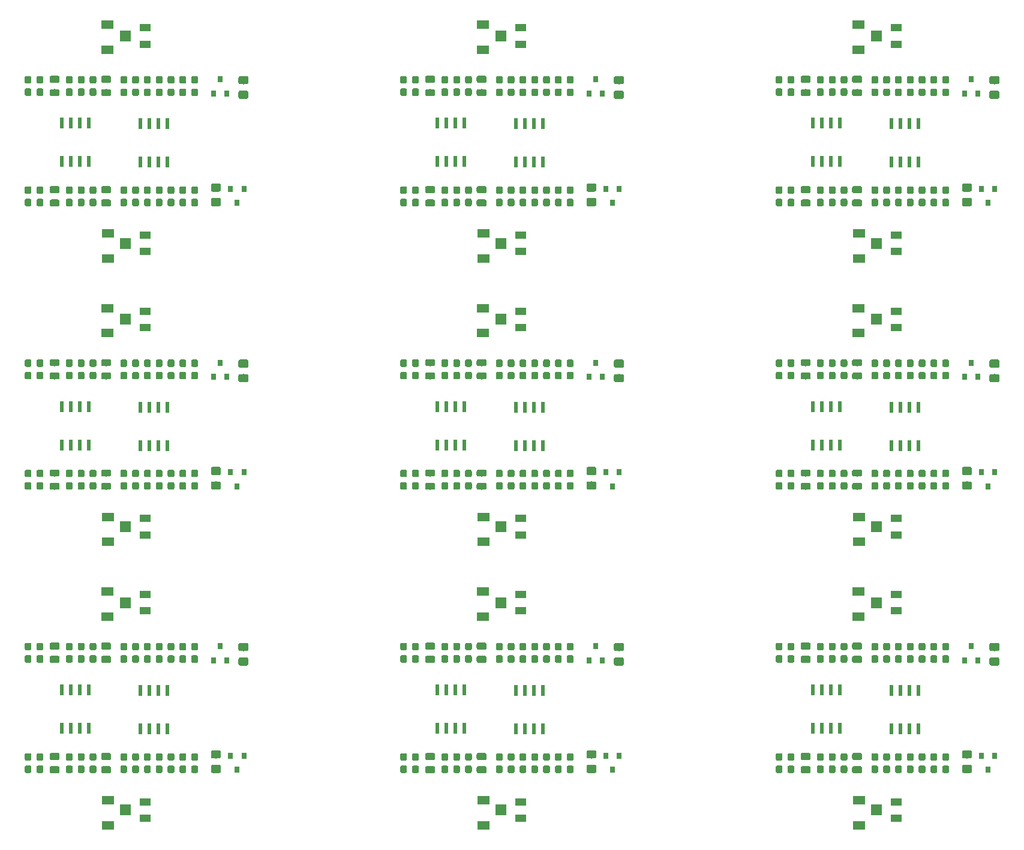
<source format=gbr>
G04 #@! TF.GenerationSoftware,KiCad,Pcbnew,(5.0.1)-3*
G04 #@! TF.CreationDate,2019-05-27T16:35:56-04:00*
G04 #@! TF.ProjectId,marsaqua_panel,6D617273617175615F70616E656C2E6B,rev?*
G04 #@! TF.SameCoordinates,Original*
G04 #@! TF.FileFunction,Paste,Top*
G04 #@! TF.FilePolarity,Positive*
%FSLAX46Y46*%
G04 Gerber Fmt 4.6, Leading zero omitted, Abs format (unit mm)*
G04 Created by KiCad (PCBNEW (5.0.1)-3) date 5/27/2019 4:35:56 PM*
%MOMM*%
%LPD*%
G01*
G04 APERTURE LIST*
%ADD10C,0.100000*%
%ADD11C,0.975000*%
%ADD12R,0.800000X0.900000*%
%ADD13C,0.950000*%
%ADD14R,0.600000X1.550000*%
%ADD15C,1.150000*%
%ADD16R,1.600200X1.089660*%
%ADD17R,1.600200X1.600200*%
%ADD18R,1.700000X1.300000*%
G04 APERTURE END LIST*
D10*
G04 #@! TO.C,C2*
G36*
X145350902Y-116551854D02*
X145374563Y-116555364D01*
X145397767Y-116561176D01*
X145420289Y-116569234D01*
X145441913Y-116579462D01*
X145462430Y-116591759D01*
X145481643Y-116606009D01*
X145499367Y-116622073D01*
X145515431Y-116639797D01*
X145529681Y-116659010D01*
X145541978Y-116679527D01*
X145552206Y-116701151D01*
X145560264Y-116723673D01*
X145566076Y-116746877D01*
X145569586Y-116770538D01*
X145570760Y-116794430D01*
X145570760Y-117281930D01*
X145569586Y-117305822D01*
X145566076Y-117329483D01*
X145560264Y-117352687D01*
X145552206Y-117375209D01*
X145541978Y-117396833D01*
X145529681Y-117417350D01*
X145515431Y-117436563D01*
X145499367Y-117454287D01*
X145481643Y-117470351D01*
X145462430Y-117484601D01*
X145441913Y-117496898D01*
X145420289Y-117507126D01*
X145397767Y-117515184D01*
X145374563Y-117520996D01*
X145350902Y-117524506D01*
X145327010Y-117525680D01*
X144414510Y-117525680D01*
X144390618Y-117524506D01*
X144366957Y-117520996D01*
X144343753Y-117515184D01*
X144321231Y-117507126D01*
X144299607Y-117496898D01*
X144279090Y-117484601D01*
X144259877Y-117470351D01*
X144242153Y-117454287D01*
X144226089Y-117436563D01*
X144211839Y-117417350D01*
X144199542Y-117396833D01*
X144189314Y-117375209D01*
X144181256Y-117352687D01*
X144175444Y-117329483D01*
X144171934Y-117305822D01*
X144170760Y-117281930D01*
X144170760Y-116794430D01*
X144171934Y-116770538D01*
X144175444Y-116746877D01*
X144181256Y-116723673D01*
X144189314Y-116701151D01*
X144199542Y-116679527D01*
X144211839Y-116659010D01*
X144226089Y-116639797D01*
X144242153Y-116622073D01*
X144259877Y-116606009D01*
X144279090Y-116591759D01*
X144299607Y-116579462D01*
X144321231Y-116569234D01*
X144343753Y-116561176D01*
X144366957Y-116555364D01*
X144390618Y-116551854D01*
X144414510Y-116550680D01*
X145327010Y-116550680D01*
X145350902Y-116551854D01*
X145350902Y-116551854D01*
G37*
D11*
X144870760Y-117038180D03*
D10*
G36*
X145350902Y-114676854D02*
X145374563Y-114680364D01*
X145397767Y-114686176D01*
X145420289Y-114694234D01*
X145441913Y-114704462D01*
X145462430Y-114716759D01*
X145481643Y-114731009D01*
X145499367Y-114747073D01*
X145515431Y-114764797D01*
X145529681Y-114784010D01*
X145541978Y-114804527D01*
X145552206Y-114826151D01*
X145560264Y-114848673D01*
X145566076Y-114871877D01*
X145569586Y-114895538D01*
X145570760Y-114919430D01*
X145570760Y-115406930D01*
X145569586Y-115430822D01*
X145566076Y-115454483D01*
X145560264Y-115477687D01*
X145552206Y-115500209D01*
X145541978Y-115521833D01*
X145529681Y-115542350D01*
X145515431Y-115561563D01*
X145499367Y-115579287D01*
X145481643Y-115595351D01*
X145462430Y-115609601D01*
X145441913Y-115621898D01*
X145420289Y-115632126D01*
X145397767Y-115640184D01*
X145374563Y-115645996D01*
X145350902Y-115649506D01*
X145327010Y-115650680D01*
X144414510Y-115650680D01*
X144390618Y-115649506D01*
X144366957Y-115645996D01*
X144343753Y-115640184D01*
X144321231Y-115632126D01*
X144299607Y-115621898D01*
X144279090Y-115609601D01*
X144259877Y-115595351D01*
X144242153Y-115579287D01*
X144226089Y-115561563D01*
X144211839Y-115542350D01*
X144199542Y-115521833D01*
X144189314Y-115500209D01*
X144181256Y-115477687D01*
X144175444Y-115454483D01*
X144171934Y-115430822D01*
X144170760Y-115406930D01*
X144170760Y-114919430D01*
X144171934Y-114895538D01*
X144175444Y-114871877D01*
X144181256Y-114848673D01*
X144189314Y-114826151D01*
X144199542Y-114804527D01*
X144211839Y-114784010D01*
X144226089Y-114764797D01*
X144242153Y-114747073D01*
X144259877Y-114731009D01*
X144279090Y-114716759D01*
X144299607Y-114704462D01*
X144321231Y-114694234D01*
X144343753Y-114686176D01*
X144366957Y-114680364D01*
X144390618Y-114676854D01*
X144414510Y-114675680D01*
X145327010Y-114675680D01*
X145350902Y-114676854D01*
X145350902Y-114676854D01*
G37*
D11*
X144870760Y-115163180D03*
G04 #@! TD*
D10*
G04 #@! TO.C,C2*
G36*
X92350902Y-116551854D02*
X92374563Y-116555364D01*
X92397767Y-116561176D01*
X92420289Y-116569234D01*
X92441913Y-116579462D01*
X92462430Y-116591759D01*
X92481643Y-116606009D01*
X92499367Y-116622073D01*
X92515431Y-116639797D01*
X92529681Y-116659010D01*
X92541978Y-116679527D01*
X92552206Y-116701151D01*
X92560264Y-116723673D01*
X92566076Y-116746877D01*
X92569586Y-116770538D01*
X92570760Y-116794430D01*
X92570760Y-117281930D01*
X92569586Y-117305822D01*
X92566076Y-117329483D01*
X92560264Y-117352687D01*
X92552206Y-117375209D01*
X92541978Y-117396833D01*
X92529681Y-117417350D01*
X92515431Y-117436563D01*
X92499367Y-117454287D01*
X92481643Y-117470351D01*
X92462430Y-117484601D01*
X92441913Y-117496898D01*
X92420289Y-117507126D01*
X92397767Y-117515184D01*
X92374563Y-117520996D01*
X92350902Y-117524506D01*
X92327010Y-117525680D01*
X91414510Y-117525680D01*
X91390618Y-117524506D01*
X91366957Y-117520996D01*
X91343753Y-117515184D01*
X91321231Y-117507126D01*
X91299607Y-117496898D01*
X91279090Y-117484601D01*
X91259877Y-117470351D01*
X91242153Y-117454287D01*
X91226089Y-117436563D01*
X91211839Y-117417350D01*
X91199542Y-117396833D01*
X91189314Y-117375209D01*
X91181256Y-117352687D01*
X91175444Y-117329483D01*
X91171934Y-117305822D01*
X91170760Y-117281930D01*
X91170760Y-116794430D01*
X91171934Y-116770538D01*
X91175444Y-116746877D01*
X91181256Y-116723673D01*
X91189314Y-116701151D01*
X91199542Y-116679527D01*
X91211839Y-116659010D01*
X91226089Y-116639797D01*
X91242153Y-116622073D01*
X91259877Y-116606009D01*
X91279090Y-116591759D01*
X91299607Y-116579462D01*
X91321231Y-116569234D01*
X91343753Y-116561176D01*
X91366957Y-116555364D01*
X91390618Y-116551854D01*
X91414510Y-116550680D01*
X92327010Y-116550680D01*
X92350902Y-116551854D01*
X92350902Y-116551854D01*
G37*
D11*
X91870760Y-117038180D03*
D10*
G36*
X92350902Y-114676854D02*
X92374563Y-114680364D01*
X92397767Y-114686176D01*
X92420289Y-114694234D01*
X92441913Y-114704462D01*
X92462430Y-114716759D01*
X92481643Y-114731009D01*
X92499367Y-114747073D01*
X92515431Y-114764797D01*
X92529681Y-114784010D01*
X92541978Y-114804527D01*
X92552206Y-114826151D01*
X92560264Y-114848673D01*
X92566076Y-114871877D01*
X92569586Y-114895538D01*
X92570760Y-114919430D01*
X92570760Y-115406930D01*
X92569586Y-115430822D01*
X92566076Y-115454483D01*
X92560264Y-115477687D01*
X92552206Y-115500209D01*
X92541978Y-115521833D01*
X92529681Y-115542350D01*
X92515431Y-115561563D01*
X92499367Y-115579287D01*
X92481643Y-115595351D01*
X92462430Y-115609601D01*
X92441913Y-115621898D01*
X92420289Y-115632126D01*
X92397767Y-115640184D01*
X92374563Y-115645996D01*
X92350902Y-115649506D01*
X92327010Y-115650680D01*
X91414510Y-115650680D01*
X91390618Y-115649506D01*
X91366957Y-115645996D01*
X91343753Y-115640184D01*
X91321231Y-115632126D01*
X91299607Y-115621898D01*
X91279090Y-115609601D01*
X91259877Y-115595351D01*
X91242153Y-115579287D01*
X91226089Y-115561563D01*
X91211839Y-115542350D01*
X91199542Y-115521833D01*
X91189314Y-115500209D01*
X91181256Y-115477687D01*
X91175444Y-115454483D01*
X91171934Y-115430822D01*
X91170760Y-115406930D01*
X91170760Y-114919430D01*
X91171934Y-114895538D01*
X91175444Y-114871877D01*
X91181256Y-114848673D01*
X91189314Y-114826151D01*
X91199542Y-114804527D01*
X91211839Y-114784010D01*
X91226089Y-114764797D01*
X91242153Y-114747073D01*
X91259877Y-114731009D01*
X91279090Y-114716759D01*
X91299607Y-114704462D01*
X91321231Y-114694234D01*
X91343753Y-114686176D01*
X91366957Y-114680364D01*
X91390618Y-114676854D01*
X91414510Y-114675680D01*
X92327010Y-114675680D01*
X92350902Y-114676854D01*
X92350902Y-114676854D01*
G37*
D11*
X91870760Y-115163180D03*
G04 #@! TD*
D10*
G04 #@! TO.C,C2*
G36*
X39350902Y-116551854D02*
X39374563Y-116555364D01*
X39397767Y-116561176D01*
X39420289Y-116569234D01*
X39441913Y-116579462D01*
X39462430Y-116591759D01*
X39481643Y-116606009D01*
X39499367Y-116622073D01*
X39515431Y-116639797D01*
X39529681Y-116659010D01*
X39541978Y-116679527D01*
X39552206Y-116701151D01*
X39560264Y-116723673D01*
X39566076Y-116746877D01*
X39569586Y-116770538D01*
X39570760Y-116794430D01*
X39570760Y-117281930D01*
X39569586Y-117305822D01*
X39566076Y-117329483D01*
X39560264Y-117352687D01*
X39552206Y-117375209D01*
X39541978Y-117396833D01*
X39529681Y-117417350D01*
X39515431Y-117436563D01*
X39499367Y-117454287D01*
X39481643Y-117470351D01*
X39462430Y-117484601D01*
X39441913Y-117496898D01*
X39420289Y-117507126D01*
X39397767Y-117515184D01*
X39374563Y-117520996D01*
X39350902Y-117524506D01*
X39327010Y-117525680D01*
X38414510Y-117525680D01*
X38390618Y-117524506D01*
X38366957Y-117520996D01*
X38343753Y-117515184D01*
X38321231Y-117507126D01*
X38299607Y-117496898D01*
X38279090Y-117484601D01*
X38259877Y-117470351D01*
X38242153Y-117454287D01*
X38226089Y-117436563D01*
X38211839Y-117417350D01*
X38199542Y-117396833D01*
X38189314Y-117375209D01*
X38181256Y-117352687D01*
X38175444Y-117329483D01*
X38171934Y-117305822D01*
X38170760Y-117281930D01*
X38170760Y-116794430D01*
X38171934Y-116770538D01*
X38175444Y-116746877D01*
X38181256Y-116723673D01*
X38189314Y-116701151D01*
X38199542Y-116679527D01*
X38211839Y-116659010D01*
X38226089Y-116639797D01*
X38242153Y-116622073D01*
X38259877Y-116606009D01*
X38279090Y-116591759D01*
X38299607Y-116579462D01*
X38321231Y-116569234D01*
X38343753Y-116561176D01*
X38366957Y-116555364D01*
X38390618Y-116551854D01*
X38414510Y-116550680D01*
X39327010Y-116550680D01*
X39350902Y-116551854D01*
X39350902Y-116551854D01*
G37*
D11*
X38870760Y-117038180D03*
D10*
G36*
X39350902Y-114676854D02*
X39374563Y-114680364D01*
X39397767Y-114686176D01*
X39420289Y-114694234D01*
X39441913Y-114704462D01*
X39462430Y-114716759D01*
X39481643Y-114731009D01*
X39499367Y-114747073D01*
X39515431Y-114764797D01*
X39529681Y-114784010D01*
X39541978Y-114804527D01*
X39552206Y-114826151D01*
X39560264Y-114848673D01*
X39566076Y-114871877D01*
X39569586Y-114895538D01*
X39570760Y-114919430D01*
X39570760Y-115406930D01*
X39569586Y-115430822D01*
X39566076Y-115454483D01*
X39560264Y-115477687D01*
X39552206Y-115500209D01*
X39541978Y-115521833D01*
X39529681Y-115542350D01*
X39515431Y-115561563D01*
X39499367Y-115579287D01*
X39481643Y-115595351D01*
X39462430Y-115609601D01*
X39441913Y-115621898D01*
X39420289Y-115632126D01*
X39397767Y-115640184D01*
X39374563Y-115645996D01*
X39350902Y-115649506D01*
X39327010Y-115650680D01*
X38414510Y-115650680D01*
X38390618Y-115649506D01*
X38366957Y-115645996D01*
X38343753Y-115640184D01*
X38321231Y-115632126D01*
X38299607Y-115621898D01*
X38279090Y-115609601D01*
X38259877Y-115595351D01*
X38242153Y-115579287D01*
X38226089Y-115561563D01*
X38211839Y-115542350D01*
X38199542Y-115521833D01*
X38189314Y-115500209D01*
X38181256Y-115477687D01*
X38175444Y-115454483D01*
X38171934Y-115430822D01*
X38170760Y-115406930D01*
X38170760Y-114919430D01*
X38171934Y-114895538D01*
X38175444Y-114871877D01*
X38181256Y-114848673D01*
X38189314Y-114826151D01*
X38199542Y-114804527D01*
X38211839Y-114784010D01*
X38226089Y-114764797D01*
X38242153Y-114747073D01*
X38259877Y-114731009D01*
X38279090Y-114716759D01*
X38299607Y-114704462D01*
X38321231Y-114694234D01*
X38343753Y-114686176D01*
X38366957Y-114680364D01*
X38390618Y-114676854D01*
X38414510Y-114675680D01*
X39327010Y-114675680D01*
X39350902Y-114676854D01*
X39350902Y-114676854D01*
G37*
D11*
X38870760Y-115163180D03*
G04 #@! TD*
D10*
G04 #@! TO.C,C2*
G36*
X145350902Y-76551854D02*
X145374563Y-76555364D01*
X145397767Y-76561176D01*
X145420289Y-76569234D01*
X145441913Y-76579462D01*
X145462430Y-76591759D01*
X145481643Y-76606009D01*
X145499367Y-76622073D01*
X145515431Y-76639797D01*
X145529681Y-76659010D01*
X145541978Y-76679527D01*
X145552206Y-76701151D01*
X145560264Y-76723673D01*
X145566076Y-76746877D01*
X145569586Y-76770538D01*
X145570760Y-76794430D01*
X145570760Y-77281930D01*
X145569586Y-77305822D01*
X145566076Y-77329483D01*
X145560264Y-77352687D01*
X145552206Y-77375209D01*
X145541978Y-77396833D01*
X145529681Y-77417350D01*
X145515431Y-77436563D01*
X145499367Y-77454287D01*
X145481643Y-77470351D01*
X145462430Y-77484601D01*
X145441913Y-77496898D01*
X145420289Y-77507126D01*
X145397767Y-77515184D01*
X145374563Y-77520996D01*
X145350902Y-77524506D01*
X145327010Y-77525680D01*
X144414510Y-77525680D01*
X144390618Y-77524506D01*
X144366957Y-77520996D01*
X144343753Y-77515184D01*
X144321231Y-77507126D01*
X144299607Y-77496898D01*
X144279090Y-77484601D01*
X144259877Y-77470351D01*
X144242153Y-77454287D01*
X144226089Y-77436563D01*
X144211839Y-77417350D01*
X144199542Y-77396833D01*
X144189314Y-77375209D01*
X144181256Y-77352687D01*
X144175444Y-77329483D01*
X144171934Y-77305822D01*
X144170760Y-77281930D01*
X144170760Y-76794430D01*
X144171934Y-76770538D01*
X144175444Y-76746877D01*
X144181256Y-76723673D01*
X144189314Y-76701151D01*
X144199542Y-76679527D01*
X144211839Y-76659010D01*
X144226089Y-76639797D01*
X144242153Y-76622073D01*
X144259877Y-76606009D01*
X144279090Y-76591759D01*
X144299607Y-76579462D01*
X144321231Y-76569234D01*
X144343753Y-76561176D01*
X144366957Y-76555364D01*
X144390618Y-76551854D01*
X144414510Y-76550680D01*
X145327010Y-76550680D01*
X145350902Y-76551854D01*
X145350902Y-76551854D01*
G37*
D11*
X144870760Y-77038180D03*
D10*
G36*
X145350902Y-74676854D02*
X145374563Y-74680364D01*
X145397767Y-74686176D01*
X145420289Y-74694234D01*
X145441913Y-74704462D01*
X145462430Y-74716759D01*
X145481643Y-74731009D01*
X145499367Y-74747073D01*
X145515431Y-74764797D01*
X145529681Y-74784010D01*
X145541978Y-74804527D01*
X145552206Y-74826151D01*
X145560264Y-74848673D01*
X145566076Y-74871877D01*
X145569586Y-74895538D01*
X145570760Y-74919430D01*
X145570760Y-75406930D01*
X145569586Y-75430822D01*
X145566076Y-75454483D01*
X145560264Y-75477687D01*
X145552206Y-75500209D01*
X145541978Y-75521833D01*
X145529681Y-75542350D01*
X145515431Y-75561563D01*
X145499367Y-75579287D01*
X145481643Y-75595351D01*
X145462430Y-75609601D01*
X145441913Y-75621898D01*
X145420289Y-75632126D01*
X145397767Y-75640184D01*
X145374563Y-75645996D01*
X145350902Y-75649506D01*
X145327010Y-75650680D01*
X144414510Y-75650680D01*
X144390618Y-75649506D01*
X144366957Y-75645996D01*
X144343753Y-75640184D01*
X144321231Y-75632126D01*
X144299607Y-75621898D01*
X144279090Y-75609601D01*
X144259877Y-75595351D01*
X144242153Y-75579287D01*
X144226089Y-75561563D01*
X144211839Y-75542350D01*
X144199542Y-75521833D01*
X144189314Y-75500209D01*
X144181256Y-75477687D01*
X144175444Y-75454483D01*
X144171934Y-75430822D01*
X144170760Y-75406930D01*
X144170760Y-74919430D01*
X144171934Y-74895538D01*
X144175444Y-74871877D01*
X144181256Y-74848673D01*
X144189314Y-74826151D01*
X144199542Y-74804527D01*
X144211839Y-74784010D01*
X144226089Y-74764797D01*
X144242153Y-74747073D01*
X144259877Y-74731009D01*
X144279090Y-74716759D01*
X144299607Y-74704462D01*
X144321231Y-74694234D01*
X144343753Y-74686176D01*
X144366957Y-74680364D01*
X144390618Y-74676854D01*
X144414510Y-74675680D01*
X145327010Y-74675680D01*
X145350902Y-74676854D01*
X145350902Y-74676854D01*
G37*
D11*
X144870760Y-75163180D03*
G04 #@! TD*
D10*
G04 #@! TO.C,C2*
G36*
X92350902Y-76551854D02*
X92374563Y-76555364D01*
X92397767Y-76561176D01*
X92420289Y-76569234D01*
X92441913Y-76579462D01*
X92462430Y-76591759D01*
X92481643Y-76606009D01*
X92499367Y-76622073D01*
X92515431Y-76639797D01*
X92529681Y-76659010D01*
X92541978Y-76679527D01*
X92552206Y-76701151D01*
X92560264Y-76723673D01*
X92566076Y-76746877D01*
X92569586Y-76770538D01*
X92570760Y-76794430D01*
X92570760Y-77281930D01*
X92569586Y-77305822D01*
X92566076Y-77329483D01*
X92560264Y-77352687D01*
X92552206Y-77375209D01*
X92541978Y-77396833D01*
X92529681Y-77417350D01*
X92515431Y-77436563D01*
X92499367Y-77454287D01*
X92481643Y-77470351D01*
X92462430Y-77484601D01*
X92441913Y-77496898D01*
X92420289Y-77507126D01*
X92397767Y-77515184D01*
X92374563Y-77520996D01*
X92350902Y-77524506D01*
X92327010Y-77525680D01*
X91414510Y-77525680D01*
X91390618Y-77524506D01*
X91366957Y-77520996D01*
X91343753Y-77515184D01*
X91321231Y-77507126D01*
X91299607Y-77496898D01*
X91279090Y-77484601D01*
X91259877Y-77470351D01*
X91242153Y-77454287D01*
X91226089Y-77436563D01*
X91211839Y-77417350D01*
X91199542Y-77396833D01*
X91189314Y-77375209D01*
X91181256Y-77352687D01*
X91175444Y-77329483D01*
X91171934Y-77305822D01*
X91170760Y-77281930D01*
X91170760Y-76794430D01*
X91171934Y-76770538D01*
X91175444Y-76746877D01*
X91181256Y-76723673D01*
X91189314Y-76701151D01*
X91199542Y-76679527D01*
X91211839Y-76659010D01*
X91226089Y-76639797D01*
X91242153Y-76622073D01*
X91259877Y-76606009D01*
X91279090Y-76591759D01*
X91299607Y-76579462D01*
X91321231Y-76569234D01*
X91343753Y-76561176D01*
X91366957Y-76555364D01*
X91390618Y-76551854D01*
X91414510Y-76550680D01*
X92327010Y-76550680D01*
X92350902Y-76551854D01*
X92350902Y-76551854D01*
G37*
D11*
X91870760Y-77038180D03*
D10*
G36*
X92350902Y-74676854D02*
X92374563Y-74680364D01*
X92397767Y-74686176D01*
X92420289Y-74694234D01*
X92441913Y-74704462D01*
X92462430Y-74716759D01*
X92481643Y-74731009D01*
X92499367Y-74747073D01*
X92515431Y-74764797D01*
X92529681Y-74784010D01*
X92541978Y-74804527D01*
X92552206Y-74826151D01*
X92560264Y-74848673D01*
X92566076Y-74871877D01*
X92569586Y-74895538D01*
X92570760Y-74919430D01*
X92570760Y-75406930D01*
X92569586Y-75430822D01*
X92566076Y-75454483D01*
X92560264Y-75477687D01*
X92552206Y-75500209D01*
X92541978Y-75521833D01*
X92529681Y-75542350D01*
X92515431Y-75561563D01*
X92499367Y-75579287D01*
X92481643Y-75595351D01*
X92462430Y-75609601D01*
X92441913Y-75621898D01*
X92420289Y-75632126D01*
X92397767Y-75640184D01*
X92374563Y-75645996D01*
X92350902Y-75649506D01*
X92327010Y-75650680D01*
X91414510Y-75650680D01*
X91390618Y-75649506D01*
X91366957Y-75645996D01*
X91343753Y-75640184D01*
X91321231Y-75632126D01*
X91299607Y-75621898D01*
X91279090Y-75609601D01*
X91259877Y-75595351D01*
X91242153Y-75579287D01*
X91226089Y-75561563D01*
X91211839Y-75542350D01*
X91199542Y-75521833D01*
X91189314Y-75500209D01*
X91181256Y-75477687D01*
X91175444Y-75454483D01*
X91171934Y-75430822D01*
X91170760Y-75406930D01*
X91170760Y-74919430D01*
X91171934Y-74895538D01*
X91175444Y-74871877D01*
X91181256Y-74848673D01*
X91189314Y-74826151D01*
X91199542Y-74804527D01*
X91211839Y-74784010D01*
X91226089Y-74764797D01*
X91242153Y-74747073D01*
X91259877Y-74731009D01*
X91279090Y-74716759D01*
X91299607Y-74704462D01*
X91321231Y-74694234D01*
X91343753Y-74686176D01*
X91366957Y-74680364D01*
X91390618Y-74676854D01*
X91414510Y-74675680D01*
X92327010Y-74675680D01*
X92350902Y-74676854D01*
X92350902Y-74676854D01*
G37*
D11*
X91870760Y-75163180D03*
G04 #@! TD*
D10*
G04 #@! TO.C,C2*
G36*
X39350902Y-76551854D02*
X39374563Y-76555364D01*
X39397767Y-76561176D01*
X39420289Y-76569234D01*
X39441913Y-76579462D01*
X39462430Y-76591759D01*
X39481643Y-76606009D01*
X39499367Y-76622073D01*
X39515431Y-76639797D01*
X39529681Y-76659010D01*
X39541978Y-76679527D01*
X39552206Y-76701151D01*
X39560264Y-76723673D01*
X39566076Y-76746877D01*
X39569586Y-76770538D01*
X39570760Y-76794430D01*
X39570760Y-77281930D01*
X39569586Y-77305822D01*
X39566076Y-77329483D01*
X39560264Y-77352687D01*
X39552206Y-77375209D01*
X39541978Y-77396833D01*
X39529681Y-77417350D01*
X39515431Y-77436563D01*
X39499367Y-77454287D01*
X39481643Y-77470351D01*
X39462430Y-77484601D01*
X39441913Y-77496898D01*
X39420289Y-77507126D01*
X39397767Y-77515184D01*
X39374563Y-77520996D01*
X39350902Y-77524506D01*
X39327010Y-77525680D01*
X38414510Y-77525680D01*
X38390618Y-77524506D01*
X38366957Y-77520996D01*
X38343753Y-77515184D01*
X38321231Y-77507126D01*
X38299607Y-77496898D01*
X38279090Y-77484601D01*
X38259877Y-77470351D01*
X38242153Y-77454287D01*
X38226089Y-77436563D01*
X38211839Y-77417350D01*
X38199542Y-77396833D01*
X38189314Y-77375209D01*
X38181256Y-77352687D01*
X38175444Y-77329483D01*
X38171934Y-77305822D01*
X38170760Y-77281930D01*
X38170760Y-76794430D01*
X38171934Y-76770538D01*
X38175444Y-76746877D01*
X38181256Y-76723673D01*
X38189314Y-76701151D01*
X38199542Y-76679527D01*
X38211839Y-76659010D01*
X38226089Y-76639797D01*
X38242153Y-76622073D01*
X38259877Y-76606009D01*
X38279090Y-76591759D01*
X38299607Y-76579462D01*
X38321231Y-76569234D01*
X38343753Y-76561176D01*
X38366957Y-76555364D01*
X38390618Y-76551854D01*
X38414510Y-76550680D01*
X39327010Y-76550680D01*
X39350902Y-76551854D01*
X39350902Y-76551854D01*
G37*
D11*
X38870760Y-77038180D03*
D10*
G36*
X39350902Y-74676854D02*
X39374563Y-74680364D01*
X39397767Y-74686176D01*
X39420289Y-74694234D01*
X39441913Y-74704462D01*
X39462430Y-74716759D01*
X39481643Y-74731009D01*
X39499367Y-74747073D01*
X39515431Y-74764797D01*
X39529681Y-74784010D01*
X39541978Y-74804527D01*
X39552206Y-74826151D01*
X39560264Y-74848673D01*
X39566076Y-74871877D01*
X39569586Y-74895538D01*
X39570760Y-74919430D01*
X39570760Y-75406930D01*
X39569586Y-75430822D01*
X39566076Y-75454483D01*
X39560264Y-75477687D01*
X39552206Y-75500209D01*
X39541978Y-75521833D01*
X39529681Y-75542350D01*
X39515431Y-75561563D01*
X39499367Y-75579287D01*
X39481643Y-75595351D01*
X39462430Y-75609601D01*
X39441913Y-75621898D01*
X39420289Y-75632126D01*
X39397767Y-75640184D01*
X39374563Y-75645996D01*
X39350902Y-75649506D01*
X39327010Y-75650680D01*
X38414510Y-75650680D01*
X38390618Y-75649506D01*
X38366957Y-75645996D01*
X38343753Y-75640184D01*
X38321231Y-75632126D01*
X38299607Y-75621898D01*
X38279090Y-75609601D01*
X38259877Y-75595351D01*
X38242153Y-75579287D01*
X38226089Y-75561563D01*
X38211839Y-75542350D01*
X38199542Y-75521833D01*
X38189314Y-75500209D01*
X38181256Y-75477687D01*
X38175444Y-75454483D01*
X38171934Y-75430822D01*
X38170760Y-75406930D01*
X38170760Y-74919430D01*
X38171934Y-74895538D01*
X38175444Y-74871877D01*
X38181256Y-74848673D01*
X38189314Y-74826151D01*
X38199542Y-74804527D01*
X38211839Y-74784010D01*
X38226089Y-74764797D01*
X38242153Y-74747073D01*
X38259877Y-74731009D01*
X38279090Y-74716759D01*
X38299607Y-74704462D01*
X38321231Y-74694234D01*
X38343753Y-74686176D01*
X38366957Y-74680364D01*
X38390618Y-74676854D01*
X38414510Y-74675680D01*
X39327010Y-74675680D01*
X39350902Y-74676854D01*
X39350902Y-74676854D01*
G37*
D11*
X38870760Y-75163180D03*
G04 #@! TD*
D10*
G04 #@! TO.C,C2*
G36*
X145350902Y-36551854D02*
X145374563Y-36555364D01*
X145397767Y-36561176D01*
X145420289Y-36569234D01*
X145441913Y-36579462D01*
X145462430Y-36591759D01*
X145481643Y-36606009D01*
X145499367Y-36622073D01*
X145515431Y-36639797D01*
X145529681Y-36659010D01*
X145541978Y-36679527D01*
X145552206Y-36701151D01*
X145560264Y-36723673D01*
X145566076Y-36746877D01*
X145569586Y-36770538D01*
X145570760Y-36794430D01*
X145570760Y-37281930D01*
X145569586Y-37305822D01*
X145566076Y-37329483D01*
X145560264Y-37352687D01*
X145552206Y-37375209D01*
X145541978Y-37396833D01*
X145529681Y-37417350D01*
X145515431Y-37436563D01*
X145499367Y-37454287D01*
X145481643Y-37470351D01*
X145462430Y-37484601D01*
X145441913Y-37496898D01*
X145420289Y-37507126D01*
X145397767Y-37515184D01*
X145374563Y-37520996D01*
X145350902Y-37524506D01*
X145327010Y-37525680D01*
X144414510Y-37525680D01*
X144390618Y-37524506D01*
X144366957Y-37520996D01*
X144343753Y-37515184D01*
X144321231Y-37507126D01*
X144299607Y-37496898D01*
X144279090Y-37484601D01*
X144259877Y-37470351D01*
X144242153Y-37454287D01*
X144226089Y-37436563D01*
X144211839Y-37417350D01*
X144199542Y-37396833D01*
X144189314Y-37375209D01*
X144181256Y-37352687D01*
X144175444Y-37329483D01*
X144171934Y-37305822D01*
X144170760Y-37281930D01*
X144170760Y-36794430D01*
X144171934Y-36770538D01*
X144175444Y-36746877D01*
X144181256Y-36723673D01*
X144189314Y-36701151D01*
X144199542Y-36679527D01*
X144211839Y-36659010D01*
X144226089Y-36639797D01*
X144242153Y-36622073D01*
X144259877Y-36606009D01*
X144279090Y-36591759D01*
X144299607Y-36579462D01*
X144321231Y-36569234D01*
X144343753Y-36561176D01*
X144366957Y-36555364D01*
X144390618Y-36551854D01*
X144414510Y-36550680D01*
X145327010Y-36550680D01*
X145350902Y-36551854D01*
X145350902Y-36551854D01*
G37*
D11*
X144870760Y-37038180D03*
D10*
G36*
X145350902Y-34676854D02*
X145374563Y-34680364D01*
X145397767Y-34686176D01*
X145420289Y-34694234D01*
X145441913Y-34704462D01*
X145462430Y-34716759D01*
X145481643Y-34731009D01*
X145499367Y-34747073D01*
X145515431Y-34764797D01*
X145529681Y-34784010D01*
X145541978Y-34804527D01*
X145552206Y-34826151D01*
X145560264Y-34848673D01*
X145566076Y-34871877D01*
X145569586Y-34895538D01*
X145570760Y-34919430D01*
X145570760Y-35406930D01*
X145569586Y-35430822D01*
X145566076Y-35454483D01*
X145560264Y-35477687D01*
X145552206Y-35500209D01*
X145541978Y-35521833D01*
X145529681Y-35542350D01*
X145515431Y-35561563D01*
X145499367Y-35579287D01*
X145481643Y-35595351D01*
X145462430Y-35609601D01*
X145441913Y-35621898D01*
X145420289Y-35632126D01*
X145397767Y-35640184D01*
X145374563Y-35645996D01*
X145350902Y-35649506D01*
X145327010Y-35650680D01*
X144414510Y-35650680D01*
X144390618Y-35649506D01*
X144366957Y-35645996D01*
X144343753Y-35640184D01*
X144321231Y-35632126D01*
X144299607Y-35621898D01*
X144279090Y-35609601D01*
X144259877Y-35595351D01*
X144242153Y-35579287D01*
X144226089Y-35561563D01*
X144211839Y-35542350D01*
X144199542Y-35521833D01*
X144189314Y-35500209D01*
X144181256Y-35477687D01*
X144175444Y-35454483D01*
X144171934Y-35430822D01*
X144170760Y-35406930D01*
X144170760Y-34919430D01*
X144171934Y-34895538D01*
X144175444Y-34871877D01*
X144181256Y-34848673D01*
X144189314Y-34826151D01*
X144199542Y-34804527D01*
X144211839Y-34784010D01*
X144226089Y-34764797D01*
X144242153Y-34747073D01*
X144259877Y-34731009D01*
X144279090Y-34716759D01*
X144299607Y-34704462D01*
X144321231Y-34694234D01*
X144343753Y-34686176D01*
X144366957Y-34680364D01*
X144390618Y-34676854D01*
X144414510Y-34675680D01*
X145327010Y-34675680D01*
X145350902Y-34676854D01*
X145350902Y-34676854D01*
G37*
D11*
X144870760Y-35163180D03*
G04 #@! TD*
D10*
G04 #@! TO.C,C2*
G36*
X92350902Y-36551854D02*
X92374563Y-36555364D01*
X92397767Y-36561176D01*
X92420289Y-36569234D01*
X92441913Y-36579462D01*
X92462430Y-36591759D01*
X92481643Y-36606009D01*
X92499367Y-36622073D01*
X92515431Y-36639797D01*
X92529681Y-36659010D01*
X92541978Y-36679527D01*
X92552206Y-36701151D01*
X92560264Y-36723673D01*
X92566076Y-36746877D01*
X92569586Y-36770538D01*
X92570760Y-36794430D01*
X92570760Y-37281930D01*
X92569586Y-37305822D01*
X92566076Y-37329483D01*
X92560264Y-37352687D01*
X92552206Y-37375209D01*
X92541978Y-37396833D01*
X92529681Y-37417350D01*
X92515431Y-37436563D01*
X92499367Y-37454287D01*
X92481643Y-37470351D01*
X92462430Y-37484601D01*
X92441913Y-37496898D01*
X92420289Y-37507126D01*
X92397767Y-37515184D01*
X92374563Y-37520996D01*
X92350902Y-37524506D01*
X92327010Y-37525680D01*
X91414510Y-37525680D01*
X91390618Y-37524506D01*
X91366957Y-37520996D01*
X91343753Y-37515184D01*
X91321231Y-37507126D01*
X91299607Y-37496898D01*
X91279090Y-37484601D01*
X91259877Y-37470351D01*
X91242153Y-37454287D01*
X91226089Y-37436563D01*
X91211839Y-37417350D01*
X91199542Y-37396833D01*
X91189314Y-37375209D01*
X91181256Y-37352687D01*
X91175444Y-37329483D01*
X91171934Y-37305822D01*
X91170760Y-37281930D01*
X91170760Y-36794430D01*
X91171934Y-36770538D01*
X91175444Y-36746877D01*
X91181256Y-36723673D01*
X91189314Y-36701151D01*
X91199542Y-36679527D01*
X91211839Y-36659010D01*
X91226089Y-36639797D01*
X91242153Y-36622073D01*
X91259877Y-36606009D01*
X91279090Y-36591759D01*
X91299607Y-36579462D01*
X91321231Y-36569234D01*
X91343753Y-36561176D01*
X91366957Y-36555364D01*
X91390618Y-36551854D01*
X91414510Y-36550680D01*
X92327010Y-36550680D01*
X92350902Y-36551854D01*
X92350902Y-36551854D01*
G37*
D11*
X91870760Y-37038180D03*
D10*
G36*
X92350902Y-34676854D02*
X92374563Y-34680364D01*
X92397767Y-34686176D01*
X92420289Y-34694234D01*
X92441913Y-34704462D01*
X92462430Y-34716759D01*
X92481643Y-34731009D01*
X92499367Y-34747073D01*
X92515431Y-34764797D01*
X92529681Y-34784010D01*
X92541978Y-34804527D01*
X92552206Y-34826151D01*
X92560264Y-34848673D01*
X92566076Y-34871877D01*
X92569586Y-34895538D01*
X92570760Y-34919430D01*
X92570760Y-35406930D01*
X92569586Y-35430822D01*
X92566076Y-35454483D01*
X92560264Y-35477687D01*
X92552206Y-35500209D01*
X92541978Y-35521833D01*
X92529681Y-35542350D01*
X92515431Y-35561563D01*
X92499367Y-35579287D01*
X92481643Y-35595351D01*
X92462430Y-35609601D01*
X92441913Y-35621898D01*
X92420289Y-35632126D01*
X92397767Y-35640184D01*
X92374563Y-35645996D01*
X92350902Y-35649506D01*
X92327010Y-35650680D01*
X91414510Y-35650680D01*
X91390618Y-35649506D01*
X91366957Y-35645996D01*
X91343753Y-35640184D01*
X91321231Y-35632126D01*
X91299607Y-35621898D01*
X91279090Y-35609601D01*
X91259877Y-35595351D01*
X91242153Y-35579287D01*
X91226089Y-35561563D01*
X91211839Y-35542350D01*
X91199542Y-35521833D01*
X91189314Y-35500209D01*
X91181256Y-35477687D01*
X91175444Y-35454483D01*
X91171934Y-35430822D01*
X91170760Y-35406930D01*
X91170760Y-34919430D01*
X91171934Y-34895538D01*
X91175444Y-34871877D01*
X91181256Y-34848673D01*
X91189314Y-34826151D01*
X91199542Y-34804527D01*
X91211839Y-34784010D01*
X91226089Y-34764797D01*
X91242153Y-34747073D01*
X91259877Y-34731009D01*
X91279090Y-34716759D01*
X91299607Y-34704462D01*
X91321231Y-34694234D01*
X91343753Y-34686176D01*
X91366957Y-34680364D01*
X91390618Y-34676854D01*
X91414510Y-34675680D01*
X92327010Y-34675680D01*
X92350902Y-34676854D01*
X92350902Y-34676854D01*
G37*
D11*
X91870760Y-35163180D03*
G04 #@! TD*
D12*
G04 #@! TO.C,Q1*
X168237000Y-115166280D03*
X169187000Y-117166280D03*
X167287000Y-117166280D03*
G04 #@! TD*
G04 #@! TO.C,Q1*
X115237000Y-115166280D03*
X116187000Y-117166280D03*
X114287000Y-117166280D03*
G04 #@! TD*
G04 #@! TO.C,Q1*
X62237000Y-115166280D03*
X63187000Y-117166280D03*
X61287000Y-117166280D03*
G04 #@! TD*
G04 #@! TO.C,Q1*
X168237000Y-75166280D03*
X169187000Y-77166280D03*
X167287000Y-77166280D03*
G04 #@! TD*
G04 #@! TO.C,Q1*
X115237000Y-75166280D03*
X116187000Y-77166280D03*
X114287000Y-77166280D03*
G04 #@! TD*
G04 #@! TO.C,Q1*
X62237000Y-75166280D03*
X63187000Y-77166280D03*
X61287000Y-77166280D03*
G04 #@! TD*
G04 #@! TO.C,Q1*
X168237000Y-35166280D03*
X169187000Y-37166280D03*
X167287000Y-37166280D03*
G04 #@! TD*
G04 #@! TO.C,Q1*
X115237000Y-35166280D03*
X116187000Y-37166280D03*
X114287000Y-37166280D03*
G04 #@! TD*
D10*
G04 #@! TO.C,R23*
G36*
X159892777Y-116467424D02*
X159915832Y-116470843D01*
X159938441Y-116476507D01*
X159960385Y-116484359D01*
X159981455Y-116494324D01*
X160001446Y-116506306D01*
X160020166Y-116520190D01*
X160037436Y-116535842D01*
X160053088Y-116553112D01*
X160066972Y-116571832D01*
X160078954Y-116591823D01*
X160088919Y-116612893D01*
X160096771Y-116634837D01*
X160102435Y-116657446D01*
X160105854Y-116680501D01*
X160106998Y-116703780D01*
X160106998Y-117278780D01*
X160105854Y-117302059D01*
X160102435Y-117325114D01*
X160096771Y-117347723D01*
X160088919Y-117369667D01*
X160078954Y-117390737D01*
X160066972Y-117410728D01*
X160053088Y-117429448D01*
X160037436Y-117446718D01*
X160020166Y-117462370D01*
X160001446Y-117476254D01*
X159981455Y-117488236D01*
X159960385Y-117498201D01*
X159938441Y-117506053D01*
X159915832Y-117511717D01*
X159892777Y-117515136D01*
X159869498Y-117516280D01*
X159394498Y-117516280D01*
X159371219Y-117515136D01*
X159348164Y-117511717D01*
X159325555Y-117506053D01*
X159303611Y-117498201D01*
X159282541Y-117488236D01*
X159262550Y-117476254D01*
X159243830Y-117462370D01*
X159226560Y-117446718D01*
X159210908Y-117429448D01*
X159197024Y-117410728D01*
X159185042Y-117390737D01*
X159175077Y-117369667D01*
X159167225Y-117347723D01*
X159161561Y-117325114D01*
X159158142Y-117302059D01*
X159156998Y-117278780D01*
X159156998Y-116703780D01*
X159158142Y-116680501D01*
X159161561Y-116657446D01*
X159167225Y-116634837D01*
X159175077Y-116612893D01*
X159185042Y-116591823D01*
X159197024Y-116571832D01*
X159210908Y-116553112D01*
X159226560Y-116535842D01*
X159243830Y-116520190D01*
X159262550Y-116506306D01*
X159282541Y-116494324D01*
X159303611Y-116484359D01*
X159325555Y-116476507D01*
X159348164Y-116470843D01*
X159371219Y-116467424D01*
X159394498Y-116466280D01*
X159869498Y-116466280D01*
X159892777Y-116467424D01*
X159892777Y-116467424D01*
G37*
D13*
X159631998Y-116991280D03*
D10*
G36*
X159892777Y-114717424D02*
X159915832Y-114720843D01*
X159938441Y-114726507D01*
X159960385Y-114734359D01*
X159981455Y-114744324D01*
X160001446Y-114756306D01*
X160020166Y-114770190D01*
X160037436Y-114785842D01*
X160053088Y-114803112D01*
X160066972Y-114821832D01*
X160078954Y-114841823D01*
X160088919Y-114862893D01*
X160096771Y-114884837D01*
X160102435Y-114907446D01*
X160105854Y-114930501D01*
X160106998Y-114953780D01*
X160106998Y-115528780D01*
X160105854Y-115552059D01*
X160102435Y-115575114D01*
X160096771Y-115597723D01*
X160088919Y-115619667D01*
X160078954Y-115640737D01*
X160066972Y-115660728D01*
X160053088Y-115679448D01*
X160037436Y-115696718D01*
X160020166Y-115712370D01*
X160001446Y-115726254D01*
X159981455Y-115738236D01*
X159960385Y-115748201D01*
X159938441Y-115756053D01*
X159915832Y-115761717D01*
X159892777Y-115765136D01*
X159869498Y-115766280D01*
X159394498Y-115766280D01*
X159371219Y-115765136D01*
X159348164Y-115761717D01*
X159325555Y-115756053D01*
X159303611Y-115748201D01*
X159282541Y-115738236D01*
X159262550Y-115726254D01*
X159243830Y-115712370D01*
X159226560Y-115696718D01*
X159210908Y-115679448D01*
X159197024Y-115660728D01*
X159185042Y-115640737D01*
X159175077Y-115619667D01*
X159167225Y-115597723D01*
X159161561Y-115575114D01*
X159158142Y-115552059D01*
X159156998Y-115528780D01*
X159156998Y-114953780D01*
X159158142Y-114930501D01*
X159161561Y-114907446D01*
X159167225Y-114884837D01*
X159175077Y-114862893D01*
X159185042Y-114841823D01*
X159197024Y-114821832D01*
X159210908Y-114803112D01*
X159226560Y-114785842D01*
X159243830Y-114770190D01*
X159262550Y-114756306D01*
X159282541Y-114744324D01*
X159303611Y-114734359D01*
X159325555Y-114726507D01*
X159348164Y-114720843D01*
X159371219Y-114717424D01*
X159394498Y-114716280D01*
X159869498Y-114716280D01*
X159892777Y-114717424D01*
X159892777Y-114717424D01*
G37*
D13*
X159631998Y-115241280D03*
G04 #@! TD*
D10*
G04 #@! TO.C,R23*
G36*
X106892777Y-116467424D02*
X106915832Y-116470843D01*
X106938441Y-116476507D01*
X106960385Y-116484359D01*
X106981455Y-116494324D01*
X107001446Y-116506306D01*
X107020166Y-116520190D01*
X107037436Y-116535842D01*
X107053088Y-116553112D01*
X107066972Y-116571832D01*
X107078954Y-116591823D01*
X107088919Y-116612893D01*
X107096771Y-116634837D01*
X107102435Y-116657446D01*
X107105854Y-116680501D01*
X107106998Y-116703780D01*
X107106998Y-117278780D01*
X107105854Y-117302059D01*
X107102435Y-117325114D01*
X107096771Y-117347723D01*
X107088919Y-117369667D01*
X107078954Y-117390737D01*
X107066972Y-117410728D01*
X107053088Y-117429448D01*
X107037436Y-117446718D01*
X107020166Y-117462370D01*
X107001446Y-117476254D01*
X106981455Y-117488236D01*
X106960385Y-117498201D01*
X106938441Y-117506053D01*
X106915832Y-117511717D01*
X106892777Y-117515136D01*
X106869498Y-117516280D01*
X106394498Y-117516280D01*
X106371219Y-117515136D01*
X106348164Y-117511717D01*
X106325555Y-117506053D01*
X106303611Y-117498201D01*
X106282541Y-117488236D01*
X106262550Y-117476254D01*
X106243830Y-117462370D01*
X106226560Y-117446718D01*
X106210908Y-117429448D01*
X106197024Y-117410728D01*
X106185042Y-117390737D01*
X106175077Y-117369667D01*
X106167225Y-117347723D01*
X106161561Y-117325114D01*
X106158142Y-117302059D01*
X106156998Y-117278780D01*
X106156998Y-116703780D01*
X106158142Y-116680501D01*
X106161561Y-116657446D01*
X106167225Y-116634837D01*
X106175077Y-116612893D01*
X106185042Y-116591823D01*
X106197024Y-116571832D01*
X106210908Y-116553112D01*
X106226560Y-116535842D01*
X106243830Y-116520190D01*
X106262550Y-116506306D01*
X106282541Y-116494324D01*
X106303611Y-116484359D01*
X106325555Y-116476507D01*
X106348164Y-116470843D01*
X106371219Y-116467424D01*
X106394498Y-116466280D01*
X106869498Y-116466280D01*
X106892777Y-116467424D01*
X106892777Y-116467424D01*
G37*
D13*
X106631998Y-116991280D03*
D10*
G36*
X106892777Y-114717424D02*
X106915832Y-114720843D01*
X106938441Y-114726507D01*
X106960385Y-114734359D01*
X106981455Y-114744324D01*
X107001446Y-114756306D01*
X107020166Y-114770190D01*
X107037436Y-114785842D01*
X107053088Y-114803112D01*
X107066972Y-114821832D01*
X107078954Y-114841823D01*
X107088919Y-114862893D01*
X107096771Y-114884837D01*
X107102435Y-114907446D01*
X107105854Y-114930501D01*
X107106998Y-114953780D01*
X107106998Y-115528780D01*
X107105854Y-115552059D01*
X107102435Y-115575114D01*
X107096771Y-115597723D01*
X107088919Y-115619667D01*
X107078954Y-115640737D01*
X107066972Y-115660728D01*
X107053088Y-115679448D01*
X107037436Y-115696718D01*
X107020166Y-115712370D01*
X107001446Y-115726254D01*
X106981455Y-115738236D01*
X106960385Y-115748201D01*
X106938441Y-115756053D01*
X106915832Y-115761717D01*
X106892777Y-115765136D01*
X106869498Y-115766280D01*
X106394498Y-115766280D01*
X106371219Y-115765136D01*
X106348164Y-115761717D01*
X106325555Y-115756053D01*
X106303611Y-115748201D01*
X106282541Y-115738236D01*
X106262550Y-115726254D01*
X106243830Y-115712370D01*
X106226560Y-115696718D01*
X106210908Y-115679448D01*
X106197024Y-115660728D01*
X106185042Y-115640737D01*
X106175077Y-115619667D01*
X106167225Y-115597723D01*
X106161561Y-115575114D01*
X106158142Y-115552059D01*
X106156998Y-115528780D01*
X106156998Y-114953780D01*
X106158142Y-114930501D01*
X106161561Y-114907446D01*
X106167225Y-114884837D01*
X106175077Y-114862893D01*
X106185042Y-114841823D01*
X106197024Y-114821832D01*
X106210908Y-114803112D01*
X106226560Y-114785842D01*
X106243830Y-114770190D01*
X106262550Y-114756306D01*
X106282541Y-114744324D01*
X106303611Y-114734359D01*
X106325555Y-114726507D01*
X106348164Y-114720843D01*
X106371219Y-114717424D01*
X106394498Y-114716280D01*
X106869498Y-114716280D01*
X106892777Y-114717424D01*
X106892777Y-114717424D01*
G37*
D13*
X106631998Y-115241280D03*
G04 #@! TD*
D10*
G04 #@! TO.C,R23*
G36*
X53892777Y-116467424D02*
X53915832Y-116470843D01*
X53938441Y-116476507D01*
X53960385Y-116484359D01*
X53981455Y-116494324D01*
X54001446Y-116506306D01*
X54020166Y-116520190D01*
X54037436Y-116535842D01*
X54053088Y-116553112D01*
X54066972Y-116571832D01*
X54078954Y-116591823D01*
X54088919Y-116612893D01*
X54096771Y-116634837D01*
X54102435Y-116657446D01*
X54105854Y-116680501D01*
X54106998Y-116703780D01*
X54106998Y-117278780D01*
X54105854Y-117302059D01*
X54102435Y-117325114D01*
X54096771Y-117347723D01*
X54088919Y-117369667D01*
X54078954Y-117390737D01*
X54066972Y-117410728D01*
X54053088Y-117429448D01*
X54037436Y-117446718D01*
X54020166Y-117462370D01*
X54001446Y-117476254D01*
X53981455Y-117488236D01*
X53960385Y-117498201D01*
X53938441Y-117506053D01*
X53915832Y-117511717D01*
X53892777Y-117515136D01*
X53869498Y-117516280D01*
X53394498Y-117516280D01*
X53371219Y-117515136D01*
X53348164Y-117511717D01*
X53325555Y-117506053D01*
X53303611Y-117498201D01*
X53282541Y-117488236D01*
X53262550Y-117476254D01*
X53243830Y-117462370D01*
X53226560Y-117446718D01*
X53210908Y-117429448D01*
X53197024Y-117410728D01*
X53185042Y-117390737D01*
X53175077Y-117369667D01*
X53167225Y-117347723D01*
X53161561Y-117325114D01*
X53158142Y-117302059D01*
X53156998Y-117278780D01*
X53156998Y-116703780D01*
X53158142Y-116680501D01*
X53161561Y-116657446D01*
X53167225Y-116634837D01*
X53175077Y-116612893D01*
X53185042Y-116591823D01*
X53197024Y-116571832D01*
X53210908Y-116553112D01*
X53226560Y-116535842D01*
X53243830Y-116520190D01*
X53262550Y-116506306D01*
X53282541Y-116494324D01*
X53303611Y-116484359D01*
X53325555Y-116476507D01*
X53348164Y-116470843D01*
X53371219Y-116467424D01*
X53394498Y-116466280D01*
X53869498Y-116466280D01*
X53892777Y-116467424D01*
X53892777Y-116467424D01*
G37*
D13*
X53631998Y-116991280D03*
D10*
G36*
X53892777Y-114717424D02*
X53915832Y-114720843D01*
X53938441Y-114726507D01*
X53960385Y-114734359D01*
X53981455Y-114744324D01*
X54001446Y-114756306D01*
X54020166Y-114770190D01*
X54037436Y-114785842D01*
X54053088Y-114803112D01*
X54066972Y-114821832D01*
X54078954Y-114841823D01*
X54088919Y-114862893D01*
X54096771Y-114884837D01*
X54102435Y-114907446D01*
X54105854Y-114930501D01*
X54106998Y-114953780D01*
X54106998Y-115528780D01*
X54105854Y-115552059D01*
X54102435Y-115575114D01*
X54096771Y-115597723D01*
X54088919Y-115619667D01*
X54078954Y-115640737D01*
X54066972Y-115660728D01*
X54053088Y-115679448D01*
X54037436Y-115696718D01*
X54020166Y-115712370D01*
X54001446Y-115726254D01*
X53981455Y-115738236D01*
X53960385Y-115748201D01*
X53938441Y-115756053D01*
X53915832Y-115761717D01*
X53892777Y-115765136D01*
X53869498Y-115766280D01*
X53394498Y-115766280D01*
X53371219Y-115765136D01*
X53348164Y-115761717D01*
X53325555Y-115756053D01*
X53303611Y-115748201D01*
X53282541Y-115738236D01*
X53262550Y-115726254D01*
X53243830Y-115712370D01*
X53226560Y-115696718D01*
X53210908Y-115679448D01*
X53197024Y-115660728D01*
X53185042Y-115640737D01*
X53175077Y-115619667D01*
X53167225Y-115597723D01*
X53161561Y-115575114D01*
X53158142Y-115552059D01*
X53156998Y-115528780D01*
X53156998Y-114953780D01*
X53158142Y-114930501D01*
X53161561Y-114907446D01*
X53167225Y-114884837D01*
X53175077Y-114862893D01*
X53185042Y-114841823D01*
X53197024Y-114821832D01*
X53210908Y-114803112D01*
X53226560Y-114785842D01*
X53243830Y-114770190D01*
X53262550Y-114756306D01*
X53282541Y-114744324D01*
X53303611Y-114734359D01*
X53325555Y-114726507D01*
X53348164Y-114720843D01*
X53371219Y-114717424D01*
X53394498Y-114716280D01*
X53869498Y-114716280D01*
X53892777Y-114717424D01*
X53892777Y-114717424D01*
G37*
D13*
X53631998Y-115241280D03*
G04 #@! TD*
D10*
G04 #@! TO.C,R23*
G36*
X159892777Y-76467424D02*
X159915832Y-76470843D01*
X159938441Y-76476507D01*
X159960385Y-76484359D01*
X159981455Y-76494324D01*
X160001446Y-76506306D01*
X160020166Y-76520190D01*
X160037436Y-76535842D01*
X160053088Y-76553112D01*
X160066972Y-76571832D01*
X160078954Y-76591823D01*
X160088919Y-76612893D01*
X160096771Y-76634837D01*
X160102435Y-76657446D01*
X160105854Y-76680501D01*
X160106998Y-76703780D01*
X160106998Y-77278780D01*
X160105854Y-77302059D01*
X160102435Y-77325114D01*
X160096771Y-77347723D01*
X160088919Y-77369667D01*
X160078954Y-77390737D01*
X160066972Y-77410728D01*
X160053088Y-77429448D01*
X160037436Y-77446718D01*
X160020166Y-77462370D01*
X160001446Y-77476254D01*
X159981455Y-77488236D01*
X159960385Y-77498201D01*
X159938441Y-77506053D01*
X159915832Y-77511717D01*
X159892777Y-77515136D01*
X159869498Y-77516280D01*
X159394498Y-77516280D01*
X159371219Y-77515136D01*
X159348164Y-77511717D01*
X159325555Y-77506053D01*
X159303611Y-77498201D01*
X159282541Y-77488236D01*
X159262550Y-77476254D01*
X159243830Y-77462370D01*
X159226560Y-77446718D01*
X159210908Y-77429448D01*
X159197024Y-77410728D01*
X159185042Y-77390737D01*
X159175077Y-77369667D01*
X159167225Y-77347723D01*
X159161561Y-77325114D01*
X159158142Y-77302059D01*
X159156998Y-77278780D01*
X159156998Y-76703780D01*
X159158142Y-76680501D01*
X159161561Y-76657446D01*
X159167225Y-76634837D01*
X159175077Y-76612893D01*
X159185042Y-76591823D01*
X159197024Y-76571832D01*
X159210908Y-76553112D01*
X159226560Y-76535842D01*
X159243830Y-76520190D01*
X159262550Y-76506306D01*
X159282541Y-76494324D01*
X159303611Y-76484359D01*
X159325555Y-76476507D01*
X159348164Y-76470843D01*
X159371219Y-76467424D01*
X159394498Y-76466280D01*
X159869498Y-76466280D01*
X159892777Y-76467424D01*
X159892777Y-76467424D01*
G37*
D13*
X159631998Y-76991280D03*
D10*
G36*
X159892777Y-74717424D02*
X159915832Y-74720843D01*
X159938441Y-74726507D01*
X159960385Y-74734359D01*
X159981455Y-74744324D01*
X160001446Y-74756306D01*
X160020166Y-74770190D01*
X160037436Y-74785842D01*
X160053088Y-74803112D01*
X160066972Y-74821832D01*
X160078954Y-74841823D01*
X160088919Y-74862893D01*
X160096771Y-74884837D01*
X160102435Y-74907446D01*
X160105854Y-74930501D01*
X160106998Y-74953780D01*
X160106998Y-75528780D01*
X160105854Y-75552059D01*
X160102435Y-75575114D01*
X160096771Y-75597723D01*
X160088919Y-75619667D01*
X160078954Y-75640737D01*
X160066972Y-75660728D01*
X160053088Y-75679448D01*
X160037436Y-75696718D01*
X160020166Y-75712370D01*
X160001446Y-75726254D01*
X159981455Y-75738236D01*
X159960385Y-75748201D01*
X159938441Y-75756053D01*
X159915832Y-75761717D01*
X159892777Y-75765136D01*
X159869498Y-75766280D01*
X159394498Y-75766280D01*
X159371219Y-75765136D01*
X159348164Y-75761717D01*
X159325555Y-75756053D01*
X159303611Y-75748201D01*
X159282541Y-75738236D01*
X159262550Y-75726254D01*
X159243830Y-75712370D01*
X159226560Y-75696718D01*
X159210908Y-75679448D01*
X159197024Y-75660728D01*
X159185042Y-75640737D01*
X159175077Y-75619667D01*
X159167225Y-75597723D01*
X159161561Y-75575114D01*
X159158142Y-75552059D01*
X159156998Y-75528780D01*
X159156998Y-74953780D01*
X159158142Y-74930501D01*
X159161561Y-74907446D01*
X159167225Y-74884837D01*
X159175077Y-74862893D01*
X159185042Y-74841823D01*
X159197024Y-74821832D01*
X159210908Y-74803112D01*
X159226560Y-74785842D01*
X159243830Y-74770190D01*
X159262550Y-74756306D01*
X159282541Y-74744324D01*
X159303611Y-74734359D01*
X159325555Y-74726507D01*
X159348164Y-74720843D01*
X159371219Y-74717424D01*
X159394498Y-74716280D01*
X159869498Y-74716280D01*
X159892777Y-74717424D01*
X159892777Y-74717424D01*
G37*
D13*
X159631998Y-75241280D03*
G04 #@! TD*
D10*
G04 #@! TO.C,R23*
G36*
X106892777Y-76467424D02*
X106915832Y-76470843D01*
X106938441Y-76476507D01*
X106960385Y-76484359D01*
X106981455Y-76494324D01*
X107001446Y-76506306D01*
X107020166Y-76520190D01*
X107037436Y-76535842D01*
X107053088Y-76553112D01*
X107066972Y-76571832D01*
X107078954Y-76591823D01*
X107088919Y-76612893D01*
X107096771Y-76634837D01*
X107102435Y-76657446D01*
X107105854Y-76680501D01*
X107106998Y-76703780D01*
X107106998Y-77278780D01*
X107105854Y-77302059D01*
X107102435Y-77325114D01*
X107096771Y-77347723D01*
X107088919Y-77369667D01*
X107078954Y-77390737D01*
X107066972Y-77410728D01*
X107053088Y-77429448D01*
X107037436Y-77446718D01*
X107020166Y-77462370D01*
X107001446Y-77476254D01*
X106981455Y-77488236D01*
X106960385Y-77498201D01*
X106938441Y-77506053D01*
X106915832Y-77511717D01*
X106892777Y-77515136D01*
X106869498Y-77516280D01*
X106394498Y-77516280D01*
X106371219Y-77515136D01*
X106348164Y-77511717D01*
X106325555Y-77506053D01*
X106303611Y-77498201D01*
X106282541Y-77488236D01*
X106262550Y-77476254D01*
X106243830Y-77462370D01*
X106226560Y-77446718D01*
X106210908Y-77429448D01*
X106197024Y-77410728D01*
X106185042Y-77390737D01*
X106175077Y-77369667D01*
X106167225Y-77347723D01*
X106161561Y-77325114D01*
X106158142Y-77302059D01*
X106156998Y-77278780D01*
X106156998Y-76703780D01*
X106158142Y-76680501D01*
X106161561Y-76657446D01*
X106167225Y-76634837D01*
X106175077Y-76612893D01*
X106185042Y-76591823D01*
X106197024Y-76571832D01*
X106210908Y-76553112D01*
X106226560Y-76535842D01*
X106243830Y-76520190D01*
X106262550Y-76506306D01*
X106282541Y-76494324D01*
X106303611Y-76484359D01*
X106325555Y-76476507D01*
X106348164Y-76470843D01*
X106371219Y-76467424D01*
X106394498Y-76466280D01*
X106869498Y-76466280D01*
X106892777Y-76467424D01*
X106892777Y-76467424D01*
G37*
D13*
X106631998Y-76991280D03*
D10*
G36*
X106892777Y-74717424D02*
X106915832Y-74720843D01*
X106938441Y-74726507D01*
X106960385Y-74734359D01*
X106981455Y-74744324D01*
X107001446Y-74756306D01*
X107020166Y-74770190D01*
X107037436Y-74785842D01*
X107053088Y-74803112D01*
X107066972Y-74821832D01*
X107078954Y-74841823D01*
X107088919Y-74862893D01*
X107096771Y-74884837D01*
X107102435Y-74907446D01*
X107105854Y-74930501D01*
X107106998Y-74953780D01*
X107106998Y-75528780D01*
X107105854Y-75552059D01*
X107102435Y-75575114D01*
X107096771Y-75597723D01*
X107088919Y-75619667D01*
X107078954Y-75640737D01*
X107066972Y-75660728D01*
X107053088Y-75679448D01*
X107037436Y-75696718D01*
X107020166Y-75712370D01*
X107001446Y-75726254D01*
X106981455Y-75738236D01*
X106960385Y-75748201D01*
X106938441Y-75756053D01*
X106915832Y-75761717D01*
X106892777Y-75765136D01*
X106869498Y-75766280D01*
X106394498Y-75766280D01*
X106371219Y-75765136D01*
X106348164Y-75761717D01*
X106325555Y-75756053D01*
X106303611Y-75748201D01*
X106282541Y-75738236D01*
X106262550Y-75726254D01*
X106243830Y-75712370D01*
X106226560Y-75696718D01*
X106210908Y-75679448D01*
X106197024Y-75660728D01*
X106185042Y-75640737D01*
X106175077Y-75619667D01*
X106167225Y-75597723D01*
X106161561Y-75575114D01*
X106158142Y-75552059D01*
X106156998Y-75528780D01*
X106156998Y-74953780D01*
X106158142Y-74930501D01*
X106161561Y-74907446D01*
X106167225Y-74884837D01*
X106175077Y-74862893D01*
X106185042Y-74841823D01*
X106197024Y-74821832D01*
X106210908Y-74803112D01*
X106226560Y-74785842D01*
X106243830Y-74770190D01*
X106262550Y-74756306D01*
X106282541Y-74744324D01*
X106303611Y-74734359D01*
X106325555Y-74726507D01*
X106348164Y-74720843D01*
X106371219Y-74717424D01*
X106394498Y-74716280D01*
X106869498Y-74716280D01*
X106892777Y-74717424D01*
X106892777Y-74717424D01*
G37*
D13*
X106631998Y-75241280D03*
G04 #@! TD*
D10*
G04 #@! TO.C,R23*
G36*
X53892777Y-76467424D02*
X53915832Y-76470843D01*
X53938441Y-76476507D01*
X53960385Y-76484359D01*
X53981455Y-76494324D01*
X54001446Y-76506306D01*
X54020166Y-76520190D01*
X54037436Y-76535842D01*
X54053088Y-76553112D01*
X54066972Y-76571832D01*
X54078954Y-76591823D01*
X54088919Y-76612893D01*
X54096771Y-76634837D01*
X54102435Y-76657446D01*
X54105854Y-76680501D01*
X54106998Y-76703780D01*
X54106998Y-77278780D01*
X54105854Y-77302059D01*
X54102435Y-77325114D01*
X54096771Y-77347723D01*
X54088919Y-77369667D01*
X54078954Y-77390737D01*
X54066972Y-77410728D01*
X54053088Y-77429448D01*
X54037436Y-77446718D01*
X54020166Y-77462370D01*
X54001446Y-77476254D01*
X53981455Y-77488236D01*
X53960385Y-77498201D01*
X53938441Y-77506053D01*
X53915832Y-77511717D01*
X53892777Y-77515136D01*
X53869498Y-77516280D01*
X53394498Y-77516280D01*
X53371219Y-77515136D01*
X53348164Y-77511717D01*
X53325555Y-77506053D01*
X53303611Y-77498201D01*
X53282541Y-77488236D01*
X53262550Y-77476254D01*
X53243830Y-77462370D01*
X53226560Y-77446718D01*
X53210908Y-77429448D01*
X53197024Y-77410728D01*
X53185042Y-77390737D01*
X53175077Y-77369667D01*
X53167225Y-77347723D01*
X53161561Y-77325114D01*
X53158142Y-77302059D01*
X53156998Y-77278780D01*
X53156998Y-76703780D01*
X53158142Y-76680501D01*
X53161561Y-76657446D01*
X53167225Y-76634837D01*
X53175077Y-76612893D01*
X53185042Y-76591823D01*
X53197024Y-76571832D01*
X53210908Y-76553112D01*
X53226560Y-76535842D01*
X53243830Y-76520190D01*
X53262550Y-76506306D01*
X53282541Y-76494324D01*
X53303611Y-76484359D01*
X53325555Y-76476507D01*
X53348164Y-76470843D01*
X53371219Y-76467424D01*
X53394498Y-76466280D01*
X53869498Y-76466280D01*
X53892777Y-76467424D01*
X53892777Y-76467424D01*
G37*
D13*
X53631998Y-76991280D03*
D10*
G36*
X53892777Y-74717424D02*
X53915832Y-74720843D01*
X53938441Y-74726507D01*
X53960385Y-74734359D01*
X53981455Y-74744324D01*
X54001446Y-74756306D01*
X54020166Y-74770190D01*
X54037436Y-74785842D01*
X54053088Y-74803112D01*
X54066972Y-74821832D01*
X54078954Y-74841823D01*
X54088919Y-74862893D01*
X54096771Y-74884837D01*
X54102435Y-74907446D01*
X54105854Y-74930501D01*
X54106998Y-74953780D01*
X54106998Y-75528780D01*
X54105854Y-75552059D01*
X54102435Y-75575114D01*
X54096771Y-75597723D01*
X54088919Y-75619667D01*
X54078954Y-75640737D01*
X54066972Y-75660728D01*
X54053088Y-75679448D01*
X54037436Y-75696718D01*
X54020166Y-75712370D01*
X54001446Y-75726254D01*
X53981455Y-75738236D01*
X53960385Y-75748201D01*
X53938441Y-75756053D01*
X53915832Y-75761717D01*
X53892777Y-75765136D01*
X53869498Y-75766280D01*
X53394498Y-75766280D01*
X53371219Y-75765136D01*
X53348164Y-75761717D01*
X53325555Y-75756053D01*
X53303611Y-75748201D01*
X53282541Y-75738236D01*
X53262550Y-75726254D01*
X53243830Y-75712370D01*
X53226560Y-75696718D01*
X53210908Y-75679448D01*
X53197024Y-75660728D01*
X53185042Y-75640737D01*
X53175077Y-75619667D01*
X53167225Y-75597723D01*
X53161561Y-75575114D01*
X53158142Y-75552059D01*
X53156998Y-75528780D01*
X53156998Y-74953780D01*
X53158142Y-74930501D01*
X53161561Y-74907446D01*
X53167225Y-74884837D01*
X53175077Y-74862893D01*
X53185042Y-74841823D01*
X53197024Y-74821832D01*
X53210908Y-74803112D01*
X53226560Y-74785842D01*
X53243830Y-74770190D01*
X53262550Y-74756306D01*
X53282541Y-74744324D01*
X53303611Y-74734359D01*
X53325555Y-74726507D01*
X53348164Y-74720843D01*
X53371219Y-74717424D01*
X53394498Y-74716280D01*
X53869498Y-74716280D01*
X53892777Y-74717424D01*
X53892777Y-74717424D01*
G37*
D13*
X53631998Y-75241280D03*
G04 #@! TD*
D10*
G04 #@! TO.C,R23*
G36*
X159892777Y-36467424D02*
X159915832Y-36470843D01*
X159938441Y-36476507D01*
X159960385Y-36484359D01*
X159981455Y-36494324D01*
X160001446Y-36506306D01*
X160020166Y-36520190D01*
X160037436Y-36535842D01*
X160053088Y-36553112D01*
X160066972Y-36571832D01*
X160078954Y-36591823D01*
X160088919Y-36612893D01*
X160096771Y-36634837D01*
X160102435Y-36657446D01*
X160105854Y-36680501D01*
X160106998Y-36703780D01*
X160106998Y-37278780D01*
X160105854Y-37302059D01*
X160102435Y-37325114D01*
X160096771Y-37347723D01*
X160088919Y-37369667D01*
X160078954Y-37390737D01*
X160066972Y-37410728D01*
X160053088Y-37429448D01*
X160037436Y-37446718D01*
X160020166Y-37462370D01*
X160001446Y-37476254D01*
X159981455Y-37488236D01*
X159960385Y-37498201D01*
X159938441Y-37506053D01*
X159915832Y-37511717D01*
X159892777Y-37515136D01*
X159869498Y-37516280D01*
X159394498Y-37516280D01*
X159371219Y-37515136D01*
X159348164Y-37511717D01*
X159325555Y-37506053D01*
X159303611Y-37498201D01*
X159282541Y-37488236D01*
X159262550Y-37476254D01*
X159243830Y-37462370D01*
X159226560Y-37446718D01*
X159210908Y-37429448D01*
X159197024Y-37410728D01*
X159185042Y-37390737D01*
X159175077Y-37369667D01*
X159167225Y-37347723D01*
X159161561Y-37325114D01*
X159158142Y-37302059D01*
X159156998Y-37278780D01*
X159156998Y-36703780D01*
X159158142Y-36680501D01*
X159161561Y-36657446D01*
X159167225Y-36634837D01*
X159175077Y-36612893D01*
X159185042Y-36591823D01*
X159197024Y-36571832D01*
X159210908Y-36553112D01*
X159226560Y-36535842D01*
X159243830Y-36520190D01*
X159262550Y-36506306D01*
X159282541Y-36494324D01*
X159303611Y-36484359D01*
X159325555Y-36476507D01*
X159348164Y-36470843D01*
X159371219Y-36467424D01*
X159394498Y-36466280D01*
X159869498Y-36466280D01*
X159892777Y-36467424D01*
X159892777Y-36467424D01*
G37*
D13*
X159631998Y-36991280D03*
D10*
G36*
X159892777Y-34717424D02*
X159915832Y-34720843D01*
X159938441Y-34726507D01*
X159960385Y-34734359D01*
X159981455Y-34744324D01*
X160001446Y-34756306D01*
X160020166Y-34770190D01*
X160037436Y-34785842D01*
X160053088Y-34803112D01*
X160066972Y-34821832D01*
X160078954Y-34841823D01*
X160088919Y-34862893D01*
X160096771Y-34884837D01*
X160102435Y-34907446D01*
X160105854Y-34930501D01*
X160106998Y-34953780D01*
X160106998Y-35528780D01*
X160105854Y-35552059D01*
X160102435Y-35575114D01*
X160096771Y-35597723D01*
X160088919Y-35619667D01*
X160078954Y-35640737D01*
X160066972Y-35660728D01*
X160053088Y-35679448D01*
X160037436Y-35696718D01*
X160020166Y-35712370D01*
X160001446Y-35726254D01*
X159981455Y-35738236D01*
X159960385Y-35748201D01*
X159938441Y-35756053D01*
X159915832Y-35761717D01*
X159892777Y-35765136D01*
X159869498Y-35766280D01*
X159394498Y-35766280D01*
X159371219Y-35765136D01*
X159348164Y-35761717D01*
X159325555Y-35756053D01*
X159303611Y-35748201D01*
X159282541Y-35738236D01*
X159262550Y-35726254D01*
X159243830Y-35712370D01*
X159226560Y-35696718D01*
X159210908Y-35679448D01*
X159197024Y-35660728D01*
X159185042Y-35640737D01*
X159175077Y-35619667D01*
X159167225Y-35597723D01*
X159161561Y-35575114D01*
X159158142Y-35552059D01*
X159156998Y-35528780D01*
X159156998Y-34953780D01*
X159158142Y-34930501D01*
X159161561Y-34907446D01*
X159167225Y-34884837D01*
X159175077Y-34862893D01*
X159185042Y-34841823D01*
X159197024Y-34821832D01*
X159210908Y-34803112D01*
X159226560Y-34785842D01*
X159243830Y-34770190D01*
X159262550Y-34756306D01*
X159282541Y-34744324D01*
X159303611Y-34734359D01*
X159325555Y-34726507D01*
X159348164Y-34720843D01*
X159371219Y-34717424D01*
X159394498Y-34716280D01*
X159869498Y-34716280D01*
X159892777Y-34717424D01*
X159892777Y-34717424D01*
G37*
D13*
X159631998Y-35241280D03*
G04 #@! TD*
D10*
G04 #@! TO.C,R23*
G36*
X106892777Y-36467424D02*
X106915832Y-36470843D01*
X106938441Y-36476507D01*
X106960385Y-36484359D01*
X106981455Y-36494324D01*
X107001446Y-36506306D01*
X107020166Y-36520190D01*
X107037436Y-36535842D01*
X107053088Y-36553112D01*
X107066972Y-36571832D01*
X107078954Y-36591823D01*
X107088919Y-36612893D01*
X107096771Y-36634837D01*
X107102435Y-36657446D01*
X107105854Y-36680501D01*
X107106998Y-36703780D01*
X107106998Y-37278780D01*
X107105854Y-37302059D01*
X107102435Y-37325114D01*
X107096771Y-37347723D01*
X107088919Y-37369667D01*
X107078954Y-37390737D01*
X107066972Y-37410728D01*
X107053088Y-37429448D01*
X107037436Y-37446718D01*
X107020166Y-37462370D01*
X107001446Y-37476254D01*
X106981455Y-37488236D01*
X106960385Y-37498201D01*
X106938441Y-37506053D01*
X106915832Y-37511717D01*
X106892777Y-37515136D01*
X106869498Y-37516280D01*
X106394498Y-37516280D01*
X106371219Y-37515136D01*
X106348164Y-37511717D01*
X106325555Y-37506053D01*
X106303611Y-37498201D01*
X106282541Y-37488236D01*
X106262550Y-37476254D01*
X106243830Y-37462370D01*
X106226560Y-37446718D01*
X106210908Y-37429448D01*
X106197024Y-37410728D01*
X106185042Y-37390737D01*
X106175077Y-37369667D01*
X106167225Y-37347723D01*
X106161561Y-37325114D01*
X106158142Y-37302059D01*
X106156998Y-37278780D01*
X106156998Y-36703780D01*
X106158142Y-36680501D01*
X106161561Y-36657446D01*
X106167225Y-36634837D01*
X106175077Y-36612893D01*
X106185042Y-36591823D01*
X106197024Y-36571832D01*
X106210908Y-36553112D01*
X106226560Y-36535842D01*
X106243830Y-36520190D01*
X106262550Y-36506306D01*
X106282541Y-36494324D01*
X106303611Y-36484359D01*
X106325555Y-36476507D01*
X106348164Y-36470843D01*
X106371219Y-36467424D01*
X106394498Y-36466280D01*
X106869498Y-36466280D01*
X106892777Y-36467424D01*
X106892777Y-36467424D01*
G37*
D13*
X106631998Y-36991280D03*
D10*
G36*
X106892777Y-34717424D02*
X106915832Y-34720843D01*
X106938441Y-34726507D01*
X106960385Y-34734359D01*
X106981455Y-34744324D01*
X107001446Y-34756306D01*
X107020166Y-34770190D01*
X107037436Y-34785842D01*
X107053088Y-34803112D01*
X107066972Y-34821832D01*
X107078954Y-34841823D01*
X107088919Y-34862893D01*
X107096771Y-34884837D01*
X107102435Y-34907446D01*
X107105854Y-34930501D01*
X107106998Y-34953780D01*
X107106998Y-35528780D01*
X107105854Y-35552059D01*
X107102435Y-35575114D01*
X107096771Y-35597723D01*
X107088919Y-35619667D01*
X107078954Y-35640737D01*
X107066972Y-35660728D01*
X107053088Y-35679448D01*
X107037436Y-35696718D01*
X107020166Y-35712370D01*
X107001446Y-35726254D01*
X106981455Y-35738236D01*
X106960385Y-35748201D01*
X106938441Y-35756053D01*
X106915832Y-35761717D01*
X106892777Y-35765136D01*
X106869498Y-35766280D01*
X106394498Y-35766280D01*
X106371219Y-35765136D01*
X106348164Y-35761717D01*
X106325555Y-35756053D01*
X106303611Y-35748201D01*
X106282541Y-35738236D01*
X106262550Y-35726254D01*
X106243830Y-35712370D01*
X106226560Y-35696718D01*
X106210908Y-35679448D01*
X106197024Y-35660728D01*
X106185042Y-35640737D01*
X106175077Y-35619667D01*
X106167225Y-35597723D01*
X106161561Y-35575114D01*
X106158142Y-35552059D01*
X106156998Y-35528780D01*
X106156998Y-34953780D01*
X106158142Y-34930501D01*
X106161561Y-34907446D01*
X106167225Y-34884837D01*
X106175077Y-34862893D01*
X106185042Y-34841823D01*
X106197024Y-34821832D01*
X106210908Y-34803112D01*
X106226560Y-34785842D01*
X106243830Y-34770190D01*
X106262550Y-34756306D01*
X106282541Y-34744324D01*
X106303611Y-34734359D01*
X106325555Y-34726507D01*
X106348164Y-34720843D01*
X106371219Y-34717424D01*
X106394498Y-34716280D01*
X106869498Y-34716280D01*
X106892777Y-34717424D01*
X106892777Y-34717424D01*
G37*
D13*
X106631998Y-35241280D03*
G04 #@! TD*
D10*
G04 #@! TO.C,C1*
G36*
X152612142Y-114676854D02*
X152635803Y-114680364D01*
X152659007Y-114686176D01*
X152681529Y-114694234D01*
X152703153Y-114704462D01*
X152723670Y-114716759D01*
X152742883Y-114731009D01*
X152760607Y-114747073D01*
X152776671Y-114764797D01*
X152790921Y-114784010D01*
X152803218Y-114804527D01*
X152813446Y-114826151D01*
X152821504Y-114848673D01*
X152827316Y-114871877D01*
X152830826Y-114895538D01*
X152832000Y-114919430D01*
X152832000Y-115406930D01*
X152830826Y-115430822D01*
X152827316Y-115454483D01*
X152821504Y-115477687D01*
X152813446Y-115500209D01*
X152803218Y-115521833D01*
X152790921Y-115542350D01*
X152776671Y-115561563D01*
X152760607Y-115579287D01*
X152742883Y-115595351D01*
X152723670Y-115609601D01*
X152703153Y-115621898D01*
X152681529Y-115632126D01*
X152659007Y-115640184D01*
X152635803Y-115645996D01*
X152612142Y-115649506D01*
X152588250Y-115650680D01*
X151675750Y-115650680D01*
X151651858Y-115649506D01*
X151628197Y-115645996D01*
X151604993Y-115640184D01*
X151582471Y-115632126D01*
X151560847Y-115621898D01*
X151540330Y-115609601D01*
X151521117Y-115595351D01*
X151503393Y-115579287D01*
X151487329Y-115561563D01*
X151473079Y-115542350D01*
X151460782Y-115521833D01*
X151450554Y-115500209D01*
X151442496Y-115477687D01*
X151436684Y-115454483D01*
X151433174Y-115430822D01*
X151432000Y-115406930D01*
X151432000Y-114919430D01*
X151433174Y-114895538D01*
X151436684Y-114871877D01*
X151442496Y-114848673D01*
X151450554Y-114826151D01*
X151460782Y-114804527D01*
X151473079Y-114784010D01*
X151487329Y-114764797D01*
X151503393Y-114747073D01*
X151521117Y-114731009D01*
X151540330Y-114716759D01*
X151560847Y-114704462D01*
X151582471Y-114694234D01*
X151604993Y-114686176D01*
X151628197Y-114680364D01*
X151651858Y-114676854D01*
X151675750Y-114675680D01*
X152588250Y-114675680D01*
X152612142Y-114676854D01*
X152612142Y-114676854D01*
G37*
D11*
X152132000Y-115163180D03*
D10*
G36*
X152612142Y-116551854D02*
X152635803Y-116555364D01*
X152659007Y-116561176D01*
X152681529Y-116569234D01*
X152703153Y-116579462D01*
X152723670Y-116591759D01*
X152742883Y-116606009D01*
X152760607Y-116622073D01*
X152776671Y-116639797D01*
X152790921Y-116659010D01*
X152803218Y-116679527D01*
X152813446Y-116701151D01*
X152821504Y-116723673D01*
X152827316Y-116746877D01*
X152830826Y-116770538D01*
X152832000Y-116794430D01*
X152832000Y-117281930D01*
X152830826Y-117305822D01*
X152827316Y-117329483D01*
X152821504Y-117352687D01*
X152813446Y-117375209D01*
X152803218Y-117396833D01*
X152790921Y-117417350D01*
X152776671Y-117436563D01*
X152760607Y-117454287D01*
X152742883Y-117470351D01*
X152723670Y-117484601D01*
X152703153Y-117496898D01*
X152681529Y-117507126D01*
X152659007Y-117515184D01*
X152635803Y-117520996D01*
X152612142Y-117524506D01*
X152588250Y-117525680D01*
X151675750Y-117525680D01*
X151651858Y-117524506D01*
X151628197Y-117520996D01*
X151604993Y-117515184D01*
X151582471Y-117507126D01*
X151560847Y-117496898D01*
X151540330Y-117484601D01*
X151521117Y-117470351D01*
X151503393Y-117454287D01*
X151487329Y-117436563D01*
X151473079Y-117417350D01*
X151460782Y-117396833D01*
X151450554Y-117375209D01*
X151442496Y-117352687D01*
X151436684Y-117329483D01*
X151433174Y-117305822D01*
X151432000Y-117281930D01*
X151432000Y-116794430D01*
X151433174Y-116770538D01*
X151436684Y-116746877D01*
X151442496Y-116723673D01*
X151450554Y-116701151D01*
X151460782Y-116679527D01*
X151473079Y-116659010D01*
X151487329Y-116639797D01*
X151503393Y-116622073D01*
X151521117Y-116606009D01*
X151540330Y-116591759D01*
X151560847Y-116579462D01*
X151582471Y-116569234D01*
X151604993Y-116561176D01*
X151628197Y-116555364D01*
X151651858Y-116551854D01*
X151675750Y-116550680D01*
X152588250Y-116550680D01*
X152612142Y-116551854D01*
X152612142Y-116551854D01*
G37*
D11*
X152132000Y-117038180D03*
G04 #@! TD*
D10*
G04 #@! TO.C,C1*
G36*
X99612142Y-114676854D02*
X99635803Y-114680364D01*
X99659007Y-114686176D01*
X99681529Y-114694234D01*
X99703153Y-114704462D01*
X99723670Y-114716759D01*
X99742883Y-114731009D01*
X99760607Y-114747073D01*
X99776671Y-114764797D01*
X99790921Y-114784010D01*
X99803218Y-114804527D01*
X99813446Y-114826151D01*
X99821504Y-114848673D01*
X99827316Y-114871877D01*
X99830826Y-114895538D01*
X99832000Y-114919430D01*
X99832000Y-115406930D01*
X99830826Y-115430822D01*
X99827316Y-115454483D01*
X99821504Y-115477687D01*
X99813446Y-115500209D01*
X99803218Y-115521833D01*
X99790921Y-115542350D01*
X99776671Y-115561563D01*
X99760607Y-115579287D01*
X99742883Y-115595351D01*
X99723670Y-115609601D01*
X99703153Y-115621898D01*
X99681529Y-115632126D01*
X99659007Y-115640184D01*
X99635803Y-115645996D01*
X99612142Y-115649506D01*
X99588250Y-115650680D01*
X98675750Y-115650680D01*
X98651858Y-115649506D01*
X98628197Y-115645996D01*
X98604993Y-115640184D01*
X98582471Y-115632126D01*
X98560847Y-115621898D01*
X98540330Y-115609601D01*
X98521117Y-115595351D01*
X98503393Y-115579287D01*
X98487329Y-115561563D01*
X98473079Y-115542350D01*
X98460782Y-115521833D01*
X98450554Y-115500209D01*
X98442496Y-115477687D01*
X98436684Y-115454483D01*
X98433174Y-115430822D01*
X98432000Y-115406930D01*
X98432000Y-114919430D01*
X98433174Y-114895538D01*
X98436684Y-114871877D01*
X98442496Y-114848673D01*
X98450554Y-114826151D01*
X98460782Y-114804527D01*
X98473079Y-114784010D01*
X98487329Y-114764797D01*
X98503393Y-114747073D01*
X98521117Y-114731009D01*
X98540330Y-114716759D01*
X98560847Y-114704462D01*
X98582471Y-114694234D01*
X98604993Y-114686176D01*
X98628197Y-114680364D01*
X98651858Y-114676854D01*
X98675750Y-114675680D01*
X99588250Y-114675680D01*
X99612142Y-114676854D01*
X99612142Y-114676854D01*
G37*
D11*
X99132000Y-115163180D03*
D10*
G36*
X99612142Y-116551854D02*
X99635803Y-116555364D01*
X99659007Y-116561176D01*
X99681529Y-116569234D01*
X99703153Y-116579462D01*
X99723670Y-116591759D01*
X99742883Y-116606009D01*
X99760607Y-116622073D01*
X99776671Y-116639797D01*
X99790921Y-116659010D01*
X99803218Y-116679527D01*
X99813446Y-116701151D01*
X99821504Y-116723673D01*
X99827316Y-116746877D01*
X99830826Y-116770538D01*
X99832000Y-116794430D01*
X99832000Y-117281930D01*
X99830826Y-117305822D01*
X99827316Y-117329483D01*
X99821504Y-117352687D01*
X99813446Y-117375209D01*
X99803218Y-117396833D01*
X99790921Y-117417350D01*
X99776671Y-117436563D01*
X99760607Y-117454287D01*
X99742883Y-117470351D01*
X99723670Y-117484601D01*
X99703153Y-117496898D01*
X99681529Y-117507126D01*
X99659007Y-117515184D01*
X99635803Y-117520996D01*
X99612142Y-117524506D01*
X99588250Y-117525680D01*
X98675750Y-117525680D01*
X98651858Y-117524506D01*
X98628197Y-117520996D01*
X98604993Y-117515184D01*
X98582471Y-117507126D01*
X98560847Y-117496898D01*
X98540330Y-117484601D01*
X98521117Y-117470351D01*
X98503393Y-117454287D01*
X98487329Y-117436563D01*
X98473079Y-117417350D01*
X98460782Y-117396833D01*
X98450554Y-117375209D01*
X98442496Y-117352687D01*
X98436684Y-117329483D01*
X98433174Y-117305822D01*
X98432000Y-117281930D01*
X98432000Y-116794430D01*
X98433174Y-116770538D01*
X98436684Y-116746877D01*
X98442496Y-116723673D01*
X98450554Y-116701151D01*
X98460782Y-116679527D01*
X98473079Y-116659010D01*
X98487329Y-116639797D01*
X98503393Y-116622073D01*
X98521117Y-116606009D01*
X98540330Y-116591759D01*
X98560847Y-116579462D01*
X98582471Y-116569234D01*
X98604993Y-116561176D01*
X98628197Y-116555364D01*
X98651858Y-116551854D01*
X98675750Y-116550680D01*
X99588250Y-116550680D01*
X99612142Y-116551854D01*
X99612142Y-116551854D01*
G37*
D11*
X99132000Y-117038180D03*
G04 #@! TD*
D10*
G04 #@! TO.C,C1*
G36*
X46612142Y-114676854D02*
X46635803Y-114680364D01*
X46659007Y-114686176D01*
X46681529Y-114694234D01*
X46703153Y-114704462D01*
X46723670Y-114716759D01*
X46742883Y-114731009D01*
X46760607Y-114747073D01*
X46776671Y-114764797D01*
X46790921Y-114784010D01*
X46803218Y-114804527D01*
X46813446Y-114826151D01*
X46821504Y-114848673D01*
X46827316Y-114871877D01*
X46830826Y-114895538D01*
X46832000Y-114919430D01*
X46832000Y-115406930D01*
X46830826Y-115430822D01*
X46827316Y-115454483D01*
X46821504Y-115477687D01*
X46813446Y-115500209D01*
X46803218Y-115521833D01*
X46790921Y-115542350D01*
X46776671Y-115561563D01*
X46760607Y-115579287D01*
X46742883Y-115595351D01*
X46723670Y-115609601D01*
X46703153Y-115621898D01*
X46681529Y-115632126D01*
X46659007Y-115640184D01*
X46635803Y-115645996D01*
X46612142Y-115649506D01*
X46588250Y-115650680D01*
X45675750Y-115650680D01*
X45651858Y-115649506D01*
X45628197Y-115645996D01*
X45604993Y-115640184D01*
X45582471Y-115632126D01*
X45560847Y-115621898D01*
X45540330Y-115609601D01*
X45521117Y-115595351D01*
X45503393Y-115579287D01*
X45487329Y-115561563D01*
X45473079Y-115542350D01*
X45460782Y-115521833D01*
X45450554Y-115500209D01*
X45442496Y-115477687D01*
X45436684Y-115454483D01*
X45433174Y-115430822D01*
X45432000Y-115406930D01*
X45432000Y-114919430D01*
X45433174Y-114895538D01*
X45436684Y-114871877D01*
X45442496Y-114848673D01*
X45450554Y-114826151D01*
X45460782Y-114804527D01*
X45473079Y-114784010D01*
X45487329Y-114764797D01*
X45503393Y-114747073D01*
X45521117Y-114731009D01*
X45540330Y-114716759D01*
X45560847Y-114704462D01*
X45582471Y-114694234D01*
X45604993Y-114686176D01*
X45628197Y-114680364D01*
X45651858Y-114676854D01*
X45675750Y-114675680D01*
X46588250Y-114675680D01*
X46612142Y-114676854D01*
X46612142Y-114676854D01*
G37*
D11*
X46132000Y-115163180D03*
D10*
G36*
X46612142Y-116551854D02*
X46635803Y-116555364D01*
X46659007Y-116561176D01*
X46681529Y-116569234D01*
X46703153Y-116579462D01*
X46723670Y-116591759D01*
X46742883Y-116606009D01*
X46760607Y-116622073D01*
X46776671Y-116639797D01*
X46790921Y-116659010D01*
X46803218Y-116679527D01*
X46813446Y-116701151D01*
X46821504Y-116723673D01*
X46827316Y-116746877D01*
X46830826Y-116770538D01*
X46832000Y-116794430D01*
X46832000Y-117281930D01*
X46830826Y-117305822D01*
X46827316Y-117329483D01*
X46821504Y-117352687D01*
X46813446Y-117375209D01*
X46803218Y-117396833D01*
X46790921Y-117417350D01*
X46776671Y-117436563D01*
X46760607Y-117454287D01*
X46742883Y-117470351D01*
X46723670Y-117484601D01*
X46703153Y-117496898D01*
X46681529Y-117507126D01*
X46659007Y-117515184D01*
X46635803Y-117520996D01*
X46612142Y-117524506D01*
X46588250Y-117525680D01*
X45675750Y-117525680D01*
X45651858Y-117524506D01*
X45628197Y-117520996D01*
X45604993Y-117515184D01*
X45582471Y-117507126D01*
X45560847Y-117496898D01*
X45540330Y-117484601D01*
X45521117Y-117470351D01*
X45503393Y-117454287D01*
X45487329Y-117436563D01*
X45473079Y-117417350D01*
X45460782Y-117396833D01*
X45450554Y-117375209D01*
X45442496Y-117352687D01*
X45436684Y-117329483D01*
X45433174Y-117305822D01*
X45432000Y-117281930D01*
X45432000Y-116794430D01*
X45433174Y-116770538D01*
X45436684Y-116746877D01*
X45442496Y-116723673D01*
X45450554Y-116701151D01*
X45460782Y-116679527D01*
X45473079Y-116659010D01*
X45487329Y-116639797D01*
X45503393Y-116622073D01*
X45521117Y-116606009D01*
X45540330Y-116591759D01*
X45560847Y-116579462D01*
X45582471Y-116569234D01*
X45604993Y-116561176D01*
X45628197Y-116555364D01*
X45651858Y-116551854D01*
X45675750Y-116550680D01*
X46588250Y-116550680D01*
X46612142Y-116551854D01*
X46612142Y-116551854D01*
G37*
D11*
X46132000Y-117038180D03*
G04 #@! TD*
D10*
G04 #@! TO.C,C1*
G36*
X152612142Y-74676854D02*
X152635803Y-74680364D01*
X152659007Y-74686176D01*
X152681529Y-74694234D01*
X152703153Y-74704462D01*
X152723670Y-74716759D01*
X152742883Y-74731009D01*
X152760607Y-74747073D01*
X152776671Y-74764797D01*
X152790921Y-74784010D01*
X152803218Y-74804527D01*
X152813446Y-74826151D01*
X152821504Y-74848673D01*
X152827316Y-74871877D01*
X152830826Y-74895538D01*
X152832000Y-74919430D01*
X152832000Y-75406930D01*
X152830826Y-75430822D01*
X152827316Y-75454483D01*
X152821504Y-75477687D01*
X152813446Y-75500209D01*
X152803218Y-75521833D01*
X152790921Y-75542350D01*
X152776671Y-75561563D01*
X152760607Y-75579287D01*
X152742883Y-75595351D01*
X152723670Y-75609601D01*
X152703153Y-75621898D01*
X152681529Y-75632126D01*
X152659007Y-75640184D01*
X152635803Y-75645996D01*
X152612142Y-75649506D01*
X152588250Y-75650680D01*
X151675750Y-75650680D01*
X151651858Y-75649506D01*
X151628197Y-75645996D01*
X151604993Y-75640184D01*
X151582471Y-75632126D01*
X151560847Y-75621898D01*
X151540330Y-75609601D01*
X151521117Y-75595351D01*
X151503393Y-75579287D01*
X151487329Y-75561563D01*
X151473079Y-75542350D01*
X151460782Y-75521833D01*
X151450554Y-75500209D01*
X151442496Y-75477687D01*
X151436684Y-75454483D01*
X151433174Y-75430822D01*
X151432000Y-75406930D01*
X151432000Y-74919430D01*
X151433174Y-74895538D01*
X151436684Y-74871877D01*
X151442496Y-74848673D01*
X151450554Y-74826151D01*
X151460782Y-74804527D01*
X151473079Y-74784010D01*
X151487329Y-74764797D01*
X151503393Y-74747073D01*
X151521117Y-74731009D01*
X151540330Y-74716759D01*
X151560847Y-74704462D01*
X151582471Y-74694234D01*
X151604993Y-74686176D01*
X151628197Y-74680364D01*
X151651858Y-74676854D01*
X151675750Y-74675680D01*
X152588250Y-74675680D01*
X152612142Y-74676854D01*
X152612142Y-74676854D01*
G37*
D11*
X152132000Y-75163180D03*
D10*
G36*
X152612142Y-76551854D02*
X152635803Y-76555364D01*
X152659007Y-76561176D01*
X152681529Y-76569234D01*
X152703153Y-76579462D01*
X152723670Y-76591759D01*
X152742883Y-76606009D01*
X152760607Y-76622073D01*
X152776671Y-76639797D01*
X152790921Y-76659010D01*
X152803218Y-76679527D01*
X152813446Y-76701151D01*
X152821504Y-76723673D01*
X152827316Y-76746877D01*
X152830826Y-76770538D01*
X152832000Y-76794430D01*
X152832000Y-77281930D01*
X152830826Y-77305822D01*
X152827316Y-77329483D01*
X152821504Y-77352687D01*
X152813446Y-77375209D01*
X152803218Y-77396833D01*
X152790921Y-77417350D01*
X152776671Y-77436563D01*
X152760607Y-77454287D01*
X152742883Y-77470351D01*
X152723670Y-77484601D01*
X152703153Y-77496898D01*
X152681529Y-77507126D01*
X152659007Y-77515184D01*
X152635803Y-77520996D01*
X152612142Y-77524506D01*
X152588250Y-77525680D01*
X151675750Y-77525680D01*
X151651858Y-77524506D01*
X151628197Y-77520996D01*
X151604993Y-77515184D01*
X151582471Y-77507126D01*
X151560847Y-77496898D01*
X151540330Y-77484601D01*
X151521117Y-77470351D01*
X151503393Y-77454287D01*
X151487329Y-77436563D01*
X151473079Y-77417350D01*
X151460782Y-77396833D01*
X151450554Y-77375209D01*
X151442496Y-77352687D01*
X151436684Y-77329483D01*
X151433174Y-77305822D01*
X151432000Y-77281930D01*
X151432000Y-76794430D01*
X151433174Y-76770538D01*
X151436684Y-76746877D01*
X151442496Y-76723673D01*
X151450554Y-76701151D01*
X151460782Y-76679527D01*
X151473079Y-76659010D01*
X151487329Y-76639797D01*
X151503393Y-76622073D01*
X151521117Y-76606009D01*
X151540330Y-76591759D01*
X151560847Y-76579462D01*
X151582471Y-76569234D01*
X151604993Y-76561176D01*
X151628197Y-76555364D01*
X151651858Y-76551854D01*
X151675750Y-76550680D01*
X152588250Y-76550680D01*
X152612142Y-76551854D01*
X152612142Y-76551854D01*
G37*
D11*
X152132000Y-77038180D03*
G04 #@! TD*
D10*
G04 #@! TO.C,C1*
G36*
X99612142Y-74676854D02*
X99635803Y-74680364D01*
X99659007Y-74686176D01*
X99681529Y-74694234D01*
X99703153Y-74704462D01*
X99723670Y-74716759D01*
X99742883Y-74731009D01*
X99760607Y-74747073D01*
X99776671Y-74764797D01*
X99790921Y-74784010D01*
X99803218Y-74804527D01*
X99813446Y-74826151D01*
X99821504Y-74848673D01*
X99827316Y-74871877D01*
X99830826Y-74895538D01*
X99832000Y-74919430D01*
X99832000Y-75406930D01*
X99830826Y-75430822D01*
X99827316Y-75454483D01*
X99821504Y-75477687D01*
X99813446Y-75500209D01*
X99803218Y-75521833D01*
X99790921Y-75542350D01*
X99776671Y-75561563D01*
X99760607Y-75579287D01*
X99742883Y-75595351D01*
X99723670Y-75609601D01*
X99703153Y-75621898D01*
X99681529Y-75632126D01*
X99659007Y-75640184D01*
X99635803Y-75645996D01*
X99612142Y-75649506D01*
X99588250Y-75650680D01*
X98675750Y-75650680D01*
X98651858Y-75649506D01*
X98628197Y-75645996D01*
X98604993Y-75640184D01*
X98582471Y-75632126D01*
X98560847Y-75621898D01*
X98540330Y-75609601D01*
X98521117Y-75595351D01*
X98503393Y-75579287D01*
X98487329Y-75561563D01*
X98473079Y-75542350D01*
X98460782Y-75521833D01*
X98450554Y-75500209D01*
X98442496Y-75477687D01*
X98436684Y-75454483D01*
X98433174Y-75430822D01*
X98432000Y-75406930D01*
X98432000Y-74919430D01*
X98433174Y-74895538D01*
X98436684Y-74871877D01*
X98442496Y-74848673D01*
X98450554Y-74826151D01*
X98460782Y-74804527D01*
X98473079Y-74784010D01*
X98487329Y-74764797D01*
X98503393Y-74747073D01*
X98521117Y-74731009D01*
X98540330Y-74716759D01*
X98560847Y-74704462D01*
X98582471Y-74694234D01*
X98604993Y-74686176D01*
X98628197Y-74680364D01*
X98651858Y-74676854D01*
X98675750Y-74675680D01*
X99588250Y-74675680D01*
X99612142Y-74676854D01*
X99612142Y-74676854D01*
G37*
D11*
X99132000Y-75163180D03*
D10*
G36*
X99612142Y-76551854D02*
X99635803Y-76555364D01*
X99659007Y-76561176D01*
X99681529Y-76569234D01*
X99703153Y-76579462D01*
X99723670Y-76591759D01*
X99742883Y-76606009D01*
X99760607Y-76622073D01*
X99776671Y-76639797D01*
X99790921Y-76659010D01*
X99803218Y-76679527D01*
X99813446Y-76701151D01*
X99821504Y-76723673D01*
X99827316Y-76746877D01*
X99830826Y-76770538D01*
X99832000Y-76794430D01*
X99832000Y-77281930D01*
X99830826Y-77305822D01*
X99827316Y-77329483D01*
X99821504Y-77352687D01*
X99813446Y-77375209D01*
X99803218Y-77396833D01*
X99790921Y-77417350D01*
X99776671Y-77436563D01*
X99760607Y-77454287D01*
X99742883Y-77470351D01*
X99723670Y-77484601D01*
X99703153Y-77496898D01*
X99681529Y-77507126D01*
X99659007Y-77515184D01*
X99635803Y-77520996D01*
X99612142Y-77524506D01*
X99588250Y-77525680D01*
X98675750Y-77525680D01*
X98651858Y-77524506D01*
X98628197Y-77520996D01*
X98604993Y-77515184D01*
X98582471Y-77507126D01*
X98560847Y-77496898D01*
X98540330Y-77484601D01*
X98521117Y-77470351D01*
X98503393Y-77454287D01*
X98487329Y-77436563D01*
X98473079Y-77417350D01*
X98460782Y-77396833D01*
X98450554Y-77375209D01*
X98442496Y-77352687D01*
X98436684Y-77329483D01*
X98433174Y-77305822D01*
X98432000Y-77281930D01*
X98432000Y-76794430D01*
X98433174Y-76770538D01*
X98436684Y-76746877D01*
X98442496Y-76723673D01*
X98450554Y-76701151D01*
X98460782Y-76679527D01*
X98473079Y-76659010D01*
X98487329Y-76639797D01*
X98503393Y-76622073D01*
X98521117Y-76606009D01*
X98540330Y-76591759D01*
X98560847Y-76579462D01*
X98582471Y-76569234D01*
X98604993Y-76561176D01*
X98628197Y-76555364D01*
X98651858Y-76551854D01*
X98675750Y-76550680D01*
X99588250Y-76550680D01*
X99612142Y-76551854D01*
X99612142Y-76551854D01*
G37*
D11*
X99132000Y-77038180D03*
G04 #@! TD*
D10*
G04 #@! TO.C,C1*
G36*
X46612142Y-74676854D02*
X46635803Y-74680364D01*
X46659007Y-74686176D01*
X46681529Y-74694234D01*
X46703153Y-74704462D01*
X46723670Y-74716759D01*
X46742883Y-74731009D01*
X46760607Y-74747073D01*
X46776671Y-74764797D01*
X46790921Y-74784010D01*
X46803218Y-74804527D01*
X46813446Y-74826151D01*
X46821504Y-74848673D01*
X46827316Y-74871877D01*
X46830826Y-74895538D01*
X46832000Y-74919430D01*
X46832000Y-75406930D01*
X46830826Y-75430822D01*
X46827316Y-75454483D01*
X46821504Y-75477687D01*
X46813446Y-75500209D01*
X46803218Y-75521833D01*
X46790921Y-75542350D01*
X46776671Y-75561563D01*
X46760607Y-75579287D01*
X46742883Y-75595351D01*
X46723670Y-75609601D01*
X46703153Y-75621898D01*
X46681529Y-75632126D01*
X46659007Y-75640184D01*
X46635803Y-75645996D01*
X46612142Y-75649506D01*
X46588250Y-75650680D01*
X45675750Y-75650680D01*
X45651858Y-75649506D01*
X45628197Y-75645996D01*
X45604993Y-75640184D01*
X45582471Y-75632126D01*
X45560847Y-75621898D01*
X45540330Y-75609601D01*
X45521117Y-75595351D01*
X45503393Y-75579287D01*
X45487329Y-75561563D01*
X45473079Y-75542350D01*
X45460782Y-75521833D01*
X45450554Y-75500209D01*
X45442496Y-75477687D01*
X45436684Y-75454483D01*
X45433174Y-75430822D01*
X45432000Y-75406930D01*
X45432000Y-74919430D01*
X45433174Y-74895538D01*
X45436684Y-74871877D01*
X45442496Y-74848673D01*
X45450554Y-74826151D01*
X45460782Y-74804527D01*
X45473079Y-74784010D01*
X45487329Y-74764797D01*
X45503393Y-74747073D01*
X45521117Y-74731009D01*
X45540330Y-74716759D01*
X45560847Y-74704462D01*
X45582471Y-74694234D01*
X45604993Y-74686176D01*
X45628197Y-74680364D01*
X45651858Y-74676854D01*
X45675750Y-74675680D01*
X46588250Y-74675680D01*
X46612142Y-74676854D01*
X46612142Y-74676854D01*
G37*
D11*
X46132000Y-75163180D03*
D10*
G36*
X46612142Y-76551854D02*
X46635803Y-76555364D01*
X46659007Y-76561176D01*
X46681529Y-76569234D01*
X46703153Y-76579462D01*
X46723670Y-76591759D01*
X46742883Y-76606009D01*
X46760607Y-76622073D01*
X46776671Y-76639797D01*
X46790921Y-76659010D01*
X46803218Y-76679527D01*
X46813446Y-76701151D01*
X46821504Y-76723673D01*
X46827316Y-76746877D01*
X46830826Y-76770538D01*
X46832000Y-76794430D01*
X46832000Y-77281930D01*
X46830826Y-77305822D01*
X46827316Y-77329483D01*
X46821504Y-77352687D01*
X46813446Y-77375209D01*
X46803218Y-77396833D01*
X46790921Y-77417350D01*
X46776671Y-77436563D01*
X46760607Y-77454287D01*
X46742883Y-77470351D01*
X46723670Y-77484601D01*
X46703153Y-77496898D01*
X46681529Y-77507126D01*
X46659007Y-77515184D01*
X46635803Y-77520996D01*
X46612142Y-77524506D01*
X46588250Y-77525680D01*
X45675750Y-77525680D01*
X45651858Y-77524506D01*
X45628197Y-77520996D01*
X45604993Y-77515184D01*
X45582471Y-77507126D01*
X45560847Y-77496898D01*
X45540330Y-77484601D01*
X45521117Y-77470351D01*
X45503393Y-77454287D01*
X45487329Y-77436563D01*
X45473079Y-77417350D01*
X45460782Y-77396833D01*
X45450554Y-77375209D01*
X45442496Y-77352687D01*
X45436684Y-77329483D01*
X45433174Y-77305822D01*
X45432000Y-77281930D01*
X45432000Y-76794430D01*
X45433174Y-76770538D01*
X45436684Y-76746877D01*
X45442496Y-76723673D01*
X45450554Y-76701151D01*
X45460782Y-76679527D01*
X45473079Y-76659010D01*
X45487329Y-76639797D01*
X45503393Y-76622073D01*
X45521117Y-76606009D01*
X45540330Y-76591759D01*
X45560847Y-76579462D01*
X45582471Y-76569234D01*
X45604993Y-76561176D01*
X45628197Y-76555364D01*
X45651858Y-76551854D01*
X45675750Y-76550680D01*
X46588250Y-76550680D01*
X46612142Y-76551854D01*
X46612142Y-76551854D01*
G37*
D11*
X46132000Y-77038180D03*
G04 #@! TD*
D10*
G04 #@! TO.C,C1*
G36*
X152612142Y-34676854D02*
X152635803Y-34680364D01*
X152659007Y-34686176D01*
X152681529Y-34694234D01*
X152703153Y-34704462D01*
X152723670Y-34716759D01*
X152742883Y-34731009D01*
X152760607Y-34747073D01*
X152776671Y-34764797D01*
X152790921Y-34784010D01*
X152803218Y-34804527D01*
X152813446Y-34826151D01*
X152821504Y-34848673D01*
X152827316Y-34871877D01*
X152830826Y-34895538D01*
X152832000Y-34919430D01*
X152832000Y-35406930D01*
X152830826Y-35430822D01*
X152827316Y-35454483D01*
X152821504Y-35477687D01*
X152813446Y-35500209D01*
X152803218Y-35521833D01*
X152790921Y-35542350D01*
X152776671Y-35561563D01*
X152760607Y-35579287D01*
X152742883Y-35595351D01*
X152723670Y-35609601D01*
X152703153Y-35621898D01*
X152681529Y-35632126D01*
X152659007Y-35640184D01*
X152635803Y-35645996D01*
X152612142Y-35649506D01*
X152588250Y-35650680D01*
X151675750Y-35650680D01*
X151651858Y-35649506D01*
X151628197Y-35645996D01*
X151604993Y-35640184D01*
X151582471Y-35632126D01*
X151560847Y-35621898D01*
X151540330Y-35609601D01*
X151521117Y-35595351D01*
X151503393Y-35579287D01*
X151487329Y-35561563D01*
X151473079Y-35542350D01*
X151460782Y-35521833D01*
X151450554Y-35500209D01*
X151442496Y-35477687D01*
X151436684Y-35454483D01*
X151433174Y-35430822D01*
X151432000Y-35406930D01*
X151432000Y-34919430D01*
X151433174Y-34895538D01*
X151436684Y-34871877D01*
X151442496Y-34848673D01*
X151450554Y-34826151D01*
X151460782Y-34804527D01*
X151473079Y-34784010D01*
X151487329Y-34764797D01*
X151503393Y-34747073D01*
X151521117Y-34731009D01*
X151540330Y-34716759D01*
X151560847Y-34704462D01*
X151582471Y-34694234D01*
X151604993Y-34686176D01*
X151628197Y-34680364D01*
X151651858Y-34676854D01*
X151675750Y-34675680D01*
X152588250Y-34675680D01*
X152612142Y-34676854D01*
X152612142Y-34676854D01*
G37*
D11*
X152132000Y-35163180D03*
D10*
G36*
X152612142Y-36551854D02*
X152635803Y-36555364D01*
X152659007Y-36561176D01*
X152681529Y-36569234D01*
X152703153Y-36579462D01*
X152723670Y-36591759D01*
X152742883Y-36606009D01*
X152760607Y-36622073D01*
X152776671Y-36639797D01*
X152790921Y-36659010D01*
X152803218Y-36679527D01*
X152813446Y-36701151D01*
X152821504Y-36723673D01*
X152827316Y-36746877D01*
X152830826Y-36770538D01*
X152832000Y-36794430D01*
X152832000Y-37281930D01*
X152830826Y-37305822D01*
X152827316Y-37329483D01*
X152821504Y-37352687D01*
X152813446Y-37375209D01*
X152803218Y-37396833D01*
X152790921Y-37417350D01*
X152776671Y-37436563D01*
X152760607Y-37454287D01*
X152742883Y-37470351D01*
X152723670Y-37484601D01*
X152703153Y-37496898D01*
X152681529Y-37507126D01*
X152659007Y-37515184D01*
X152635803Y-37520996D01*
X152612142Y-37524506D01*
X152588250Y-37525680D01*
X151675750Y-37525680D01*
X151651858Y-37524506D01*
X151628197Y-37520996D01*
X151604993Y-37515184D01*
X151582471Y-37507126D01*
X151560847Y-37496898D01*
X151540330Y-37484601D01*
X151521117Y-37470351D01*
X151503393Y-37454287D01*
X151487329Y-37436563D01*
X151473079Y-37417350D01*
X151460782Y-37396833D01*
X151450554Y-37375209D01*
X151442496Y-37352687D01*
X151436684Y-37329483D01*
X151433174Y-37305822D01*
X151432000Y-37281930D01*
X151432000Y-36794430D01*
X151433174Y-36770538D01*
X151436684Y-36746877D01*
X151442496Y-36723673D01*
X151450554Y-36701151D01*
X151460782Y-36679527D01*
X151473079Y-36659010D01*
X151487329Y-36639797D01*
X151503393Y-36622073D01*
X151521117Y-36606009D01*
X151540330Y-36591759D01*
X151560847Y-36579462D01*
X151582471Y-36569234D01*
X151604993Y-36561176D01*
X151628197Y-36555364D01*
X151651858Y-36551854D01*
X151675750Y-36550680D01*
X152588250Y-36550680D01*
X152612142Y-36551854D01*
X152612142Y-36551854D01*
G37*
D11*
X152132000Y-37038180D03*
G04 #@! TD*
D10*
G04 #@! TO.C,C1*
G36*
X99612142Y-34676854D02*
X99635803Y-34680364D01*
X99659007Y-34686176D01*
X99681529Y-34694234D01*
X99703153Y-34704462D01*
X99723670Y-34716759D01*
X99742883Y-34731009D01*
X99760607Y-34747073D01*
X99776671Y-34764797D01*
X99790921Y-34784010D01*
X99803218Y-34804527D01*
X99813446Y-34826151D01*
X99821504Y-34848673D01*
X99827316Y-34871877D01*
X99830826Y-34895538D01*
X99832000Y-34919430D01*
X99832000Y-35406930D01*
X99830826Y-35430822D01*
X99827316Y-35454483D01*
X99821504Y-35477687D01*
X99813446Y-35500209D01*
X99803218Y-35521833D01*
X99790921Y-35542350D01*
X99776671Y-35561563D01*
X99760607Y-35579287D01*
X99742883Y-35595351D01*
X99723670Y-35609601D01*
X99703153Y-35621898D01*
X99681529Y-35632126D01*
X99659007Y-35640184D01*
X99635803Y-35645996D01*
X99612142Y-35649506D01*
X99588250Y-35650680D01*
X98675750Y-35650680D01*
X98651858Y-35649506D01*
X98628197Y-35645996D01*
X98604993Y-35640184D01*
X98582471Y-35632126D01*
X98560847Y-35621898D01*
X98540330Y-35609601D01*
X98521117Y-35595351D01*
X98503393Y-35579287D01*
X98487329Y-35561563D01*
X98473079Y-35542350D01*
X98460782Y-35521833D01*
X98450554Y-35500209D01*
X98442496Y-35477687D01*
X98436684Y-35454483D01*
X98433174Y-35430822D01*
X98432000Y-35406930D01*
X98432000Y-34919430D01*
X98433174Y-34895538D01*
X98436684Y-34871877D01*
X98442496Y-34848673D01*
X98450554Y-34826151D01*
X98460782Y-34804527D01*
X98473079Y-34784010D01*
X98487329Y-34764797D01*
X98503393Y-34747073D01*
X98521117Y-34731009D01*
X98540330Y-34716759D01*
X98560847Y-34704462D01*
X98582471Y-34694234D01*
X98604993Y-34686176D01*
X98628197Y-34680364D01*
X98651858Y-34676854D01*
X98675750Y-34675680D01*
X99588250Y-34675680D01*
X99612142Y-34676854D01*
X99612142Y-34676854D01*
G37*
D11*
X99132000Y-35163180D03*
D10*
G36*
X99612142Y-36551854D02*
X99635803Y-36555364D01*
X99659007Y-36561176D01*
X99681529Y-36569234D01*
X99703153Y-36579462D01*
X99723670Y-36591759D01*
X99742883Y-36606009D01*
X99760607Y-36622073D01*
X99776671Y-36639797D01*
X99790921Y-36659010D01*
X99803218Y-36679527D01*
X99813446Y-36701151D01*
X99821504Y-36723673D01*
X99827316Y-36746877D01*
X99830826Y-36770538D01*
X99832000Y-36794430D01*
X99832000Y-37281930D01*
X99830826Y-37305822D01*
X99827316Y-37329483D01*
X99821504Y-37352687D01*
X99813446Y-37375209D01*
X99803218Y-37396833D01*
X99790921Y-37417350D01*
X99776671Y-37436563D01*
X99760607Y-37454287D01*
X99742883Y-37470351D01*
X99723670Y-37484601D01*
X99703153Y-37496898D01*
X99681529Y-37507126D01*
X99659007Y-37515184D01*
X99635803Y-37520996D01*
X99612142Y-37524506D01*
X99588250Y-37525680D01*
X98675750Y-37525680D01*
X98651858Y-37524506D01*
X98628197Y-37520996D01*
X98604993Y-37515184D01*
X98582471Y-37507126D01*
X98560847Y-37496898D01*
X98540330Y-37484601D01*
X98521117Y-37470351D01*
X98503393Y-37454287D01*
X98487329Y-37436563D01*
X98473079Y-37417350D01*
X98460782Y-37396833D01*
X98450554Y-37375209D01*
X98442496Y-37352687D01*
X98436684Y-37329483D01*
X98433174Y-37305822D01*
X98432000Y-37281930D01*
X98432000Y-36794430D01*
X98433174Y-36770538D01*
X98436684Y-36746877D01*
X98442496Y-36723673D01*
X98450554Y-36701151D01*
X98460782Y-36679527D01*
X98473079Y-36659010D01*
X98487329Y-36639797D01*
X98503393Y-36622073D01*
X98521117Y-36606009D01*
X98540330Y-36591759D01*
X98560847Y-36579462D01*
X98582471Y-36569234D01*
X98604993Y-36561176D01*
X98628197Y-36555364D01*
X98651858Y-36551854D01*
X98675750Y-36550680D01*
X99588250Y-36550680D01*
X99612142Y-36551854D01*
X99612142Y-36551854D01*
G37*
D11*
X99132000Y-37038180D03*
G04 #@! TD*
D10*
G04 #@! TO.C,R19*
G36*
X147195919Y-114701824D02*
X147218974Y-114705243D01*
X147241583Y-114710907D01*
X147263527Y-114718759D01*
X147284597Y-114728724D01*
X147304588Y-114740706D01*
X147323308Y-114754590D01*
X147340578Y-114770242D01*
X147356230Y-114787512D01*
X147370114Y-114806232D01*
X147382096Y-114826223D01*
X147392061Y-114847293D01*
X147399913Y-114869237D01*
X147405577Y-114891846D01*
X147408996Y-114914901D01*
X147410140Y-114938180D01*
X147410140Y-115513180D01*
X147408996Y-115536459D01*
X147405577Y-115559514D01*
X147399913Y-115582123D01*
X147392061Y-115604067D01*
X147382096Y-115625137D01*
X147370114Y-115645128D01*
X147356230Y-115663848D01*
X147340578Y-115681118D01*
X147323308Y-115696770D01*
X147304588Y-115710654D01*
X147284597Y-115722636D01*
X147263527Y-115732601D01*
X147241583Y-115740453D01*
X147218974Y-115746117D01*
X147195919Y-115749536D01*
X147172640Y-115750680D01*
X146697640Y-115750680D01*
X146674361Y-115749536D01*
X146651306Y-115746117D01*
X146628697Y-115740453D01*
X146606753Y-115732601D01*
X146585683Y-115722636D01*
X146565692Y-115710654D01*
X146546972Y-115696770D01*
X146529702Y-115681118D01*
X146514050Y-115663848D01*
X146500166Y-115645128D01*
X146488184Y-115625137D01*
X146478219Y-115604067D01*
X146470367Y-115582123D01*
X146464703Y-115559514D01*
X146461284Y-115536459D01*
X146460140Y-115513180D01*
X146460140Y-114938180D01*
X146461284Y-114914901D01*
X146464703Y-114891846D01*
X146470367Y-114869237D01*
X146478219Y-114847293D01*
X146488184Y-114826223D01*
X146500166Y-114806232D01*
X146514050Y-114787512D01*
X146529702Y-114770242D01*
X146546972Y-114754590D01*
X146565692Y-114740706D01*
X146585683Y-114728724D01*
X146606753Y-114718759D01*
X146628697Y-114710907D01*
X146651306Y-114705243D01*
X146674361Y-114701824D01*
X146697640Y-114700680D01*
X147172640Y-114700680D01*
X147195919Y-114701824D01*
X147195919Y-114701824D01*
G37*
D13*
X146935140Y-115225680D03*
D10*
G36*
X147195919Y-116451824D02*
X147218974Y-116455243D01*
X147241583Y-116460907D01*
X147263527Y-116468759D01*
X147284597Y-116478724D01*
X147304588Y-116490706D01*
X147323308Y-116504590D01*
X147340578Y-116520242D01*
X147356230Y-116537512D01*
X147370114Y-116556232D01*
X147382096Y-116576223D01*
X147392061Y-116597293D01*
X147399913Y-116619237D01*
X147405577Y-116641846D01*
X147408996Y-116664901D01*
X147410140Y-116688180D01*
X147410140Y-117263180D01*
X147408996Y-117286459D01*
X147405577Y-117309514D01*
X147399913Y-117332123D01*
X147392061Y-117354067D01*
X147382096Y-117375137D01*
X147370114Y-117395128D01*
X147356230Y-117413848D01*
X147340578Y-117431118D01*
X147323308Y-117446770D01*
X147304588Y-117460654D01*
X147284597Y-117472636D01*
X147263527Y-117482601D01*
X147241583Y-117490453D01*
X147218974Y-117496117D01*
X147195919Y-117499536D01*
X147172640Y-117500680D01*
X146697640Y-117500680D01*
X146674361Y-117499536D01*
X146651306Y-117496117D01*
X146628697Y-117490453D01*
X146606753Y-117482601D01*
X146585683Y-117472636D01*
X146565692Y-117460654D01*
X146546972Y-117446770D01*
X146529702Y-117431118D01*
X146514050Y-117413848D01*
X146500166Y-117395128D01*
X146488184Y-117375137D01*
X146478219Y-117354067D01*
X146470367Y-117332123D01*
X146464703Y-117309514D01*
X146461284Y-117286459D01*
X146460140Y-117263180D01*
X146460140Y-116688180D01*
X146461284Y-116664901D01*
X146464703Y-116641846D01*
X146470367Y-116619237D01*
X146478219Y-116597293D01*
X146488184Y-116576223D01*
X146500166Y-116556232D01*
X146514050Y-116537512D01*
X146529702Y-116520242D01*
X146546972Y-116504590D01*
X146565692Y-116490706D01*
X146585683Y-116478724D01*
X146606753Y-116468759D01*
X146628697Y-116460907D01*
X146651306Y-116455243D01*
X146674361Y-116451824D01*
X146697640Y-116450680D01*
X147172640Y-116450680D01*
X147195919Y-116451824D01*
X147195919Y-116451824D01*
G37*
D13*
X146935140Y-116975680D03*
G04 #@! TD*
D10*
G04 #@! TO.C,R19*
G36*
X94195919Y-114701824D02*
X94218974Y-114705243D01*
X94241583Y-114710907D01*
X94263527Y-114718759D01*
X94284597Y-114728724D01*
X94304588Y-114740706D01*
X94323308Y-114754590D01*
X94340578Y-114770242D01*
X94356230Y-114787512D01*
X94370114Y-114806232D01*
X94382096Y-114826223D01*
X94392061Y-114847293D01*
X94399913Y-114869237D01*
X94405577Y-114891846D01*
X94408996Y-114914901D01*
X94410140Y-114938180D01*
X94410140Y-115513180D01*
X94408996Y-115536459D01*
X94405577Y-115559514D01*
X94399913Y-115582123D01*
X94392061Y-115604067D01*
X94382096Y-115625137D01*
X94370114Y-115645128D01*
X94356230Y-115663848D01*
X94340578Y-115681118D01*
X94323308Y-115696770D01*
X94304588Y-115710654D01*
X94284597Y-115722636D01*
X94263527Y-115732601D01*
X94241583Y-115740453D01*
X94218974Y-115746117D01*
X94195919Y-115749536D01*
X94172640Y-115750680D01*
X93697640Y-115750680D01*
X93674361Y-115749536D01*
X93651306Y-115746117D01*
X93628697Y-115740453D01*
X93606753Y-115732601D01*
X93585683Y-115722636D01*
X93565692Y-115710654D01*
X93546972Y-115696770D01*
X93529702Y-115681118D01*
X93514050Y-115663848D01*
X93500166Y-115645128D01*
X93488184Y-115625137D01*
X93478219Y-115604067D01*
X93470367Y-115582123D01*
X93464703Y-115559514D01*
X93461284Y-115536459D01*
X93460140Y-115513180D01*
X93460140Y-114938180D01*
X93461284Y-114914901D01*
X93464703Y-114891846D01*
X93470367Y-114869237D01*
X93478219Y-114847293D01*
X93488184Y-114826223D01*
X93500166Y-114806232D01*
X93514050Y-114787512D01*
X93529702Y-114770242D01*
X93546972Y-114754590D01*
X93565692Y-114740706D01*
X93585683Y-114728724D01*
X93606753Y-114718759D01*
X93628697Y-114710907D01*
X93651306Y-114705243D01*
X93674361Y-114701824D01*
X93697640Y-114700680D01*
X94172640Y-114700680D01*
X94195919Y-114701824D01*
X94195919Y-114701824D01*
G37*
D13*
X93935140Y-115225680D03*
D10*
G36*
X94195919Y-116451824D02*
X94218974Y-116455243D01*
X94241583Y-116460907D01*
X94263527Y-116468759D01*
X94284597Y-116478724D01*
X94304588Y-116490706D01*
X94323308Y-116504590D01*
X94340578Y-116520242D01*
X94356230Y-116537512D01*
X94370114Y-116556232D01*
X94382096Y-116576223D01*
X94392061Y-116597293D01*
X94399913Y-116619237D01*
X94405577Y-116641846D01*
X94408996Y-116664901D01*
X94410140Y-116688180D01*
X94410140Y-117263180D01*
X94408996Y-117286459D01*
X94405577Y-117309514D01*
X94399913Y-117332123D01*
X94392061Y-117354067D01*
X94382096Y-117375137D01*
X94370114Y-117395128D01*
X94356230Y-117413848D01*
X94340578Y-117431118D01*
X94323308Y-117446770D01*
X94304588Y-117460654D01*
X94284597Y-117472636D01*
X94263527Y-117482601D01*
X94241583Y-117490453D01*
X94218974Y-117496117D01*
X94195919Y-117499536D01*
X94172640Y-117500680D01*
X93697640Y-117500680D01*
X93674361Y-117499536D01*
X93651306Y-117496117D01*
X93628697Y-117490453D01*
X93606753Y-117482601D01*
X93585683Y-117472636D01*
X93565692Y-117460654D01*
X93546972Y-117446770D01*
X93529702Y-117431118D01*
X93514050Y-117413848D01*
X93500166Y-117395128D01*
X93488184Y-117375137D01*
X93478219Y-117354067D01*
X93470367Y-117332123D01*
X93464703Y-117309514D01*
X93461284Y-117286459D01*
X93460140Y-117263180D01*
X93460140Y-116688180D01*
X93461284Y-116664901D01*
X93464703Y-116641846D01*
X93470367Y-116619237D01*
X93478219Y-116597293D01*
X93488184Y-116576223D01*
X93500166Y-116556232D01*
X93514050Y-116537512D01*
X93529702Y-116520242D01*
X93546972Y-116504590D01*
X93565692Y-116490706D01*
X93585683Y-116478724D01*
X93606753Y-116468759D01*
X93628697Y-116460907D01*
X93651306Y-116455243D01*
X93674361Y-116451824D01*
X93697640Y-116450680D01*
X94172640Y-116450680D01*
X94195919Y-116451824D01*
X94195919Y-116451824D01*
G37*
D13*
X93935140Y-116975680D03*
G04 #@! TD*
D10*
G04 #@! TO.C,R19*
G36*
X41195919Y-114701824D02*
X41218974Y-114705243D01*
X41241583Y-114710907D01*
X41263527Y-114718759D01*
X41284597Y-114728724D01*
X41304588Y-114740706D01*
X41323308Y-114754590D01*
X41340578Y-114770242D01*
X41356230Y-114787512D01*
X41370114Y-114806232D01*
X41382096Y-114826223D01*
X41392061Y-114847293D01*
X41399913Y-114869237D01*
X41405577Y-114891846D01*
X41408996Y-114914901D01*
X41410140Y-114938180D01*
X41410140Y-115513180D01*
X41408996Y-115536459D01*
X41405577Y-115559514D01*
X41399913Y-115582123D01*
X41392061Y-115604067D01*
X41382096Y-115625137D01*
X41370114Y-115645128D01*
X41356230Y-115663848D01*
X41340578Y-115681118D01*
X41323308Y-115696770D01*
X41304588Y-115710654D01*
X41284597Y-115722636D01*
X41263527Y-115732601D01*
X41241583Y-115740453D01*
X41218974Y-115746117D01*
X41195919Y-115749536D01*
X41172640Y-115750680D01*
X40697640Y-115750680D01*
X40674361Y-115749536D01*
X40651306Y-115746117D01*
X40628697Y-115740453D01*
X40606753Y-115732601D01*
X40585683Y-115722636D01*
X40565692Y-115710654D01*
X40546972Y-115696770D01*
X40529702Y-115681118D01*
X40514050Y-115663848D01*
X40500166Y-115645128D01*
X40488184Y-115625137D01*
X40478219Y-115604067D01*
X40470367Y-115582123D01*
X40464703Y-115559514D01*
X40461284Y-115536459D01*
X40460140Y-115513180D01*
X40460140Y-114938180D01*
X40461284Y-114914901D01*
X40464703Y-114891846D01*
X40470367Y-114869237D01*
X40478219Y-114847293D01*
X40488184Y-114826223D01*
X40500166Y-114806232D01*
X40514050Y-114787512D01*
X40529702Y-114770242D01*
X40546972Y-114754590D01*
X40565692Y-114740706D01*
X40585683Y-114728724D01*
X40606753Y-114718759D01*
X40628697Y-114710907D01*
X40651306Y-114705243D01*
X40674361Y-114701824D01*
X40697640Y-114700680D01*
X41172640Y-114700680D01*
X41195919Y-114701824D01*
X41195919Y-114701824D01*
G37*
D13*
X40935140Y-115225680D03*
D10*
G36*
X41195919Y-116451824D02*
X41218974Y-116455243D01*
X41241583Y-116460907D01*
X41263527Y-116468759D01*
X41284597Y-116478724D01*
X41304588Y-116490706D01*
X41323308Y-116504590D01*
X41340578Y-116520242D01*
X41356230Y-116537512D01*
X41370114Y-116556232D01*
X41382096Y-116576223D01*
X41392061Y-116597293D01*
X41399913Y-116619237D01*
X41405577Y-116641846D01*
X41408996Y-116664901D01*
X41410140Y-116688180D01*
X41410140Y-117263180D01*
X41408996Y-117286459D01*
X41405577Y-117309514D01*
X41399913Y-117332123D01*
X41392061Y-117354067D01*
X41382096Y-117375137D01*
X41370114Y-117395128D01*
X41356230Y-117413848D01*
X41340578Y-117431118D01*
X41323308Y-117446770D01*
X41304588Y-117460654D01*
X41284597Y-117472636D01*
X41263527Y-117482601D01*
X41241583Y-117490453D01*
X41218974Y-117496117D01*
X41195919Y-117499536D01*
X41172640Y-117500680D01*
X40697640Y-117500680D01*
X40674361Y-117499536D01*
X40651306Y-117496117D01*
X40628697Y-117490453D01*
X40606753Y-117482601D01*
X40585683Y-117472636D01*
X40565692Y-117460654D01*
X40546972Y-117446770D01*
X40529702Y-117431118D01*
X40514050Y-117413848D01*
X40500166Y-117395128D01*
X40488184Y-117375137D01*
X40478219Y-117354067D01*
X40470367Y-117332123D01*
X40464703Y-117309514D01*
X40461284Y-117286459D01*
X40460140Y-117263180D01*
X40460140Y-116688180D01*
X40461284Y-116664901D01*
X40464703Y-116641846D01*
X40470367Y-116619237D01*
X40478219Y-116597293D01*
X40488184Y-116576223D01*
X40500166Y-116556232D01*
X40514050Y-116537512D01*
X40529702Y-116520242D01*
X40546972Y-116504590D01*
X40565692Y-116490706D01*
X40585683Y-116478724D01*
X40606753Y-116468759D01*
X40628697Y-116460907D01*
X40651306Y-116455243D01*
X40674361Y-116451824D01*
X40697640Y-116450680D01*
X41172640Y-116450680D01*
X41195919Y-116451824D01*
X41195919Y-116451824D01*
G37*
D13*
X40935140Y-116975680D03*
G04 #@! TD*
D10*
G04 #@! TO.C,R19*
G36*
X147195919Y-74701824D02*
X147218974Y-74705243D01*
X147241583Y-74710907D01*
X147263527Y-74718759D01*
X147284597Y-74728724D01*
X147304588Y-74740706D01*
X147323308Y-74754590D01*
X147340578Y-74770242D01*
X147356230Y-74787512D01*
X147370114Y-74806232D01*
X147382096Y-74826223D01*
X147392061Y-74847293D01*
X147399913Y-74869237D01*
X147405577Y-74891846D01*
X147408996Y-74914901D01*
X147410140Y-74938180D01*
X147410140Y-75513180D01*
X147408996Y-75536459D01*
X147405577Y-75559514D01*
X147399913Y-75582123D01*
X147392061Y-75604067D01*
X147382096Y-75625137D01*
X147370114Y-75645128D01*
X147356230Y-75663848D01*
X147340578Y-75681118D01*
X147323308Y-75696770D01*
X147304588Y-75710654D01*
X147284597Y-75722636D01*
X147263527Y-75732601D01*
X147241583Y-75740453D01*
X147218974Y-75746117D01*
X147195919Y-75749536D01*
X147172640Y-75750680D01*
X146697640Y-75750680D01*
X146674361Y-75749536D01*
X146651306Y-75746117D01*
X146628697Y-75740453D01*
X146606753Y-75732601D01*
X146585683Y-75722636D01*
X146565692Y-75710654D01*
X146546972Y-75696770D01*
X146529702Y-75681118D01*
X146514050Y-75663848D01*
X146500166Y-75645128D01*
X146488184Y-75625137D01*
X146478219Y-75604067D01*
X146470367Y-75582123D01*
X146464703Y-75559514D01*
X146461284Y-75536459D01*
X146460140Y-75513180D01*
X146460140Y-74938180D01*
X146461284Y-74914901D01*
X146464703Y-74891846D01*
X146470367Y-74869237D01*
X146478219Y-74847293D01*
X146488184Y-74826223D01*
X146500166Y-74806232D01*
X146514050Y-74787512D01*
X146529702Y-74770242D01*
X146546972Y-74754590D01*
X146565692Y-74740706D01*
X146585683Y-74728724D01*
X146606753Y-74718759D01*
X146628697Y-74710907D01*
X146651306Y-74705243D01*
X146674361Y-74701824D01*
X146697640Y-74700680D01*
X147172640Y-74700680D01*
X147195919Y-74701824D01*
X147195919Y-74701824D01*
G37*
D13*
X146935140Y-75225680D03*
D10*
G36*
X147195919Y-76451824D02*
X147218974Y-76455243D01*
X147241583Y-76460907D01*
X147263527Y-76468759D01*
X147284597Y-76478724D01*
X147304588Y-76490706D01*
X147323308Y-76504590D01*
X147340578Y-76520242D01*
X147356230Y-76537512D01*
X147370114Y-76556232D01*
X147382096Y-76576223D01*
X147392061Y-76597293D01*
X147399913Y-76619237D01*
X147405577Y-76641846D01*
X147408996Y-76664901D01*
X147410140Y-76688180D01*
X147410140Y-77263180D01*
X147408996Y-77286459D01*
X147405577Y-77309514D01*
X147399913Y-77332123D01*
X147392061Y-77354067D01*
X147382096Y-77375137D01*
X147370114Y-77395128D01*
X147356230Y-77413848D01*
X147340578Y-77431118D01*
X147323308Y-77446770D01*
X147304588Y-77460654D01*
X147284597Y-77472636D01*
X147263527Y-77482601D01*
X147241583Y-77490453D01*
X147218974Y-77496117D01*
X147195919Y-77499536D01*
X147172640Y-77500680D01*
X146697640Y-77500680D01*
X146674361Y-77499536D01*
X146651306Y-77496117D01*
X146628697Y-77490453D01*
X146606753Y-77482601D01*
X146585683Y-77472636D01*
X146565692Y-77460654D01*
X146546972Y-77446770D01*
X146529702Y-77431118D01*
X146514050Y-77413848D01*
X146500166Y-77395128D01*
X146488184Y-77375137D01*
X146478219Y-77354067D01*
X146470367Y-77332123D01*
X146464703Y-77309514D01*
X146461284Y-77286459D01*
X146460140Y-77263180D01*
X146460140Y-76688180D01*
X146461284Y-76664901D01*
X146464703Y-76641846D01*
X146470367Y-76619237D01*
X146478219Y-76597293D01*
X146488184Y-76576223D01*
X146500166Y-76556232D01*
X146514050Y-76537512D01*
X146529702Y-76520242D01*
X146546972Y-76504590D01*
X146565692Y-76490706D01*
X146585683Y-76478724D01*
X146606753Y-76468759D01*
X146628697Y-76460907D01*
X146651306Y-76455243D01*
X146674361Y-76451824D01*
X146697640Y-76450680D01*
X147172640Y-76450680D01*
X147195919Y-76451824D01*
X147195919Y-76451824D01*
G37*
D13*
X146935140Y-76975680D03*
G04 #@! TD*
D10*
G04 #@! TO.C,R19*
G36*
X94195919Y-74701824D02*
X94218974Y-74705243D01*
X94241583Y-74710907D01*
X94263527Y-74718759D01*
X94284597Y-74728724D01*
X94304588Y-74740706D01*
X94323308Y-74754590D01*
X94340578Y-74770242D01*
X94356230Y-74787512D01*
X94370114Y-74806232D01*
X94382096Y-74826223D01*
X94392061Y-74847293D01*
X94399913Y-74869237D01*
X94405577Y-74891846D01*
X94408996Y-74914901D01*
X94410140Y-74938180D01*
X94410140Y-75513180D01*
X94408996Y-75536459D01*
X94405577Y-75559514D01*
X94399913Y-75582123D01*
X94392061Y-75604067D01*
X94382096Y-75625137D01*
X94370114Y-75645128D01*
X94356230Y-75663848D01*
X94340578Y-75681118D01*
X94323308Y-75696770D01*
X94304588Y-75710654D01*
X94284597Y-75722636D01*
X94263527Y-75732601D01*
X94241583Y-75740453D01*
X94218974Y-75746117D01*
X94195919Y-75749536D01*
X94172640Y-75750680D01*
X93697640Y-75750680D01*
X93674361Y-75749536D01*
X93651306Y-75746117D01*
X93628697Y-75740453D01*
X93606753Y-75732601D01*
X93585683Y-75722636D01*
X93565692Y-75710654D01*
X93546972Y-75696770D01*
X93529702Y-75681118D01*
X93514050Y-75663848D01*
X93500166Y-75645128D01*
X93488184Y-75625137D01*
X93478219Y-75604067D01*
X93470367Y-75582123D01*
X93464703Y-75559514D01*
X93461284Y-75536459D01*
X93460140Y-75513180D01*
X93460140Y-74938180D01*
X93461284Y-74914901D01*
X93464703Y-74891846D01*
X93470367Y-74869237D01*
X93478219Y-74847293D01*
X93488184Y-74826223D01*
X93500166Y-74806232D01*
X93514050Y-74787512D01*
X93529702Y-74770242D01*
X93546972Y-74754590D01*
X93565692Y-74740706D01*
X93585683Y-74728724D01*
X93606753Y-74718759D01*
X93628697Y-74710907D01*
X93651306Y-74705243D01*
X93674361Y-74701824D01*
X93697640Y-74700680D01*
X94172640Y-74700680D01*
X94195919Y-74701824D01*
X94195919Y-74701824D01*
G37*
D13*
X93935140Y-75225680D03*
D10*
G36*
X94195919Y-76451824D02*
X94218974Y-76455243D01*
X94241583Y-76460907D01*
X94263527Y-76468759D01*
X94284597Y-76478724D01*
X94304588Y-76490706D01*
X94323308Y-76504590D01*
X94340578Y-76520242D01*
X94356230Y-76537512D01*
X94370114Y-76556232D01*
X94382096Y-76576223D01*
X94392061Y-76597293D01*
X94399913Y-76619237D01*
X94405577Y-76641846D01*
X94408996Y-76664901D01*
X94410140Y-76688180D01*
X94410140Y-77263180D01*
X94408996Y-77286459D01*
X94405577Y-77309514D01*
X94399913Y-77332123D01*
X94392061Y-77354067D01*
X94382096Y-77375137D01*
X94370114Y-77395128D01*
X94356230Y-77413848D01*
X94340578Y-77431118D01*
X94323308Y-77446770D01*
X94304588Y-77460654D01*
X94284597Y-77472636D01*
X94263527Y-77482601D01*
X94241583Y-77490453D01*
X94218974Y-77496117D01*
X94195919Y-77499536D01*
X94172640Y-77500680D01*
X93697640Y-77500680D01*
X93674361Y-77499536D01*
X93651306Y-77496117D01*
X93628697Y-77490453D01*
X93606753Y-77482601D01*
X93585683Y-77472636D01*
X93565692Y-77460654D01*
X93546972Y-77446770D01*
X93529702Y-77431118D01*
X93514050Y-77413848D01*
X93500166Y-77395128D01*
X93488184Y-77375137D01*
X93478219Y-77354067D01*
X93470367Y-77332123D01*
X93464703Y-77309514D01*
X93461284Y-77286459D01*
X93460140Y-77263180D01*
X93460140Y-76688180D01*
X93461284Y-76664901D01*
X93464703Y-76641846D01*
X93470367Y-76619237D01*
X93478219Y-76597293D01*
X93488184Y-76576223D01*
X93500166Y-76556232D01*
X93514050Y-76537512D01*
X93529702Y-76520242D01*
X93546972Y-76504590D01*
X93565692Y-76490706D01*
X93585683Y-76478724D01*
X93606753Y-76468759D01*
X93628697Y-76460907D01*
X93651306Y-76455243D01*
X93674361Y-76451824D01*
X93697640Y-76450680D01*
X94172640Y-76450680D01*
X94195919Y-76451824D01*
X94195919Y-76451824D01*
G37*
D13*
X93935140Y-76975680D03*
G04 #@! TD*
D10*
G04 #@! TO.C,R19*
G36*
X41195919Y-74701824D02*
X41218974Y-74705243D01*
X41241583Y-74710907D01*
X41263527Y-74718759D01*
X41284597Y-74728724D01*
X41304588Y-74740706D01*
X41323308Y-74754590D01*
X41340578Y-74770242D01*
X41356230Y-74787512D01*
X41370114Y-74806232D01*
X41382096Y-74826223D01*
X41392061Y-74847293D01*
X41399913Y-74869237D01*
X41405577Y-74891846D01*
X41408996Y-74914901D01*
X41410140Y-74938180D01*
X41410140Y-75513180D01*
X41408996Y-75536459D01*
X41405577Y-75559514D01*
X41399913Y-75582123D01*
X41392061Y-75604067D01*
X41382096Y-75625137D01*
X41370114Y-75645128D01*
X41356230Y-75663848D01*
X41340578Y-75681118D01*
X41323308Y-75696770D01*
X41304588Y-75710654D01*
X41284597Y-75722636D01*
X41263527Y-75732601D01*
X41241583Y-75740453D01*
X41218974Y-75746117D01*
X41195919Y-75749536D01*
X41172640Y-75750680D01*
X40697640Y-75750680D01*
X40674361Y-75749536D01*
X40651306Y-75746117D01*
X40628697Y-75740453D01*
X40606753Y-75732601D01*
X40585683Y-75722636D01*
X40565692Y-75710654D01*
X40546972Y-75696770D01*
X40529702Y-75681118D01*
X40514050Y-75663848D01*
X40500166Y-75645128D01*
X40488184Y-75625137D01*
X40478219Y-75604067D01*
X40470367Y-75582123D01*
X40464703Y-75559514D01*
X40461284Y-75536459D01*
X40460140Y-75513180D01*
X40460140Y-74938180D01*
X40461284Y-74914901D01*
X40464703Y-74891846D01*
X40470367Y-74869237D01*
X40478219Y-74847293D01*
X40488184Y-74826223D01*
X40500166Y-74806232D01*
X40514050Y-74787512D01*
X40529702Y-74770242D01*
X40546972Y-74754590D01*
X40565692Y-74740706D01*
X40585683Y-74728724D01*
X40606753Y-74718759D01*
X40628697Y-74710907D01*
X40651306Y-74705243D01*
X40674361Y-74701824D01*
X40697640Y-74700680D01*
X41172640Y-74700680D01*
X41195919Y-74701824D01*
X41195919Y-74701824D01*
G37*
D13*
X40935140Y-75225680D03*
D10*
G36*
X41195919Y-76451824D02*
X41218974Y-76455243D01*
X41241583Y-76460907D01*
X41263527Y-76468759D01*
X41284597Y-76478724D01*
X41304588Y-76490706D01*
X41323308Y-76504590D01*
X41340578Y-76520242D01*
X41356230Y-76537512D01*
X41370114Y-76556232D01*
X41382096Y-76576223D01*
X41392061Y-76597293D01*
X41399913Y-76619237D01*
X41405577Y-76641846D01*
X41408996Y-76664901D01*
X41410140Y-76688180D01*
X41410140Y-77263180D01*
X41408996Y-77286459D01*
X41405577Y-77309514D01*
X41399913Y-77332123D01*
X41392061Y-77354067D01*
X41382096Y-77375137D01*
X41370114Y-77395128D01*
X41356230Y-77413848D01*
X41340578Y-77431118D01*
X41323308Y-77446770D01*
X41304588Y-77460654D01*
X41284597Y-77472636D01*
X41263527Y-77482601D01*
X41241583Y-77490453D01*
X41218974Y-77496117D01*
X41195919Y-77499536D01*
X41172640Y-77500680D01*
X40697640Y-77500680D01*
X40674361Y-77499536D01*
X40651306Y-77496117D01*
X40628697Y-77490453D01*
X40606753Y-77482601D01*
X40585683Y-77472636D01*
X40565692Y-77460654D01*
X40546972Y-77446770D01*
X40529702Y-77431118D01*
X40514050Y-77413848D01*
X40500166Y-77395128D01*
X40488184Y-77375137D01*
X40478219Y-77354067D01*
X40470367Y-77332123D01*
X40464703Y-77309514D01*
X40461284Y-77286459D01*
X40460140Y-77263180D01*
X40460140Y-76688180D01*
X40461284Y-76664901D01*
X40464703Y-76641846D01*
X40470367Y-76619237D01*
X40478219Y-76597293D01*
X40488184Y-76576223D01*
X40500166Y-76556232D01*
X40514050Y-76537512D01*
X40529702Y-76520242D01*
X40546972Y-76504590D01*
X40565692Y-76490706D01*
X40585683Y-76478724D01*
X40606753Y-76468759D01*
X40628697Y-76460907D01*
X40651306Y-76455243D01*
X40674361Y-76451824D01*
X40697640Y-76450680D01*
X41172640Y-76450680D01*
X41195919Y-76451824D01*
X41195919Y-76451824D01*
G37*
D13*
X40935140Y-76975680D03*
G04 #@! TD*
D10*
G04 #@! TO.C,R19*
G36*
X147195919Y-34701824D02*
X147218974Y-34705243D01*
X147241583Y-34710907D01*
X147263527Y-34718759D01*
X147284597Y-34728724D01*
X147304588Y-34740706D01*
X147323308Y-34754590D01*
X147340578Y-34770242D01*
X147356230Y-34787512D01*
X147370114Y-34806232D01*
X147382096Y-34826223D01*
X147392061Y-34847293D01*
X147399913Y-34869237D01*
X147405577Y-34891846D01*
X147408996Y-34914901D01*
X147410140Y-34938180D01*
X147410140Y-35513180D01*
X147408996Y-35536459D01*
X147405577Y-35559514D01*
X147399913Y-35582123D01*
X147392061Y-35604067D01*
X147382096Y-35625137D01*
X147370114Y-35645128D01*
X147356230Y-35663848D01*
X147340578Y-35681118D01*
X147323308Y-35696770D01*
X147304588Y-35710654D01*
X147284597Y-35722636D01*
X147263527Y-35732601D01*
X147241583Y-35740453D01*
X147218974Y-35746117D01*
X147195919Y-35749536D01*
X147172640Y-35750680D01*
X146697640Y-35750680D01*
X146674361Y-35749536D01*
X146651306Y-35746117D01*
X146628697Y-35740453D01*
X146606753Y-35732601D01*
X146585683Y-35722636D01*
X146565692Y-35710654D01*
X146546972Y-35696770D01*
X146529702Y-35681118D01*
X146514050Y-35663848D01*
X146500166Y-35645128D01*
X146488184Y-35625137D01*
X146478219Y-35604067D01*
X146470367Y-35582123D01*
X146464703Y-35559514D01*
X146461284Y-35536459D01*
X146460140Y-35513180D01*
X146460140Y-34938180D01*
X146461284Y-34914901D01*
X146464703Y-34891846D01*
X146470367Y-34869237D01*
X146478219Y-34847293D01*
X146488184Y-34826223D01*
X146500166Y-34806232D01*
X146514050Y-34787512D01*
X146529702Y-34770242D01*
X146546972Y-34754590D01*
X146565692Y-34740706D01*
X146585683Y-34728724D01*
X146606753Y-34718759D01*
X146628697Y-34710907D01*
X146651306Y-34705243D01*
X146674361Y-34701824D01*
X146697640Y-34700680D01*
X147172640Y-34700680D01*
X147195919Y-34701824D01*
X147195919Y-34701824D01*
G37*
D13*
X146935140Y-35225680D03*
D10*
G36*
X147195919Y-36451824D02*
X147218974Y-36455243D01*
X147241583Y-36460907D01*
X147263527Y-36468759D01*
X147284597Y-36478724D01*
X147304588Y-36490706D01*
X147323308Y-36504590D01*
X147340578Y-36520242D01*
X147356230Y-36537512D01*
X147370114Y-36556232D01*
X147382096Y-36576223D01*
X147392061Y-36597293D01*
X147399913Y-36619237D01*
X147405577Y-36641846D01*
X147408996Y-36664901D01*
X147410140Y-36688180D01*
X147410140Y-37263180D01*
X147408996Y-37286459D01*
X147405577Y-37309514D01*
X147399913Y-37332123D01*
X147392061Y-37354067D01*
X147382096Y-37375137D01*
X147370114Y-37395128D01*
X147356230Y-37413848D01*
X147340578Y-37431118D01*
X147323308Y-37446770D01*
X147304588Y-37460654D01*
X147284597Y-37472636D01*
X147263527Y-37482601D01*
X147241583Y-37490453D01*
X147218974Y-37496117D01*
X147195919Y-37499536D01*
X147172640Y-37500680D01*
X146697640Y-37500680D01*
X146674361Y-37499536D01*
X146651306Y-37496117D01*
X146628697Y-37490453D01*
X146606753Y-37482601D01*
X146585683Y-37472636D01*
X146565692Y-37460654D01*
X146546972Y-37446770D01*
X146529702Y-37431118D01*
X146514050Y-37413848D01*
X146500166Y-37395128D01*
X146488184Y-37375137D01*
X146478219Y-37354067D01*
X146470367Y-37332123D01*
X146464703Y-37309514D01*
X146461284Y-37286459D01*
X146460140Y-37263180D01*
X146460140Y-36688180D01*
X146461284Y-36664901D01*
X146464703Y-36641846D01*
X146470367Y-36619237D01*
X146478219Y-36597293D01*
X146488184Y-36576223D01*
X146500166Y-36556232D01*
X146514050Y-36537512D01*
X146529702Y-36520242D01*
X146546972Y-36504590D01*
X146565692Y-36490706D01*
X146585683Y-36478724D01*
X146606753Y-36468759D01*
X146628697Y-36460907D01*
X146651306Y-36455243D01*
X146674361Y-36451824D01*
X146697640Y-36450680D01*
X147172640Y-36450680D01*
X147195919Y-36451824D01*
X147195919Y-36451824D01*
G37*
D13*
X146935140Y-36975680D03*
G04 #@! TD*
D10*
G04 #@! TO.C,R19*
G36*
X94195919Y-34701824D02*
X94218974Y-34705243D01*
X94241583Y-34710907D01*
X94263527Y-34718759D01*
X94284597Y-34728724D01*
X94304588Y-34740706D01*
X94323308Y-34754590D01*
X94340578Y-34770242D01*
X94356230Y-34787512D01*
X94370114Y-34806232D01*
X94382096Y-34826223D01*
X94392061Y-34847293D01*
X94399913Y-34869237D01*
X94405577Y-34891846D01*
X94408996Y-34914901D01*
X94410140Y-34938180D01*
X94410140Y-35513180D01*
X94408996Y-35536459D01*
X94405577Y-35559514D01*
X94399913Y-35582123D01*
X94392061Y-35604067D01*
X94382096Y-35625137D01*
X94370114Y-35645128D01*
X94356230Y-35663848D01*
X94340578Y-35681118D01*
X94323308Y-35696770D01*
X94304588Y-35710654D01*
X94284597Y-35722636D01*
X94263527Y-35732601D01*
X94241583Y-35740453D01*
X94218974Y-35746117D01*
X94195919Y-35749536D01*
X94172640Y-35750680D01*
X93697640Y-35750680D01*
X93674361Y-35749536D01*
X93651306Y-35746117D01*
X93628697Y-35740453D01*
X93606753Y-35732601D01*
X93585683Y-35722636D01*
X93565692Y-35710654D01*
X93546972Y-35696770D01*
X93529702Y-35681118D01*
X93514050Y-35663848D01*
X93500166Y-35645128D01*
X93488184Y-35625137D01*
X93478219Y-35604067D01*
X93470367Y-35582123D01*
X93464703Y-35559514D01*
X93461284Y-35536459D01*
X93460140Y-35513180D01*
X93460140Y-34938180D01*
X93461284Y-34914901D01*
X93464703Y-34891846D01*
X93470367Y-34869237D01*
X93478219Y-34847293D01*
X93488184Y-34826223D01*
X93500166Y-34806232D01*
X93514050Y-34787512D01*
X93529702Y-34770242D01*
X93546972Y-34754590D01*
X93565692Y-34740706D01*
X93585683Y-34728724D01*
X93606753Y-34718759D01*
X93628697Y-34710907D01*
X93651306Y-34705243D01*
X93674361Y-34701824D01*
X93697640Y-34700680D01*
X94172640Y-34700680D01*
X94195919Y-34701824D01*
X94195919Y-34701824D01*
G37*
D13*
X93935140Y-35225680D03*
D10*
G36*
X94195919Y-36451824D02*
X94218974Y-36455243D01*
X94241583Y-36460907D01*
X94263527Y-36468759D01*
X94284597Y-36478724D01*
X94304588Y-36490706D01*
X94323308Y-36504590D01*
X94340578Y-36520242D01*
X94356230Y-36537512D01*
X94370114Y-36556232D01*
X94382096Y-36576223D01*
X94392061Y-36597293D01*
X94399913Y-36619237D01*
X94405577Y-36641846D01*
X94408996Y-36664901D01*
X94410140Y-36688180D01*
X94410140Y-37263180D01*
X94408996Y-37286459D01*
X94405577Y-37309514D01*
X94399913Y-37332123D01*
X94392061Y-37354067D01*
X94382096Y-37375137D01*
X94370114Y-37395128D01*
X94356230Y-37413848D01*
X94340578Y-37431118D01*
X94323308Y-37446770D01*
X94304588Y-37460654D01*
X94284597Y-37472636D01*
X94263527Y-37482601D01*
X94241583Y-37490453D01*
X94218974Y-37496117D01*
X94195919Y-37499536D01*
X94172640Y-37500680D01*
X93697640Y-37500680D01*
X93674361Y-37499536D01*
X93651306Y-37496117D01*
X93628697Y-37490453D01*
X93606753Y-37482601D01*
X93585683Y-37472636D01*
X93565692Y-37460654D01*
X93546972Y-37446770D01*
X93529702Y-37431118D01*
X93514050Y-37413848D01*
X93500166Y-37395128D01*
X93488184Y-37375137D01*
X93478219Y-37354067D01*
X93470367Y-37332123D01*
X93464703Y-37309514D01*
X93461284Y-37286459D01*
X93460140Y-37263180D01*
X93460140Y-36688180D01*
X93461284Y-36664901D01*
X93464703Y-36641846D01*
X93470367Y-36619237D01*
X93478219Y-36597293D01*
X93488184Y-36576223D01*
X93500166Y-36556232D01*
X93514050Y-36537512D01*
X93529702Y-36520242D01*
X93546972Y-36504590D01*
X93565692Y-36490706D01*
X93585683Y-36478724D01*
X93606753Y-36468759D01*
X93628697Y-36460907D01*
X93651306Y-36455243D01*
X93674361Y-36451824D01*
X93697640Y-36450680D01*
X94172640Y-36450680D01*
X94195919Y-36451824D01*
X94195919Y-36451824D01*
G37*
D13*
X93935140Y-36975680D03*
G04 #@! TD*
D12*
G04 #@! TO.C,Q2*
X170632000Y-132626540D03*
X169682000Y-130626540D03*
X171582000Y-130626540D03*
G04 #@! TD*
G04 #@! TO.C,Q2*
X117632000Y-132626540D03*
X116682000Y-130626540D03*
X118582000Y-130626540D03*
G04 #@! TD*
G04 #@! TO.C,Q2*
X64632000Y-132626540D03*
X63682000Y-130626540D03*
X65582000Y-130626540D03*
G04 #@! TD*
G04 #@! TO.C,Q2*
X170632000Y-92626540D03*
X169682000Y-90626540D03*
X171582000Y-90626540D03*
G04 #@! TD*
G04 #@! TO.C,Q2*
X117632000Y-92626540D03*
X116682000Y-90626540D03*
X118582000Y-90626540D03*
G04 #@! TD*
G04 #@! TO.C,Q2*
X64632000Y-92626540D03*
X63682000Y-90626540D03*
X65582000Y-90626540D03*
G04 #@! TD*
G04 #@! TO.C,Q2*
X170632000Y-52626540D03*
X169682000Y-50626540D03*
X171582000Y-50626540D03*
G04 #@! TD*
G04 #@! TO.C,Q2*
X117632000Y-52626540D03*
X116682000Y-50626540D03*
X118582000Y-50626540D03*
G04 #@! TD*
D10*
G04 #@! TO.C,R24*
G36*
X159892777Y-132027684D02*
X159915832Y-132031103D01*
X159938441Y-132036767D01*
X159960385Y-132044619D01*
X159981455Y-132054584D01*
X160001446Y-132066566D01*
X160020166Y-132080450D01*
X160037436Y-132096102D01*
X160053088Y-132113372D01*
X160066972Y-132132092D01*
X160078954Y-132152083D01*
X160088919Y-132173153D01*
X160096771Y-132195097D01*
X160102435Y-132217706D01*
X160105854Y-132240761D01*
X160106998Y-132264040D01*
X160106998Y-132839040D01*
X160105854Y-132862319D01*
X160102435Y-132885374D01*
X160096771Y-132907983D01*
X160088919Y-132929927D01*
X160078954Y-132950997D01*
X160066972Y-132970988D01*
X160053088Y-132989708D01*
X160037436Y-133006978D01*
X160020166Y-133022630D01*
X160001446Y-133036514D01*
X159981455Y-133048496D01*
X159960385Y-133058461D01*
X159938441Y-133066313D01*
X159915832Y-133071977D01*
X159892777Y-133075396D01*
X159869498Y-133076540D01*
X159394498Y-133076540D01*
X159371219Y-133075396D01*
X159348164Y-133071977D01*
X159325555Y-133066313D01*
X159303611Y-133058461D01*
X159282541Y-133048496D01*
X159262550Y-133036514D01*
X159243830Y-133022630D01*
X159226560Y-133006978D01*
X159210908Y-132989708D01*
X159197024Y-132970988D01*
X159185042Y-132950997D01*
X159175077Y-132929927D01*
X159167225Y-132907983D01*
X159161561Y-132885374D01*
X159158142Y-132862319D01*
X159156998Y-132839040D01*
X159156998Y-132264040D01*
X159158142Y-132240761D01*
X159161561Y-132217706D01*
X159167225Y-132195097D01*
X159175077Y-132173153D01*
X159185042Y-132152083D01*
X159197024Y-132132092D01*
X159210908Y-132113372D01*
X159226560Y-132096102D01*
X159243830Y-132080450D01*
X159262550Y-132066566D01*
X159282541Y-132054584D01*
X159303611Y-132044619D01*
X159325555Y-132036767D01*
X159348164Y-132031103D01*
X159371219Y-132027684D01*
X159394498Y-132026540D01*
X159869498Y-132026540D01*
X159892777Y-132027684D01*
X159892777Y-132027684D01*
G37*
D13*
X159631998Y-132551540D03*
D10*
G36*
X159892777Y-130277684D02*
X159915832Y-130281103D01*
X159938441Y-130286767D01*
X159960385Y-130294619D01*
X159981455Y-130304584D01*
X160001446Y-130316566D01*
X160020166Y-130330450D01*
X160037436Y-130346102D01*
X160053088Y-130363372D01*
X160066972Y-130382092D01*
X160078954Y-130402083D01*
X160088919Y-130423153D01*
X160096771Y-130445097D01*
X160102435Y-130467706D01*
X160105854Y-130490761D01*
X160106998Y-130514040D01*
X160106998Y-131089040D01*
X160105854Y-131112319D01*
X160102435Y-131135374D01*
X160096771Y-131157983D01*
X160088919Y-131179927D01*
X160078954Y-131200997D01*
X160066972Y-131220988D01*
X160053088Y-131239708D01*
X160037436Y-131256978D01*
X160020166Y-131272630D01*
X160001446Y-131286514D01*
X159981455Y-131298496D01*
X159960385Y-131308461D01*
X159938441Y-131316313D01*
X159915832Y-131321977D01*
X159892777Y-131325396D01*
X159869498Y-131326540D01*
X159394498Y-131326540D01*
X159371219Y-131325396D01*
X159348164Y-131321977D01*
X159325555Y-131316313D01*
X159303611Y-131308461D01*
X159282541Y-131298496D01*
X159262550Y-131286514D01*
X159243830Y-131272630D01*
X159226560Y-131256978D01*
X159210908Y-131239708D01*
X159197024Y-131220988D01*
X159185042Y-131200997D01*
X159175077Y-131179927D01*
X159167225Y-131157983D01*
X159161561Y-131135374D01*
X159158142Y-131112319D01*
X159156998Y-131089040D01*
X159156998Y-130514040D01*
X159158142Y-130490761D01*
X159161561Y-130467706D01*
X159167225Y-130445097D01*
X159175077Y-130423153D01*
X159185042Y-130402083D01*
X159197024Y-130382092D01*
X159210908Y-130363372D01*
X159226560Y-130346102D01*
X159243830Y-130330450D01*
X159262550Y-130316566D01*
X159282541Y-130304584D01*
X159303611Y-130294619D01*
X159325555Y-130286767D01*
X159348164Y-130281103D01*
X159371219Y-130277684D01*
X159394498Y-130276540D01*
X159869498Y-130276540D01*
X159892777Y-130277684D01*
X159892777Y-130277684D01*
G37*
D13*
X159631998Y-130801540D03*
G04 #@! TD*
D10*
G04 #@! TO.C,R24*
G36*
X106892777Y-132027684D02*
X106915832Y-132031103D01*
X106938441Y-132036767D01*
X106960385Y-132044619D01*
X106981455Y-132054584D01*
X107001446Y-132066566D01*
X107020166Y-132080450D01*
X107037436Y-132096102D01*
X107053088Y-132113372D01*
X107066972Y-132132092D01*
X107078954Y-132152083D01*
X107088919Y-132173153D01*
X107096771Y-132195097D01*
X107102435Y-132217706D01*
X107105854Y-132240761D01*
X107106998Y-132264040D01*
X107106998Y-132839040D01*
X107105854Y-132862319D01*
X107102435Y-132885374D01*
X107096771Y-132907983D01*
X107088919Y-132929927D01*
X107078954Y-132950997D01*
X107066972Y-132970988D01*
X107053088Y-132989708D01*
X107037436Y-133006978D01*
X107020166Y-133022630D01*
X107001446Y-133036514D01*
X106981455Y-133048496D01*
X106960385Y-133058461D01*
X106938441Y-133066313D01*
X106915832Y-133071977D01*
X106892777Y-133075396D01*
X106869498Y-133076540D01*
X106394498Y-133076540D01*
X106371219Y-133075396D01*
X106348164Y-133071977D01*
X106325555Y-133066313D01*
X106303611Y-133058461D01*
X106282541Y-133048496D01*
X106262550Y-133036514D01*
X106243830Y-133022630D01*
X106226560Y-133006978D01*
X106210908Y-132989708D01*
X106197024Y-132970988D01*
X106185042Y-132950997D01*
X106175077Y-132929927D01*
X106167225Y-132907983D01*
X106161561Y-132885374D01*
X106158142Y-132862319D01*
X106156998Y-132839040D01*
X106156998Y-132264040D01*
X106158142Y-132240761D01*
X106161561Y-132217706D01*
X106167225Y-132195097D01*
X106175077Y-132173153D01*
X106185042Y-132152083D01*
X106197024Y-132132092D01*
X106210908Y-132113372D01*
X106226560Y-132096102D01*
X106243830Y-132080450D01*
X106262550Y-132066566D01*
X106282541Y-132054584D01*
X106303611Y-132044619D01*
X106325555Y-132036767D01*
X106348164Y-132031103D01*
X106371219Y-132027684D01*
X106394498Y-132026540D01*
X106869498Y-132026540D01*
X106892777Y-132027684D01*
X106892777Y-132027684D01*
G37*
D13*
X106631998Y-132551540D03*
D10*
G36*
X106892777Y-130277684D02*
X106915832Y-130281103D01*
X106938441Y-130286767D01*
X106960385Y-130294619D01*
X106981455Y-130304584D01*
X107001446Y-130316566D01*
X107020166Y-130330450D01*
X107037436Y-130346102D01*
X107053088Y-130363372D01*
X107066972Y-130382092D01*
X107078954Y-130402083D01*
X107088919Y-130423153D01*
X107096771Y-130445097D01*
X107102435Y-130467706D01*
X107105854Y-130490761D01*
X107106998Y-130514040D01*
X107106998Y-131089040D01*
X107105854Y-131112319D01*
X107102435Y-131135374D01*
X107096771Y-131157983D01*
X107088919Y-131179927D01*
X107078954Y-131200997D01*
X107066972Y-131220988D01*
X107053088Y-131239708D01*
X107037436Y-131256978D01*
X107020166Y-131272630D01*
X107001446Y-131286514D01*
X106981455Y-131298496D01*
X106960385Y-131308461D01*
X106938441Y-131316313D01*
X106915832Y-131321977D01*
X106892777Y-131325396D01*
X106869498Y-131326540D01*
X106394498Y-131326540D01*
X106371219Y-131325396D01*
X106348164Y-131321977D01*
X106325555Y-131316313D01*
X106303611Y-131308461D01*
X106282541Y-131298496D01*
X106262550Y-131286514D01*
X106243830Y-131272630D01*
X106226560Y-131256978D01*
X106210908Y-131239708D01*
X106197024Y-131220988D01*
X106185042Y-131200997D01*
X106175077Y-131179927D01*
X106167225Y-131157983D01*
X106161561Y-131135374D01*
X106158142Y-131112319D01*
X106156998Y-131089040D01*
X106156998Y-130514040D01*
X106158142Y-130490761D01*
X106161561Y-130467706D01*
X106167225Y-130445097D01*
X106175077Y-130423153D01*
X106185042Y-130402083D01*
X106197024Y-130382092D01*
X106210908Y-130363372D01*
X106226560Y-130346102D01*
X106243830Y-130330450D01*
X106262550Y-130316566D01*
X106282541Y-130304584D01*
X106303611Y-130294619D01*
X106325555Y-130286767D01*
X106348164Y-130281103D01*
X106371219Y-130277684D01*
X106394498Y-130276540D01*
X106869498Y-130276540D01*
X106892777Y-130277684D01*
X106892777Y-130277684D01*
G37*
D13*
X106631998Y-130801540D03*
G04 #@! TD*
D10*
G04 #@! TO.C,R24*
G36*
X53892777Y-132027684D02*
X53915832Y-132031103D01*
X53938441Y-132036767D01*
X53960385Y-132044619D01*
X53981455Y-132054584D01*
X54001446Y-132066566D01*
X54020166Y-132080450D01*
X54037436Y-132096102D01*
X54053088Y-132113372D01*
X54066972Y-132132092D01*
X54078954Y-132152083D01*
X54088919Y-132173153D01*
X54096771Y-132195097D01*
X54102435Y-132217706D01*
X54105854Y-132240761D01*
X54106998Y-132264040D01*
X54106998Y-132839040D01*
X54105854Y-132862319D01*
X54102435Y-132885374D01*
X54096771Y-132907983D01*
X54088919Y-132929927D01*
X54078954Y-132950997D01*
X54066972Y-132970988D01*
X54053088Y-132989708D01*
X54037436Y-133006978D01*
X54020166Y-133022630D01*
X54001446Y-133036514D01*
X53981455Y-133048496D01*
X53960385Y-133058461D01*
X53938441Y-133066313D01*
X53915832Y-133071977D01*
X53892777Y-133075396D01*
X53869498Y-133076540D01*
X53394498Y-133076540D01*
X53371219Y-133075396D01*
X53348164Y-133071977D01*
X53325555Y-133066313D01*
X53303611Y-133058461D01*
X53282541Y-133048496D01*
X53262550Y-133036514D01*
X53243830Y-133022630D01*
X53226560Y-133006978D01*
X53210908Y-132989708D01*
X53197024Y-132970988D01*
X53185042Y-132950997D01*
X53175077Y-132929927D01*
X53167225Y-132907983D01*
X53161561Y-132885374D01*
X53158142Y-132862319D01*
X53156998Y-132839040D01*
X53156998Y-132264040D01*
X53158142Y-132240761D01*
X53161561Y-132217706D01*
X53167225Y-132195097D01*
X53175077Y-132173153D01*
X53185042Y-132152083D01*
X53197024Y-132132092D01*
X53210908Y-132113372D01*
X53226560Y-132096102D01*
X53243830Y-132080450D01*
X53262550Y-132066566D01*
X53282541Y-132054584D01*
X53303611Y-132044619D01*
X53325555Y-132036767D01*
X53348164Y-132031103D01*
X53371219Y-132027684D01*
X53394498Y-132026540D01*
X53869498Y-132026540D01*
X53892777Y-132027684D01*
X53892777Y-132027684D01*
G37*
D13*
X53631998Y-132551540D03*
D10*
G36*
X53892777Y-130277684D02*
X53915832Y-130281103D01*
X53938441Y-130286767D01*
X53960385Y-130294619D01*
X53981455Y-130304584D01*
X54001446Y-130316566D01*
X54020166Y-130330450D01*
X54037436Y-130346102D01*
X54053088Y-130363372D01*
X54066972Y-130382092D01*
X54078954Y-130402083D01*
X54088919Y-130423153D01*
X54096771Y-130445097D01*
X54102435Y-130467706D01*
X54105854Y-130490761D01*
X54106998Y-130514040D01*
X54106998Y-131089040D01*
X54105854Y-131112319D01*
X54102435Y-131135374D01*
X54096771Y-131157983D01*
X54088919Y-131179927D01*
X54078954Y-131200997D01*
X54066972Y-131220988D01*
X54053088Y-131239708D01*
X54037436Y-131256978D01*
X54020166Y-131272630D01*
X54001446Y-131286514D01*
X53981455Y-131298496D01*
X53960385Y-131308461D01*
X53938441Y-131316313D01*
X53915832Y-131321977D01*
X53892777Y-131325396D01*
X53869498Y-131326540D01*
X53394498Y-131326540D01*
X53371219Y-131325396D01*
X53348164Y-131321977D01*
X53325555Y-131316313D01*
X53303611Y-131308461D01*
X53282541Y-131298496D01*
X53262550Y-131286514D01*
X53243830Y-131272630D01*
X53226560Y-131256978D01*
X53210908Y-131239708D01*
X53197024Y-131220988D01*
X53185042Y-131200997D01*
X53175077Y-131179927D01*
X53167225Y-131157983D01*
X53161561Y-131135374D01*
X53158142Y-131112319D01*
X53156998Y-131089040D01*
X53156998Y-130514040D01*
X53158142Y-130490761D01*
X53161561Y-130467706D01*
X53167225Y-130445097D01*
X53175077Y-130423153D01*
X53185042Y-130402083D01*
X53197024Y-130382092D01*
X53210908Y-130363372D01*
X53226560Y-130346102D01*
X53243830Y-130330450D01*
X53262550Y-130316566D01*
X53282541Y-130304584D01*
X53303611Y-130294619D01*
X53325555Y-130286767D01*
X53348164Y-130281103D01*
X53371219Y-130277684D01*
X53394498Y-130276540D01*
X53869498Y-130276540D01*
X53892777Y-130277684D01*
X53892777Y-130277684D01*
G37*
D13*
X53631998Y-130801540D03*
G04 #@! TD*
D10*
G04 #@! TO.C,R24*
G36*
X159892777Y-92027684D02*
X159915832Y-92031103D01*
X159938441Y-92036767D01*
X159960385Y-92044619D01*
X159981455Y-92054584D01*
X160001446Y-92066566D01*
X160020166Y-92080450D01*
X160037436Y-92096102D01*
X160053088Y-92113372D01*
X160066972Y-92132092D01*
X160078954Y-92152083D01*
X160088919Y-92173153D01*
X160096771Y-92195097D01*
X160102435Y-92217706D01*
X160105854Y-92240761D01*
X160106998Y-92264040D01*
X160106998Y-92839040D01*
X160105854Y-92862319D01*
X160102435Y-92885374D01*
X160096771Y-92907983D01*
X160088919Y-92929927D01*
X160078954Y-92950997D01*
X160066972Y-92970988D01*
X160053088Y-92989708D01*
X160037436Y-93006978D01*
X160020166Y-93022630D01*
X160001446Y-93036514D01*
X159981455Y-93048496D01*
X159960385Y-93058461D01*
X159938441Y-93066313D01*
X159915832Y-93071977D01*
X159892777Y-93075396D01*
X159869498Y-93076540D01*
X159394498Y-93076540D01*
X159371219Y-93075396D01*
X159348164Y-93071977D01*
X159325555Y-93066313D01*
X159303611Y-93058461D01*
X159282541Y-93048496D01*
X159262550Y-93036514D01*
X159243830Y-93022630D01*
X159226560Y-93006978D01*
X159210908Y-92989708D01*
X159197024Y-92970988D01*
X159185042Y-92950997D01*
X159175077Y-92929927D01*
X159167225Y-92907983D01*
X159161561Y-92885374D01*
X159158142Y-92862319D01*
X159156998Y-92839040D01*
X159156998Y-92264040D01*
X159158142Y-92240761D01*
X159161561Y-92217706D01*
X159167225Y-92195097D01*
X159175077Y-92173153D01*
X159185042Y-92152083D01*
X159197024Y-92132092D01*
X159210908Y-92113372D01*
X159226560Y-92096102D01*
X159243830Y-92080450D01*
X159262550Y-92066566D01*
X159282541Y-92054584D01*
X159303611Y-92044619D01*
X159325555Y-92036767D01*
X159348164Y-92031103D01*
X159371219Y-92027684D01*
X159394498Y-92026540D01*
X159869498Y-92026540D01*
X159892777Y-92027684D01*
X159892777Y-92027684D01*
G37*
D13*
X159631998Y-92551540D03*
D10*
G36*
X159892777Y-90277684D02*
X159915832Y-90281103D01*
X159938441Y-90286767D01*
X159960385Y-90294619D01*
X159981455Y-90304584D01*
X160001446Y-90316566D01*
X160020166Y-90330450D01*
X160037436Y-90346102D01*
X160053088Y-90363372D01*
X160066972Y-90382092D01*
X160078954Y-90402083D01*
X160088919Y-90423153D01*
X160096771Y-90445097D01*
X160102435Y-90467706D01*
X160105854Y-90490761D01*
X160106998Y-90514040D01*
X160106998Y-91089040D01*
X160105854Y-91112319D01*
X160102435Y-91135374D01*
X160096771Y-91157983D01*
X160088919Y-91179927D01*
X160078954Y-91200997D01*
X160066972Y-91220988D01*
X160053088Y-91239708D01*
X160037436Y-91256978D01*
X160020166Y-91272630D01*
X160001446Y-91286514D01*
X159981455Y-91298496D01*
X159960385Y-91308461D01*
X159938441Y-91316313D01*
X159915832Y-91321977D01*
X159892777Y-91325396D01*
X159869498Y-91326540D01*
X159394498Y-91326540D01*
X159371219Y-91325396D01*
X159348164Y-91321977D01*
X159325555Y-91316313D01*
X159303611Y-91308461D01*
X159282541Y-91298496D01*
X159262550Y-91286514D01*
X159243830Y-91272630D01*
X159226560Y-91256978D01*
X159210908Y-91239708D01*
X159197024Y-91220988D01*
X159185042Y-91200997D01*
X159175077Y-91179927D01*
X159167225Y-91157983D01*
X159161561Y-91135374D01*
X159158142Y-91112319D01*
X159156998Y-91089040D01*
X159156998Y-90514040D01*
X159158142Y-90490761D01*
X159161561Y-90467706D01*
X159167225Y-90445097D01*
X159175077Y-90423153D01*
X159185042Y-90402083D01*
X159197024Y-90382092D01*
X159210908Y-90363372D01*
X159226560Y-90346102D01*
X159243830Y-90330450D01*
X159262550Y-90316566D01*
X159282541Y-90304584D01*
X159303611Y-90294619D01*
X159325555Y-90286767D01*
X159348164Y-90281103D01*
X159371219Y-90277684D01*
X159394498Y-90276540D01*
X159869498Y-90276540D01*
X159892777Y-90277684D01*
X159892777Y-90277684D01*
G37*
D13*
X159631998Y-90801540D03*
G04 #@! TD*
D10*
G04 #@! TO.C,R24*
G36*
X106892777Y-92027684D02*
X106915832Y-92031103D01*
X106938441Y-92036767D01*
X106960385Y-92044619D01*
X106981455Y-92054584D01*
X107001446Y-92066566D01*
X107020166Y-92080450D01*
X107037436Y-92096102D01*
X107053088Y-92113372D01*
X107066972Y-92132092D01*
X107078954Y-92152083D01*
X107088919Y-92173153D01*
X107096771Y-92195097D01*
X107102435Y-92217706D01*
X107105854Y-92240761D01*
X107106998Y-92264040D01*
X107106998Y-92839040D01*
X107105854Y-92862319D01*
X107102435Y-92885374D01*
X107096771Y-92907983D01*
X107088919Y-92929927D01*
X107078954Y-92950997D01*
X107066972Y-92970988D01*
X107053088Y-92989708D01*
X107037436Y-93006978D01*
X107020166Y-93022630D01*
X107001446Y-93036514D01*
X106981455Y-93048496D01*
X106960385Y-93058461D01*
X106938441Y-93066313D01*
X106915832Y-93071977D01*
X106892777Y-93075396D01*
X106869498Y-93076540D01*
X106394498Y-93076540D01*
X106371219Y-93075396D01*
X106348164Y-93071977D01*
X106325555Y-93066313D01*
X106303611Y-93058461D01*
X106282541Y-93048496D01*
X106262550Y-93036514D01*
X106243830Y-93022630D01*
X106226560Y-93006978D01*
X106210908Y-92989708D01*
X106197024Y-92970988D01*
X106185042Y-92950997D01*
X106175077Y-92929927D01*
X106167225Y-92907983D01*
X106161561Y-92885374D01*
X106158142Y-92862319D01*
X106156998Y-92839040D01*
X106156998Y-92264040D01*
X106158142Y-92240761D01*
X106161561Y-92217706D01*
X106167225Y-92195097D01*
X106175077Y-92173153D01*
X106185042Y-92152083D01*
X106197024Y-92132092D01*
X106210908Y-92113372D01*
X106226560Y-92096102D01*
X106243830Y-92080450D01*
X106262550Y-92066566D01*
X106282541Y-92054584D01*
X106303611Y-92044619D01*
X106325555Y-92036767D01*
X106348164Y-92031103D01*
X106371219Y-92027684D01*
X106394498Y-92026540D01*
X106869498Y-92026540D01*
X106892777Y-92027684D01*
X106892777Y-92027684D01*
G37*
D13*
X106631998Y-92551540D03*
D10*
G36*
X106892777Y-90277684D02*
X106915832Y-90281103D01*
X106938441Y-90286767D01*
X106960385Y-90294619D01*
X106981455Y-90304584D01*
X107001446Y-90316566D01*
X107020166Y-90330450D01*
X107037436Y-90346102D01*
X107053088Y-90363372D01*
X107066972Y-90382092D01*
X107078954Y-90402083D01*
X107088919Y-90423153D01*
X107096771Y-90445097D01*
X107102435Y-90467706D01*
X107105854Y-90490761D01*
X107106998Y-90514040D01*
X107106998Y-91089040D01*
X107105854Y-91112319D01*
X107102435Y-91135374D01*
X107096771Y-91157983D01*
X107088919Y-91179927D01*
X107078954Y-91200997D01*
X107066972Y-91220988D01*
X107053088Y-91239708D01*
X107037436Y-91256978D01*
X107020166Y-91272630D01*
X107001446Y-91286514D01*
X106981455Y-91298496D01*
X106960385Y-91308461D01*
X106938441Y-91316313D01*
X106915832Y-91321977D01*
X106892777Y-91325396D01*
X106869498Y-91326540D01*
X106394498Y-91326540D01*
X106371219Y-91325396D01*
X106348164Y-91321977D01*
X106325555Y-91316313D01*
X106303611Y-91308461D01*
X106282541Y-91298496D01*
X106262550Y-91286514D01*
X106243830Y-91272630D01*
X106226560Y-91256978D01*
X106210908Y-91239708D01*
X106197024Y-91220988D01*
X106185042Y-91200997D01*
X106175077Y-91179927D01*
X106167225Y-91157983D01*
X106161561Y-91135374D01*
X106158142Y-91112319D01*
X106156998Y-91089040D01*
X106156998Y-90514040D01*
X106158142Y-90490761D01*
X106161561Y-90467706D01*
X106167225Y-90445097D01*
X106175077Y-90423153D01*
X106185042Y-90402083D01*
X106197024Y-90382092D01*
X106210908Y-90363372D01*
X106226560Y-90346102D01*
X106243830Y-90330450D01*
X106262550Y-90316566D01*
X106282541Y-90304584D01*
X106303611Y-90294619D01*
X106325555Y-90286767D01*
X106348164Y-90281103D01*
X106371219Y-90277684D01*
X106394498Y-90276540D01*
X106869498Y-90276540D01*
X106892777Y-90277684D01*
X106892777Y-90277684D01*
G37*
D13*
X106631998Y-90801540D03*
G04 #@! TD*
D10*
G04 #@! TO.C,R24*
G36*
X53892777Y-92027684D02*
X53915832Y-92031103D01*
X53938441Y-92036767D01*
X53960385Y-92044619D01*
X53981455Y-92054584D01*
X54001446Y-92066566D01*
X54020166Y-92080450D01*
X54037436Y-92096102D01*
X54053088Y-92113372D01*
X54066972Y-92132092D01*
X54078954Y-92152083D01*
X54088919Y-92173153D01*
X54096771Y-92195097D01*
X54102435Y-92217706D01*
X54105854Y-92240761D01*
X54106998Y-92264040D01*
X54106998Y-92839040D01*
X54105854Y-92862319D01*
X54102435Y-92885374D01*
X54096771Y-92907983D01*
X54088919Y-92929927D01*
X54078954Y-92950997D01*
X54066972Y-92970988D01*
X54053088Y-92989708D01*
X54037436Y-93006978D01*
X54020166Y-93022630D01*
X54001446Y-93036514D01*
X53981455Y-93048496D01*
X53960385Y-93058461D01*
X53938441Y-93066313D01*
X53915832Y-93071977D01*
X53892777Y-93075396D01*
X53869498Y-93076540D01*
X53394498Y-93076540D01*
X53371219Y-93075396D01*
X53348164Y-93071977D01*
X53325555Y-93066313D01*
X53303611Y-93058461D01*
X53282541Y-93048496D01*
X53262550Y-93036514D01*
X53243830Y-93022630D01*
X53226560Y-93006978D01*
X53210908Y-92989708D01*
X53197024Y-92970988D01*
X53185042Y-92950997D01*
X53175077Y-92929927D01*
X53167225Y-92907983D01*
X53161561Y-92885374D01*
X53158142Y-92862319D01*
X53156998Y-92839040D01*
X53156998Y-92264040D01*
X53158142Y-92240761D01*
X53161561Y-92217706D01*
X53167225Y-92195097D01*
X53175077Y-92173153D01*
X53185042Y-92152083D01*
X53197024Y-92132092D01*
X53210908Y-92113372D01*
X53226560Y-92096102D01*
X53243830Y-92080450D01*
X53262550Y-92066566D01*
X53282541Y-92054584D01*
X53303611Y-92044619D01*
X53325555Y-92036767D01*
X53348164Y-92031103D01*
X53371219Y-92027684D01*
X53394498Y-92026540D01*
X53869498Y-92026540D01*
X53892777Y-92027684D01*
X53892777Y-92027684D01*
G37*
D13*
X53631998Y-92551540D03*
D10*
G36*
X53892777Y-90277684D02*
X53915832Y-90281103D01*
X53938441Y-90286767D01*
X53960385Y-90294619D01*
X53981455Y-90304584D01*
X54001446Y-90316566D01*
X54020166Y-90330450D01*
X54037436Y-90346102D01*
X54053088Y-90363372D01*
X54066972Y-90382092D01*
X54078954Y-90402083D01*
X54088919Y-90423153D01*
X54096771Y-90445097D01*
X54102435Y-90467706D01*
X54105854Y-90490761D01*
X54106998Y-90514040D01*
X54106998Y-91089040D01*
X54105854Y-91112319D01*
X54102435Y-91135374D01*
X54096771Y-91157983D01*
X54088919Y-91179927D01*
X54078954Y-91200997D01*
X54066972Y-91220988D01*
X54053088Y-91239708D01*
X54037436Y-91256978D01*
X54020166Y-91272630D01*
X54001446Y-91286514D01*
X53981455Y-91298496D01*
X53960385Y-91308461D01*
X53938441Y-91316313D01*
X53915832Y-91321977D01*
X53892777Y-91325396D01*
X53869498Y-91326540D01*
X53394498Y-91326540D01*
X53371219Y-91325396D01*
X53348164Y-91321977D01*
X53325555Y-91316313D01*
X53303611Y-91308461D01*
X53282541Y-91298496D01*
X53262550Y-91286514D01*
X53243830Y-91272630D01*
X53226560Y-91256978D01*
X53210908Y-91239708D01*
X53197024Y-91220988D01*
X53185042Y-91200997D01*
X53175077Y-91179927D01*
X53167225Y-91157983D01*
X53161561Y-91135374D01*
X53158142Y-91112319D01*
X53156998Y-91089040D01*
X53156998Y-90514040D01*
X53158142Y-90490761D01*
X53161561Y-90467706D01*
X53167225Y-90445097D01*
X53175077Y-90423153D01*
X53185042Y-90402083D01*
X53197024Y-90382092D01*
X53210908Y-90363372D01*
X53226560Y-90346102D01*
X53243830Y-90330450D01*
X53262550Y-90316566D01*
X53282541Y-90304584D01*
X53303611Y-90294619D01*
X53325555Y-90286767D01*
X53348164Y-90281103D01*
X53371219Y-90277684D01*
X53394498Y-90276540D01*
X53869498Y-90276540D01*
X53892777Y-90277684D01*
X53892777Y-90277684D01*
G37*
D13*
X53631998Y-90801540D03*
G04 #@! TD*
D10*
G04 #@! TO.C,R24*
G36*
X159892777Y-52027684D02*
X159915832Y-52031103D01*
X159938441Y-52036767D01*
X159960385Y-52044619D01*
X159981455Y-52054584D01*
X160001446Y-52066566D01*
X160020166Y-52080450D01*
X160037436Y-52096102D01*
X160053088Y-52113372D01*
X160066972Y-52132092D01*
X160078954Y-52152083D01*
X160088919Y-52173153D01*
X160096771Y-52195097D01*
X160102435Y-52217706D01*
X160105854Y-52240761D01*
X160106998Y-52264040D01*
X160106998Y-52839040D01*
X160105854Y-52862319D01*
X160102435Y-52885374D01*
X160096771Y-52907983D01*
X160088919Y-52929927D01*
X160078954Y-52950997D01*
X160066972Y-52970988D01*
X160053088Y-52989708D01*
X160037436Y-53006978D01*
X160020166Y-53022630D01*
X160001446Y-53036514D01*
X159981455Y-53048496D01*
X159960385Y-53058461D01*
X159938441Y-53066313D01*
X159915832Y-53071977D01*
X159892777Y-53075396D01*
X159869498Y-53076540D01*
X159394498Y-53076540D01*
X159371219Y-53075396D01*
X159348164Y-53071977D01*
X159325555Y-53066313D01*
X159303611Y-53058461D01*
X159282541Y-53048496D01*
X159262550Y-53036514D01*
X159243830Y-53022630D01*
X159226560Y-53006978D01*
X159210908Y-52989708D01*
X159197024Y-52970988D01*
X159185042Y-52950997D01*
X159175077Y-52929927D01*
X159167225Y-52907983D01*
X159161561Y-52885374D01*
X159158142Y-52862319D01*
X159156998Y-52839040D01*
X159156998Y-52264040D01*
X159158142Y-52240761D01*
X159161561Y-52217706D01*
X159167225Y-52195097D01*
X159175077Y-52173153D01*
X159185042Y-52152083D01*
X159197024Y-52132092D01*
X159210908Y-52113372D01*
X159226560Y-52096102D01*
X159243830Y-52080450D01*
X159262550Y-52066566D01*
X159282541Y-52054584D01*
X159303611Y-52044619D01*
X159325555Y-52036767D01*
X159348164Y-52031103D01*
X159371219Y-52027684D01*
X159394498Y-52026540D01*
X159869498Y-52026540D01*
X159892777Y-52027684D01*
X159892777Y-52027684D01*
G37*
D13*
X159631998Y-52551540D03*
D10*
G36*
X159892777Y-50277684D02*
X159915832Y-50281103D01*
X159938441Y-50286767D01*
X159960385Y-50294619D01*
X159981455Y-50304584D01*
X160001446Y-50316566D01*
X160020166Y-50330450D01*
X160037436Y-50346102D01*
X160053088Y-50363372D01*
X160066972Y-50382092D01*
X160078954Y-50402083D01*
X160088919Y-50423153D01*
X160096771Y-50445097D01*
X160102435Y-50467706D01*
X160105854Y-50490761D01*
X160106998Y-50514040D01*
X160106998Y-51089040D01*
X160105854Y-51112319D01*
X160102435Y-51135374D01*
X160096771Y-51157983D01*
X160088919Y-51179927D01*
X160078954Y-51200997D01*
X160066972Y-51220988D01*
X160053088Y-51239708D01*
X160037436Y-51256978D01*
X160020166Y-51272630D01*
X160001446Y-51286514D01*
X159981455Y-51298496D01*
X159960385Y-51308461D01*
X159938441Y-51316313D01*
X159915832Y-51321977D01*
X159892777Y-51325396D01*
X159869498Y-51326540D01*
X159394498Y-51326540D01*
X159371219Y-51325396D01*
X159348164Y-51321977D01*
X159325555Y-51316313D01*
X159303611Y-51308461D01*
X159282541Y-51298496D01*
X159262550Y-51286514D01*
X159243830Y-51272630D01*
X159226560Y-51256978D01*
X159210908Y-51239708D01*
X159197024Y-51220988D01*
X159185042Y-51200997D01*
X159175077Y-51179927D01*
X159167225Y-51157983D01*
X159161561Y-51135374D01*
X159158142Y-51112319D01*
X159156998Y-51089040D01*
X159156998Y-50514040D01*
X159158142Y-50490761D01*
X159161561Y-50467706D01*
X159167225Y-50445097D01*
X159175077Y-50423153D01*
X159185042Y-50402083D01*
X159197024Y-50382092D01*
X159210908Y-50363372D01*
X159226560Y-50346102D01*
X159243830Y-50330450D01*
X159262550Y-50316566D01*
X159282541Y-50304584D01*
X159303611Y-50294619D01*
X159325555Y-50286767D01*
X159348164Y-50281103D01*
X159371219Y-50277684D01*
X159394498Y-50276540D01*
X159869498Y-50276540D01*
X159892777Y-50277684D01*
X159892777Y-50277684D01*
G37*
D13*
X159631998Y-50801540D03*
G04 #@! TD*
D10*
G04 #@! TO.C,R24*
G36*
X106892777Y-52027684D02*
X106915832Y-52031103D01*
X106938441Y-52036767D01*
X106960385Y-52044619D01*
X106981455Y-52054584D01*
X107001446Y-52066566D01*
X107020166Y-52080450D01*
X107037436Y-52096102D01*
X107053088Y-52113372D01*
X107066972Y-52132092D01*
X107078954Y-52152083D01*
X107088919Y-52173153D01*
X107096771Y-52195097D01*
X107102435Y-52217706D01*
X107105854Y-52240761D01*
X107106998Y-52264040D01*
X107106998Y-52839040D01*
X107105854Y-52862319D01*
X107102435Y-52885374D01*
X107096771Y-52907983D01*
X107088919Y-52929927D01*
X107078954Y-52950997D01*
X107066972Y-52970988D01*
X107053088Y-52989708D01*
X107037436Y-53006978D01*
X107020166Y-53022630D01*
X107001446Y-53036514D01*
X106981455Y-53048496D01*
X106960385Y-53058461D01*
X106938441Y-53066313D01*
X106915832Y-53071977D01*
X106892777Y-53075396D01*
X106869498Y-53076540D01*
X106394498Y-53076540D01*
X106371219Y-53075396D01*
X106348164Y-53071977D01*
X106325555Y-53066313D01*
X106303611Y-53058461D01*
X106282541Y-53048496D01*
X106262550Y-53036514D01*
X106243830Y-53022630D01*
X106226560Y-53006978D01*
X106210908Y-52989708D01*
X106197024Y-52970988D01*
X106185042Y-52950997D01*
X106175077Y-52929927D01*
X106167225Y-52907983D01*
X106161561Y-52885374D01*
X106158142Y-52862319D01*
X106156998Y-52839040D01*
X106156998Y-52264040D01*
X106158142Y-52240761D01*
X106161561Y-52217706D01*
X106167225Y-52195097D01*
X106175077Y-52173153D01*
X106185042Y-52152083D01*
X106197024Y-52132092D01*
X106210908Y-52113372D01*
X106226560Y-52096102D01*
X106243830Y-52080450D01*
X106262550Y-52066566D01*
X106282541Y-52054584D01*
X106303611Y-52044619D01*
X106325555Y-52036767D01*
X106348164Y-52031103D01*
X106371219Y-52027684D01*
X106394498Y-52026540D01*
X106869498Y-52026540D01*
X106892777Y-52027684D01*
X106892777Y-52027684D01*
G37*
D13*
X106631998Y-52551540D03*
D10*
G36*
X106892777Y-50277684D02*
X106915832Y-50281103D01*
X106938441Y-50286767D01*
X106960385Y-50294619D01*
X106981455Y-50304584D01*
X107001446Y-50316566D01*
X107020166Y-50330450D01*
X107037436Y-50346102D01*
X107053088Y-50363372D01*
X107066972Y-50382092D01*
X107078954Y-50402083D01*
X107088919Y-50423153D01*
X107096771Y-50445097D01*
X107102435Y-50467706D01*
X107105854Y-50490761D01*
X107106998Y-50514040D01*
X107106998Y-51089040D01*
X107105854Y-51112319D01*
X107102435Y-51135374D01*
X107096771Y-51157983D01*
X107088919Y-51179927D01*
X107078954Y-51200997D01*
X107066972Y-51220988D01*
X107053088Y-51239708D01*
X107037436Y-51256978D01*
X107020166Y-51272630D01*
X107001446Y-51286514D01*
X106981455Y-51298496D01*
X106960385Y-51308461D01*
X106938441Y-51316313D01*
X106915832Y-51321977D01*
X106892777Y-51325396D01*
X106869498Y-51326540D01*
X106394498Y-51326540D01*
X106371219Y-51325396D01*
X106348164Y-51321977D01*
X106325555Y-51316313D01*
X106303611Y-51308461D01*
X106282541Y-51298496D01*
X106262550Y-51286514D01*
X106243830Y-51272630D01*
X106226560Y-51256978D01*
X106210908Y-51239708D01*
X106197024Y-51220988D01*
X106185042Y-51200997D01*
X106175077Y-51179927D01*
X106167225Y-51157983D01*
X106161561Y-51135374D01*
X106158142Y-51112319D01*
X106156998Y-51089040D01*
X106156998Y-50514040D01*
X106158142Y-50490761D01*
X106161561Y-50467706D01*
X106167225Y-50445097D01*
X106175077Y-50423153D01*
X106185042Y-50402083D01*
X106197024Y-50382092D01*
X106210908Y-50363372D01*
X106226560Y-50346102D01*
X106243830Y-50330450D01*
X106262550Y-50316566D01*
X106282541Y-50304584D01*
X106303611Y-50294619D01*
X106325555Y-50286767D01*
X106348164Y-50281103D01*
X106371219Y-50277684D01*
X106394498Y-50276540D01*
X106869498Y-50276540D01*
X106892777Y-50277684D01*
X106892777Y-50277684D01*
G37*
D13*
X106631998Y-50801540D03*
G04 #@! TD*
D10*
G04 #@! TO.C,R21*
G36*
X161559443Y-116467424D02*
X161582498Y-116470843D01*
X161605107Y-116476507D01*
X161627051Y-116484359D01*
X161648121Y-116494324D01*
X161668112Y-116506306D01*
X161686832Y-116520190D01*
X161704102Y-116535842D01*
X161719754Y-116553112D01*
X161733638Y-116571832D01*
X161745620Y-116591823D01*
X161755585Y-116612893D01*
X161763437Y-116634837D01*
X161769101Y-116657446D01*
X161772520Y-116680501D01*
X161773664Y-116703780D01*
X161773664Y-117278780D01*
X161772520Y-117302059D01*
X161769101Y-117325114D01*
X161763437Y-117347723D01*
X161755585Y-117369667D01*
X161745620Y-117390737D01*
X161733638Y-117410728D01*
X161719754Y-117429448D01*
X161704102Y-117446718D01*
X161686832Y-117462370D01*
X161668112Y-117476254D01*
X161648121Y-117488236D01*
X161627051Y-117498201D01*
X161605107Y-117506053D01*
X161582498Y-117511717D01*
X161559443Y-117515136D01*
X161536164Y-117516280D01*
X161061164Y-117516280D01*
X161037885Y-117515136D01*
X161014830Y-117511717D01*
X160992221Y-117506053D01*
X160970277Y-117498201D01*
X160949207Y-117488236D01*
X160929216Y-117476254D01*
X160910496Y-117462370D01*
X160893226Y-117446718D01*
X160877574Y-117429448D01*
X160863690Y-117410728D01*
X160851708Y-117390737D01*
X160841743Y-117369667D01*
X160833891Y-117347723D01*
X160828227Y-117325114D01*
X160824808Y-117302059D01*
X160823664Y-117278780D01*
X160823664Y-116703780D01*
X160824808Y-116680501D01*
X160828227Y-116657446D01*
X160833891Y-116634837D01*
X160841743Y-116612893D01*
X160851708Y-116591823D01*
X160863690Y-116571832D01*
X160877574Y-116553112D01*
X160893226Y-116535842D01*
X160910496Y-116520190D01*
X160929216Y-116506306D01*
X160949207Y-116494324D01*
X160970277Y-116484359D01*
X160992221Y-116476507D01*
X161014830Y-116470843D01*
X161037885Y-116467424D01*
X161061164Y-116466280D01*
X161536164Y-116466280D01*
X161559443Y-116467424D01*
X161559443Y-116467424D01*
G37*
D13*
X161298664Y-116991280D03*
D10*
G36*
X161559443Y-114717424D02*
X161582498Y-114720843D01*
X161605107Y-114726507D01*
X161627051Y-114734359D01*
X161648121Y-114744324D01*
X161668112Y-114756306D01*
X161686832Y-114770190D01*
X161704102Y-114785842D01*
X161719754Y-114803112D01*
X161733638Y-114821832D01*
X161745620Y-114841823D01*
X161755585Y-114862893D01*
X161763437Y-114884837D01*
X161769101Y-114907446D01*
X161772520Y-114930501D01*
X161773664Y-114953780D01*
X161773664Y-115528780D01*
X161772520Y-115552059D01*
X161769101Y-115575114D01*
X161763437Y-115597723D01*
X161755585Y-115619667D01*
X161745620Y-115640737D01*
X161733638Y-115660728D01*
X161719754Y-115679448D01*
X161704102Y-115696718D01*
X161686832Y-115712370D01*
X161668112Y-115726254D01*
X161648121Y-115738236D01*
X161627051Y-115748201D01*
X161605107Y-115756053D01*
X161582498Y-115761717D01*
X161559443Y-115765136D01*
X161536164Y-115766280D01*
X161061164Y-115766280D01*
X161037885Y-115765136D01*
X161014830Y-115761717D01*
X160992221Y-115756053D01*
X160970277Y-115748201D01*
X160949207Y-115738236D01*
X160929216Y-115726254D01*
X160910496Y-115712370D01*
X160893226Y-115696718D01*
X160877574Y-115679448D01*
X160863690Y-115660728D01*
X160851708Y-115640737D01*
X160841743Y-115619667D01*
X160833891Y-115597723D01*
X160828227Y-115575114D01*
X160824808Y-115552059D01*
X160823664Y-115528780D01*
X160823664Y-114953780D01*
X160824808Y-114930501D01*
X160828227Y-114907446D01*
X160833891Y-114884837D01*
X160841743Y-114862893D01*
X160851708Y-114841823D01*
X160863690Y-114821832D01*
X160877574Y-114803112D01*
X160893226Y-114785842D01*
X160910496Y-114770190D01*
X160929216Y-114756306D01*
X160949207Y-114744324D01*
X160970277Y-114734359D01*
X160992221Y-114726507D01*
X161014830Y-114720843D01*
X161037885Y-114717424D01*
X161061164Y-114716280D01*
X161536164Y-114716280D01*
X161559443Y-114717424D01*
X161559443Y-114717424D01*
G37*
D13*
X161298664Y-115241280D03*
G04 #@! TD*
D10*
G04 #@! TO.C,R21*
G36*
X108559443Y-116467424D02*
X108582498Y-116470843D01*
X108605107Y-116476507D01*
X108627051Y-116484359D01*
X108648121Y-116494324D01*
X108668112Y-116506306D01*
X108686832Y-116520190D01*
X108704102Y-116535842D01*
X108719754Y-116553112D01*
X108733638Y-116571832D01*
X108745620Y-116591823D01*
X108755585Y-116612893D01*
X108763437Y-116634837D01*
X108769101Y-116657446D01*
X108772520Y-116680501D01*
X108773664Y-116703780D01*
X108773664Y-117278780D01*
X108772520Y-117302059D01*
X108769101Y-117325114D01*
X108763437Y-117347723D01*
X108755585Y-117369667D01*
X108745620Y-117390737D01*
X108733638Y-117410728D01*
X108719754Y-117429448D01*
X108704102Y-117446718D01*
X108686832Y-117462370D01*
X108668112Y-117476254D01*
X108648121Y-117488236D01*
X108627051Y-117498201D01*
X108605107Y-117506053D01*
X108582498Y-117511717D01*
X108559443Y-117515136D01*
X108536164Y-117516280D01*
X108061164Y-117516280D01*
X108037885Y-117515136D01*
X108014830Y-117511717D01*
X107992221Y-117506053D01*
X107970277Y-117498201D01*
X107949207Y-117488236D01*
X107929216Y-117476254D01*
X107910496Y-117462370D01*
X107893226Y-117446718D01*
X107877574Y-117429448D01*
X107863690Y-117410728D01*
X107851708Y-117390737D01*
X107841743Y-117369667D01*
X107833891Y-117347723D01*
X107828227Y-117325114D01*
X107824808Y-117302059D01*
X107823664Y-117278780D01*
X107823664Y-116703780D01*
X107824808Y-116680501D01*
X107828227Y-116657446D01*
X107833891Y-116634837D01*
X107841743Y-116612893D01*
X107851708Y-116591823D01*
X107863690Y-116571832D01*
X107877574Y-116553112D01*
X107893226Y-116535842D01*
X107910496Y-116520190D01*
X107929216Y-116506306D01*
X107949207Y-116494324D01*
X107970277Y-116484359D01*
X107992221Y-116476507D01*
X108014830Y-116470843D01*
X108037885Y-116467424D01*
X108061164Y-116466280D01*
X108536164Y-116466280D01*
X108559443Y-116467424D01*
X108559443Y-116467424D01*
G37*
D13*
X108298664Y-116991280D03*
D10*
G36*
X108559443Y-114717424D02*
X108582498Y-114720843D01*
X108605107Y-114726507D01*
X108627051Y-114734359D01*
X108648121Y-114744324D01*
X108668112Y-114756306D01*
X108686832Y-114770190D01*
X108704102Y-114785842D01*
X108719754Y-114803112D01*
X108733638Y-114821832D01*
X108745620Y-114841823D01*
X108755585Y-114862893D01*
X108763437Y-114884837D01*
X108769101Y-114907446D01*
X108772520Y-114930501D01*
X108773664Y-114953780D01*
X108773664Y-115528780D01*
X108772520Y-115552059D01*
X108769101Y-115575114D01*
X108763437Y-115597723D01*
X108755585Y-115619667D01*
X108745620Y-115640737D01*
X108733638Y-115660728D01*
X108719754Y-115679448D01*
X108704102Y-115696718D01*
X108686832Y-115712370D01*
X108668112Y-115726254D01*
X108648121Y-115738236D01*
X108627051Y-115748201D01*
X108605107Y-115756053D01*
X108582498Y-115761717D01*
X108559443Y-115765136D01*
X108536164Y-115766280D01*
X108061164Y-115766280D01*
X108037885Y-115765136D01*
X108014830Y-115761717D01*
X107992221Y-115756053D01*
X107970277Y-115748201D01*
X107949207Y-115738236D01*
X107929216Y-115726254D01*
X107910496Y-115712370D01*
X107893226Y-115696718D01*
X107877574Y-115679448D01*
X107863690Y-115660728D01*
X107851708Y-115640737D01*
X107841743Y-115619667D01*
X107833891Y-115597723D01*
X107828227Y-115575114D01*
X107824808Y-115552059D01*
X107823664Y-115528780D01*
X107823664Y-114953780D01*
X107824808Y-114930501D01*
X107828227Y-114907446D01*
X107833891Y-114884837D01*
X107841743Y-114862893D01*
X107851708Y-114841823D01*
X107863690Y-114821832D01*
X107877574Y-114803112D01*
X107893226Y-114785842D01*
X107910496Y-114770190D01*
X107929216Y-114756306D01*
X107949207Y-114744324D01*
X107970277Y-114734359D01*
X107992221Y-114726507D01*
X108014830Y-114720843D01*
X108037885Y-114717424D01*
X108061164Y-114716280D01*
X108536164Y-114716280D01*
X108559443Y-114717424D01*
X108559443Y-114717424D01*
G37*
D13*
X108298664Y-115241280D03*
G04 #@! TD*
D10*
G04 #@! TO.C,R21*
G36*
X55559443Y-116467424D02*
X55582498Y-116470843D01*
X55605107Y-116476507D01*
X55627051Y-116484359D01*
X55648121Y-116494324D01*
X55668112Y-116506306D01*
X55686832Y-116520190D01*
X55704102Y-116535842D01*
X55719754Y-116553112D01*
X55733638Y-116571832D01*
X55745620Y-116591823D01*
X55755585Y-116612893D01*
X55763437Y-116634837D01*
X55769101Y-116657446D01*
X55772520Y-116680501D01*
X55773664Y-116703780D01*
X55773664Y-117278780D01*
X55772520Y-117302059D01*
X55769101Y-117325114D01*
X55763437Y-117347723D01*
X55755585Y-117369667D01*
X55745620Y-117390737D01*
X55733638Y-117410728D01*
X55719754Y-117429448D01*
X55704102Y-117446718D01*
X55686832Y-117462370D01*
X55668112Y-117476254D01*
X55648121Y-117488236D01*
X55627051Y-117498201D01*
X55605107Y-117506053D01*
X55582498Y-117511717D01*
X55559443Y-117515136D01*
X55536164Y-117516280D01*
X55061164Y-117516280D01*
X55037885Y-117515136D01*
X55014830Y-117511717D01*
X54992221Y-117506053D01*
X54970277Y-117498201D01*
X54949207Y-117488236D01*
X54929216Y-117476254D01*
X54910496Y-117462370D01*
X54893226Y-117446718D01*
X54877574Y-117429448D01*
X54863690Y-117410728D01*
X54851708Y-117390737D01*
X54841743Y-117369667D01*
X54833891Y-117347723D01*
X54828227Y-117325114D01*
X54824808Y-117302059D01*
X54823664Y-117278780D01*
X54823664Y-116703780D01*
X54824808Y-116680501D01*
X54828227Y-116657446D01*
X54833891Y-116634837D01*
X54841743Y-116612893D01*
X54851708Y-116591823D01*
X54863690Y-116571832D01*
X54877574Y-116553112D01*
X54893226Y-116535842D01*
X54910496Y-116520190D01*
X54929216Y-116506306D01*
X54949207Y-116494324D01*
X54970277Y-116484359D01*
X54992221Y-116476507D01*
X55014830Y-116470843D01*
X55037885Y-116467424D01*
X55061164Y-116466280D01*
X55536164Y-116466280D01*
X55559443Y-116467424D01*
X55559443Y-116467424D01*
G37*
D13*
X55298664Y-116991280D03*
D10*
G36*
X55559443Y-114717424D02*
X55582498Y-114720843D01*
X55605107Y-114726507D01*
X55627051Y-114734359D01*
X55648121Y-114744324D01*
X55668112Y-114756306D01*
X55686832Y-114770190D01*
X55704102Y-114785842D01*
X55719754Y-114803112D01*
X55733638Y-114821832D01*
X55745620Y-114841823D01*
X55755585Y-114862893D01*
X55763437Y-114884837D01*
X55769101Y-114907446D01*
X55772520Y-114930501D01*
X55773664Y-114953780D01*
X55773664Y-115528780D01*
X55772520Y-115552059D01*
X55769101Y-115575114D01*
X55763437Y-115597723D01*
X55755585Y-115619667D01*
X55745620Y-115640737D01*
X55733638Y-115660728D01*
X55719754Y-115679448D01*
X55704102Y-115696718D01*
X55686832Y-115712370D01*
X55668112Y-115726254D01*
X55648121Y-115738236D01*
X55627051Y-115748201D01*
X55605107Y-115756053D01*
X55582498Y-115761717D01*
X55559443Y-115765136D01*
X55536164Y-115766280D01*
X55061164Y-115766280D01*
X55037885Y-115765136D01*
X55014830Y-115761717D01*
X54992221Y-115756053D01*
X54970277Y-115748201D01*
X54949207Y-115738236D01*
X54929216Y-115726254D01*
X54910496Y-115712370D01*
X54893226Y-115696718D01*
X54877574Y-115679448D01*
X54863690Y-115660728D01*
X54851708Y-115640737D01*
X54841743Y-115619667D01*
X54833891Y-115597723D01*
X54828227Y-115575114D01*
X54824808Y-115552059D01*
X54823664Y-115528780D01*
X54823664Y-114953780D01*
X54824808Y-114930501D01*
X54828227Y-114907446D01*
X54833891Y-114884837D01*
X54841743Y-114862893D01*
X54851708Y-114841823D01*
X54863690Y-114821832D01*
X54877574Y-114803112D01*
X54893226Y-114785842D01*
X54910496Y-114770190D01*
X54929216Y-114756306D01*
X54949207Y-114744324D01*
X54970277Y-114734359D01*
X54992221Y-114726507D01*
X55014830Y-114720843D01*
X55037885Y-114717424D01*
X55061164Y-114716280D01*
X55536164Y-114716280D01*
X55559443Y-114717424D01*
X55559443Y-114717424D01*
G37*
D13*
X55298664Y-115241280D03*
G04 #@! TD*
D10*
G04 #@! TO.C,R21*
G36*
X161559443Y-76467424D02*
X161582498Y-76470843D01*
X161605107Y-76476507D01*
X161627051Y-76484359D01*
X161648121Y-76494324D01*
X161668112Y-76506306D01*
X161686832Y-76520190D01*
X161704102Y-76535842D01*
X161719754Y-76553112D01*
X161733638Y-76571832D01*
X161745620Y-76591823D01*
X161755585Y-76612893D01*
X161763437Y-76634837D01*
X161769101Y-76657446D01*
X161772520Y-76680501D01*
X161773664Y-76703780D01*
X161773664Y-77278780D01*
X161772520Y-77302059D01*
X161769101Y-77325114D01*
X161763437Y-77347723D01*
X161755585Y-77369667D01*
X161745620Y-77390737D01*
X161733638Y-77410728D01*
X161719754Y-77429448D01*
X161704102Y-77446718D01*
X161686832Y-77462370D01*
X161668112Y-77476254D01*
X161648121Y-77488236D01*
X161627051Y-77498201D01*
X161605107Y-77506053D01*
X161582498Y-77511717D01*
X161559443Y-77515136D01*
X161536164Y-77516280D01*
X161061164Y-77516280D01*
X161037885Y-77515136D01*
X161014830Y-77511717D01*
X160992221Y-77506053D01*
X160970277Y-77498201D01*
X160949207Y-77488236D01*
X160929216Y-77476254D01*
X160910496Y-77462370D01*
X160893226Y-77446718D01*
X160877574Y-77429448D01*
X160863690Y-77410728D01*
X160851708Y-77390737D01*
X160841743Y-77369667D01*
X160833891Y-77347723D01*
X160828227Y-77325114D01*
X160824808Y-77302059D01*
X160823664Y-77278780D01*
X160823664Y-76703780D01*
X160824808Y-76680501D01*
X160828227Y-76657446D01*
X160833891Y-76634837D01*
X160841743Y-76612893D01*
X160851708Y-76591823D01*
X160863690Y-76571832D01*
X160877574Y-76553112D01*
X160893226Y-76535842D01*
X160910496Y-76520190D01*
X160929216Y-76506306D01*
X160949207Y-76494324D01*
X160970277Y-76484359D01*
X160992221Y-76476507D01*
X161014830Y-76470843D01*
X161037885Y-76467424D01*
X161061164Y-76466280D01*
X161536164Y-76466280D01*
X161559443Y-76467424D01*
X161559443Y-76467424D01*
G37*
D13*
X161298664Y-76991280D03*
D10*
G36*
X161559443Y-74717424D02*
X161582498Y-74720843D01*
X161605107Y-74726507D01*
X161627051Y-74734359D01*
X161648121Y-74744324D01*
X161668112Y-74756306D01*
X161686832Y-74770190D01*
X161704102Y-74785842D01*
X161719754Y-74803112D01*
X161733638Y-74821832D01*
X161745620Y-74841823D01*
X161755585Y-74862893D01*
X161763437Y-74884837D01*
X161769101Y-74907446D01*
X161772520Y-74930501D01*
X161773664Y-74953780D01*
X161773664Y-75528780D01*
X161772520Y-75552059D01*
X161769101Y-75575114D01*
X161763437Y-75597723D01*
X161755585Y-75619667D01*
X161745620Y-75640737D01*
X161733638Y-75660728D01*
X161719754Y-75679448D01*
X161704102Y-75696718D01*
X161686832Y-75712370D01*
X161668112Y-75726254D01*
X161648121Y-75738236D01*
X161627051Y-75748201D01*
X161605107Y-75756053D01*
X161582498Y-75761717D01*
X161559443Y-75765136D01*
X161536164Y-75766280D01*
X161061164Y-75766280D01*
X161037885Y-75765136D01*
X161014830Y-75761717D01*
X160992221Y-75756053D01*
X160970277Y-75748201D01*
X160949207Y-75738236D01*
X160929216Y-75726254D01*
X160910496Y-75712370D01*
X160893226Y-75696718D01*
X160877574Y-75679448D01*
X160863690Y-75660728D01*
X160851708Y-75640737D01*
X160841743Y-75619667D01*
X160833891Y-75597723D01*
X160828227Y-75575114D01*
X160824808Y-75552059D01*
X160823664Y-75528780D01*
X160823664Y-74953780D01*
X160824808Y-74930501D01*
X160828227Y-74907446D01*
X160833891Y-74884837D01*
X160841743Y-74862893D01*
X160851708Y-74841823D01*
X160863690Y-74821832D01*
X160877574Y-74803112D01*
X160893226Y-74785842D01*
X160910496Y-74770190D01*
X160929216Y-74756306D01*
X160949207Y-74744324D01*
X160970277Y-74734359D01*
X160992221Y-74726507D01*
X161014830Y-74720843D01*
X161037885Y-74717424D01*
X161061164Y-74716280D01*
X161536164Y-74716280D01*
X161559443Y-74717424D01*
X161559443Y-74717424D01*
G37*
D13*
X161298664Y-75241280D03*
G04 #@! TD*
D10*
G04 #@! TO.C,R21*
G36*
X108559443Y-76467424D02*
X108582498Y-76470843D01*
X108605107Y-76476507D01*
X108627051Y-76484359D01*
X108648121Y-76494324D01*
X108668112Y-76506306D01*
X108686832Y-76520190D01*
X108704102Y-76535842D01*
X108719754Y-76553112D01*
X108733638Y-76571832D01*
X108745620Y-76591823D01*
X108755585Y-76612893D01*
X108763437Y-76634837D01*
X108769101Y-76657446D01*
X108772520Y-76680501D01*
X108773664Y-76703780D01*
X108773664Y-77278780D01*
X108772520Y-77302059D01*
X108769101Y-77325114D01*
X108763437Y-77347723D01*
X108755585Y-77369667D01*
X108745620Y-77390737D01*
X108733638Y-77410728D01*
X108719754Y-77429448D01*
X108704102Y-77446718D01*
X108686832Y-77462370D01*
X108668112Y-77476254D01*
X108648121Y-77488236D01*
X108627051Y-77498201D01*
X108605107Y-77506053D01*
X108582498Y-77511717D01*
X108559443Y-77515136D01*
X108536164Y-77516280D01*
X108061164Y-77516280D01*
X108037885Y-77515136D01*
X108014830Y-77511717D01*
X107992221Y-77506053D01*
X107970277Y-77498201D01*
X107949207Y-77488236D01*
X107929216Y-77476254D01*
X107910496Y-77462370D01*
X107893226Y-77446718D01*
X107877574Y-77429448D01*
X107863690Y-77410728D01*
X107851708Y-77390737D01*
X107841743Y-77369667D01*
X107833891Y-77347723D01*
X107828227Y-77325114D01*
X107824808Y-77302059D01*
X107823664Y-77278780D01*
X107823664Y-76703780D01*
X107824808Y-76680501D01*
X107828227Y-76657446D01*
X107833891Y-76634837D01*
X107841743Y-76612893D01*
X107851708Y-76591823D01*
X107863690Y-76571832D01*
X107877574Y-76553112D01*
X107893226Y-76535842D01*
X107910496Y-76520190D01*
X107929216Y-76506306D01*
X107949207Y-76494324D01*
X107970277Y-76484359D01*
X107992221Y-76476507D01*
X108014830Y-76470843D01*
X108037885Y-76467424D01*
X108061164Y-76466280D01*
X108536164Y-76466280D01*
X108559443Y-76467424D01*
X108559443Y-76467424D01*
G37*
D13*
X108298664Y-76991280D03*
D10*
G36*
X108559443Y-74717424D02*
X108582498Y-74720843D01*
X108605107Y-74726507D01*
X108627051Y-74734359D01*
X108648121Y-74744324D01*
X108668112Y-74756306D01*
X108686832Y-74770190D01*
X108704102Y-74785842D01*
X108719754Y-74803112D01*
X108733638Y-74821832D01*
X108745620Y-74841823D01*
X108755585Y-74862893D01*
X108763437Y-74884837D01*
X108769101Y-74907446D01*
X108772520Y-74930501D01*
X108773664Y-74953780D01*
X108773664Y-75528780D01*
X108772520Y-75552059D01*
X108769101Y-75575114D01*
X108763437Y-75597723D01*
X108755585Y-75619667D01*
X108745620Y-75640737D01*
X108733638Y-75660728D01*
X108719754Y-75679448D01*
X108704102Y-75696718D01*
X108686832Y-75712370D01*
X108668112Y-75726254D01*
X108648121Y-75738236D01*
X108627051Y-75748201D01*
X108605107Y-75756053D01*
X108582498Y-75761717D01*
X108559443Y-75765136D01*
X108536164Y-75766280D01*
X108061164Y-75766280D01*
X108037885Y-75765136D01*
X108014830Y-75761717D01*
X107992221Y-75756053D01*
X107970277Y-75748201D01*
X107949207Y-75738236D01*
X107929216Y-75726254D01*
X107910496Y-75712370D01*
X107893226Y-75696718D01*
X107877574Y-75679448D01*
X107863690Y-75660728D01*
X107851708Y-75640737D01*
X107841743Y-75619667D01*
X107833891Y-75597723D01*
X107828227Y-75575114D01*
X107824808Y-75552059D01*
X107823664Y-75528780D01*
X107823664Y-74953780D01*
X107824808Y-74930501D01*
X107828227Y-74907446D01*
X107833891Y-74884837D01*
X107841743Y-74862893D01*
X107851708Y-74841823D01*
X107863690Y-74821832D01*
X107877574Y-74803112D01*
X107893226Y-74785842D01*
X107910496Y-74770190D01*
X107929216Y-74756306D01*
X107949207Y-74744324D01*
X107970277Y-74734359D01*
X107992221Y-74726507D01*
X108014830Y-74720843D01*
X108037885Y-74717424D01*
X108061164Y-74716280D01*
X108536164Y-74716280D01*
X108559443Y-74717424D01*
X108559443Y-74717424D01*
G37*
D13*
X108298664Y-75241280D03*
G04 #@! TD*
D10*
G04 #@! TO.C,R21*
G36*
X55559443Y-76467424D02*
X55582498Y-76470843D01*
X55605107Y-76476507D01*
X55627051Y-76484359D01*
X55648121Y-76494324D01*
X55668112Y-76506306D01*
X55686832Y-76520190D01*
X55704102Y-76535842D01*
X55719754Y-76553112D01*
X55733638Y-76571832D01*
X55745620Y-76591823D01*
X55755585Y-76612893D01*
X55763437Y-76634837D01*
X55769101Y-76657446D01*
X55772520Y-76680501D01*
X55773664Y-76703780D01*
X55773664Y-77278780D01*
X55772520Y-77302059D01*
X55769101Y-77325114D01*
X55763437Y-77347723D01*
X55755585Y-77369667D01*
X55745620Y-77390737D01*
X55733638Y-77410728D01*
X55719754Y-77429448D01*
X55704102Y-77446718D01*
X55686832Y-77462370D01*
X55668112Y-77476254D01*
X55648121Y-77488236D01*
X55627051Y-77498201D01*
X55605107Y-77506053D01*
X55582498Y-77511717D01*
X55559443Y-77515136D01*
X55536164Y-77516280D01*
X55061164Y-77516280D01*
X55037885Y-77515136D01*
X55014830Y-77511717D01*
X54992221Y-77506053D01*
X54970277Y-77498201D01*
X54949207Y-77488236D01*
X54929216Y-77476254D01*
X54910496Y-77462370D01*
X54893226Y-77446718D01*
X54877574Y-77429448D01*
X54863690Y-77410728D01*
X54851708Y-77390737D01*
X54841743Y-77369667D01*
X54833891Y-77347723D01*
X54828227Y-77325114D01*
X54824808Y-77302059D01*
X54823664Y-77278780D01*
X54823664Y-76703780D01*
X54824808Y-76680501D01*
X54828227Y-76657446D01*
X54833891Y-76634837D01*
X54841743Y-76612893D01*
X54851708Y-76591823D01*
X54863690Y-76571832D01*
X54877574Y-76553112D01*
X54893226Y-76535842D01*
X54910496Y-76520190D01*
X54929216Y-76506306D01*
X54949207Y-76494324D01*
X54970277Y-76484359D01*
X54992221Y-76476507D01*
X55014830Y-76470843D01*
X55037885Y-76467424D01*
X55061164Y-76466280D01*
X55536164Y-76466280D01*
X55559443Y-76467424D01*
X55559443Y-76467424D01*
G37*
D13*
X55298664Y-76991280D03*
D10*
G36*
X55559443Y-74717424D02*
X55582498Y-74720843D01*
X55605107Y-74726507D01*
X55627051Y-74734359D01*
X55648121Y-74744324D01*
X55668112Y-74756306D01*
X55686832Y-74770190D01*
X55704102Y-74785842D01*
X55719754Y-74803112D01*
X55733638Y-74821832D01*
X55745620Y-74841823D01*
X55755585Y-74862893D01*
X55763437Y-74884837D01*
X55769101Y-74907446D01*
X55772520Y-74930501D01*
X55773664Y-74953780D01*
X55773664Y-75528780D01*
X55772520Y-75552059D01*
X55769101Y-75575114D01*
X55763437Y-75597723D01*
X55755585Y-75619667D01*
X55745620Y-75640737D01*
X55733638Y-75660728D01*
X55719754Y-75679448D01*
X55704102Y-75696718D01*
X55686832Y-75712370D01*
X55668112Y-75726254D01*
X55648121Y-75738236D01*
X55627051Y-75748201D01*
X55605107Y-75756053D01*
X55582498Y-75761717D01*
X55559443Y-75765136D01*
X55536164Y-75766280D01*
X55061164Y-75766280D01*
X55037885Y-75765136D01*
X55014830Y-75761717D01*
X54992221Y-75756053D01*
X54970277Y-75748201D01*
X54949207Y-75738236D01*
X54929216Y-75726254D01*
X54910496Y-75712370D01*
X54893226Y-75696718D01*
X54877574Y-75679448D01*
X54863690Y-75660728D01*
X54851708Y-75640737D01*
X54841743Y-75619667D01*
X54833891Y-75597723D01*
X54828227Y-75575114D01*
X54824808Y-75552059D01*
X54823664Y-75528780D01*
X54823664Y-74953780D01*
X54824808Y-74930501D01*
X54828227Y-74907446D01*
X54833891Y-74884837D01*
X54841743Y-74862893D01*
X54851708Y-74841823D01*
X54863690Y-74821832D01*
X54877574Y-74803112D01*
X54893226Y-74785842D01*
X54910496Y-74770190D01*
X54929216Y-74756306D01*
X54949207Y-74744324D01*
X54970277Y-74734359D01*
X54992221Y-74726507D01*
X55014830Y-74720843D01*
X55037885Y-74717424D01*
X55061164Y-74716280D01*
X55536164Y-74716280D01*
X55559443Y-74717424D01*
X55559443Y-74717424D01*
G37*
D13*
X55298664Y-75241280D03*
G04 #@! TD*
D10*
G04 #@! TO.C,R21*
G36*
X161559443Y-36467424D02*
X161582498Y-36470843D01*
X161605107Y-36476507D01*
X161627051Y-36484359D01*
X161648121Y-36494324D01*
X161668112Y-36506306D01*
X161686832Y-36520190D01*
X161704102Y-36535842D01*
X161719754Y-36553112D01*
X161733638Y-36571832D01*
X161745620Y-36591823D01*
X161755585Y-36612893D01*
X161763437Y-36634837D01*
X161769101Y-36657446D01*
X161772520Y-36680501D01*
X161773664Y-36703780D01*
X161773664Y-37278780D01*
X161772520Y-37302059D01*
X161769101Y-37325114D01*
X161763437Y-37347723D01*
X161755585Y-37369667D01*
X161745620Y-37390737D01*
X161733638Y-37410728D01*
X161719754Y-37429448D01*
X161704102Y-37446718D01*
X161686832Y-37462370D01*
X161668112Y-37476254D01*
X161648121Y-37488236D01*
X161627051Y-37498201D01*
X161605107Y-37506053D01*
X161582498Y-37511717D01*
X161559443Y-37515136D01*
X161536164Y-37516280D01*
X161061164Y-37516280D01*
X161037885Y-37515136D01*
X161014830Y-37511717D01*
X160992221Y-37506053D01*
X160970277Y-37498201D01*
X160949207Y-37488236D01*
X160929216Y-37476254D01*
X160910496Y-37462370D01*
X160893226Y-37446718D01*
X160877574Y-37429448D01*
X160863690Y-37410728D01*
X160851708Y-37390737D01*
X160841743Y-37369667D01*
X160833891Y-37347723D01*
X160828227Y-37325114D01*
X160824808Y-37302059D01*
X160823664Y-37278780D01*
X160823664Y-36703780D01*
X160824808Y-36680501D01*
X160828227Y-36657446D01*
X160833891Y-36634837D01*
X160841743Y-36612893D01*
X160851708Y-36591823D01*
X160863690Y-36571832D01*
X160877574Y-36553112D01*
X160893226Y-36535842D01*
X160910496Y-36520190D01*
X160929216Y-36506306D01*
X160949207Y-36494324D01*
X160970277Y-36484359D01*
X160992221Y-36476507D01*
X161014830Y-36470843D01*
X161037885Y-36467424D01*
X161061164Y-36466280D01*
X161536164Y-36466280D01*
X161559443Y-36467424D01*
X161559443Y-36467424D01*
G37*
D13*
X161298664Y-36991280D03*
D10*
G36*
X161559443Y-34717424D02*
X161582498Y-34720843D01*
X161605107Y-34726507D01*
X161627051Y-34734359D01*
X161648121Y-34744324D01*
X161668112Y-34756306D01*
X161686832Y-34770190D01*
X161704102Y-34785842D01*
X161719754Y-34803112D01*
X161733638Y-34821832D01*
X161745620Y-34841823D01*
X161755585Y-34862893D01*
X161763437Y-34884837D01*
X161769101Y-34907446D01*
X161772520Y-34930501D01*
X161773664Y-34953780D01*
X161773664Y-35528780D01*
X161772520Y-35552059D01*
X161769101Y-35575114D01*
X161763437Y-35597723D01*
X161755585Y-35619667D01*
X161745620Y-35640737D01*
X161733638Y-35660728D01*
X161719754Y-35679448D01*
X161704102Y-35696718D01*
X161686832Y-35712370D01*
X161668112Y-35726254D01*
X161648121Y-35738236D01*
X161627051Y-35748201D01*
X161605107Y-35756053D01*
X161582498Y-35761717D01*
X161559443Y-35765136D01*
X161536164Y-35766280D01*
X161061164Y-35766280D01*
X161037885Y-35765136D01*
X161014830Y-35761717D01*
X160992221Y-35756053D01*
X160970277Y-35748201D01*
X160949207Y-35738236D01*
X160929216Y-35726254D01*
X160910496Y-35712370D01*
X160893226Y-35696718D01*
X160877574Y-35679448D01*
X160863690Y-35660728D01*
X160851708Y-35640737D01*
X160841743Y-35619667D01*
X160833891Y-35597723D01*
X160828227Y-35575114D01*
X160824808Y-35552059D01*
X160823664Y-35528780D01*
X160823664Y-34953780D01*
X160824808Y-34930501D01*
X160828227Y-34907446D01*
X160833891Y-34884837D01*
X160841743Y-34862893D01*
X160851708Y-34841823D01*
X160863690Y-34821832D01*
X160877574Y-34803112D01*
X160893226Y-34785842D01*
X160910496Y-34770190D01*
X160929216Y-34756306D01*
X160949207Y-34744324D01*
X160970277Y-34734359D01*
X160992221Y-34726507D01*
X161014830Y-34720843D01*
X161037885Y-34717424D01*
X161061164Y-34716280D01*
X161536164Y-34716280D01*
X161559443Y-34717424D01*
X161559443Y-34717424D01*
G37*
D13*
X161298664Y-35241280D03*
G04 #@! TD*
D10*
G04 #@! TO.C,R21*
G36*
X108559443Y-36467424D02*
X108582498Y-36470843D01*
X108605107Y-36476507D01*
X108627051Y-36484359D01*
X108648121Y-36494324D01*
X108668112Y-36506306D01*
X108686832Y-36520190D01*
X108704102Y-36535842D01*
X108719754Y-36553112D01*
X108733638Y-36571832D01*
X108745620Y-36591823D01*
X108755585Y-36612893D01*
X108763437Y-36634837D01*
X108769101Y-36657446D01*
X108772520Y-36680501D01*
X108773664Y-36703780D01*
X108773664Y-37278780D01*
X108772520Y-37302059D01*
X108769101Y-37325114D01*
X108763437Y-37347723D01*
X108755585Y-37369667D01*
X108745620Y-37390737D01*
X108733638Y-37410728D01*
X108719754Y-37429448D01*
X108704102Y-37446718D01*
X108686832Y-37462370D01*
X108668112Y-37476254D01*
X108648121Y-37488236D01*
X108627051Y-37498201D01*
X108605107Y-37506053D01*
X108582498Y-37511717D01*
X108559443Y-37515136D01*
X108536164Y-37516280D01*
X108061164Y-37516280D01*
X108037885Y-37515136D01*
X108014830Y-37511717D01*
X107992221Y-37506053D01*
X107970277Y-37498201D01*
X107949207Y-37488236D01*
X107929216Y-37476254D01*
X107910496Y-37462370D01*
X107893226Y-37446718D01*
X107877574Y-37429448D01*
X107863690Y-37410728D01*
X107851708Y-37390737D01*
X107841743Y-37369667D01*
X107833891Y-37347723D01*
X107828227Y-37325114D01*
X107824808Y-37302059D01*
X107823664Y-37278780D01*
X107823664Y-36703780D01*
X107824808Y-36680501D01*
X107828227Y-36657446D01*
X107833891Y-36634837D01*
X107841743Y-36612893D01*
X107851708Y-36591823D01*
X107863690Y-36571832D01*
X107877574Y-36553112D01*
X107893226Y-36535842D01*
X107910496Y-36520190D01*
X107929216Y-36506306D01*
X107949207Y-36494324D01*
X107970277Y-36484359D01*
X107992221Y-36476507D01*
X108014830Y-36470843D01*
X108037885Y-36467424D01*
X108061164Y-36466280D01*
X108536164Y-36466280D01*
X108559443Y-36467424D01*
X108559443Y-36467424D01*
G37*
D13*
X108298664Y-36991280D03*
D10*
G36*
X108559443Y-34717424D02*
X108582498Y-34720843D01*
X108605107Y-34726507D01*
X108627051Y-34734359D01*
X108648121Y-34744324D01*
X108668112Y-34756306D01*
X108686832Y-34770190D01*
X108704102Y-34785842D01*
X108719754Y-34803112D01*
X108733638Y-34821832D01*
X108745620Y-34841823D01*
X108755585Y-34862893D01*
X108763437Y-34884837D01*
X108769101Y-34907446D01*
X108772520Y-34930501D01*
X108773664Y-34953780D01*
X108773664Y-35528780D01*
X108772520Y-35552059D01*
X108769101Y-35575114D01*
X108763437Y-35597723D01*
X108755585Y-35619667D01*
X108745620Y-35640737D01*
X108733638Y-35660728D01*
X108719754Y-35679448D01*
X108704102Y-35696718D01*
X108686832Y-35712370D01*
X108668112Y-35726254D01*
X108648121Y-35738236D01*
X108627051Y-35748201D01*
X108605107Y-35756053D01*
X108582498Y-35761717D01*
X108559443Y-35765136D01*
X108536164Y-35766280D01*
X108061164Y-35766280D01*
X108037885Y-35765136D01*
X108014830Y-35761717D01*
X107992221Y-35756053D01*
X107970277Y-35748201D01*
X107949207Y-35738236D01*
X107929216Y-35726254D01*
X107910496Y-35712370D01*
X107893226Y-35696718D01*
X107877574Y-35679448D01*
X107863690Y-35660728D01*
X107851708Y-35640737D01*
X107841743Y-35619667D01*
X107833891Y-35597723D01*
X107828227Y-35575114D01*
X107824808Y-35552059D01*
X107823664Y-35528780D01*
X107823664Y-34953780D01*
X107824808Y-34930501D01*
X107828227Y-34907446D01*
X107833891Y-34884837D01*
X107841743Y-34862893D01*
X107851708Y-34841823D01*
X107863690Y-34821832D01*
X107877574Y-34803112D01*
X107893226Y-34785842D01*
X107910496Y-34770190D01*
X107929216Y-34756306D01*
X107949207Y-34744324D01*
X107970277Y-34734359D01*
X107992221Y-34726507D01*
X108014830Y-34720843D01*
X108037885Y-34717424D01*
X108061164Y-34716280D01*
X108536164Y-34716280D01*
X108559443Y-34717424D01*
X108559443Y-34717424D01*
G37*
D13*
X108298664Y-35241280D03*
G04 #@! TD*
D14*
G04 #@! TO.C,U1*
X149658420Y-126758340D03*
X148388420Y-126758340D03*
X147118420Y-126758340D03*
X145848420Y-126758340D03*
X145848420Y-121358340D03*
X147118420Y-121358340D03*
X148388420Y-121358340D03*
X149658420Y-121358340D03*
G04 #@! TD*
G04 #@! TO.C,U1*
X96658420Y-126758340D03*
X95388420Y-126758340D03*
X94118420Y-126758340D03*
X92848420Y-126758340D03*
X92848420Y-121358340D03*
X94118420Y-121358340D03*
X95388420Y-121358340D03*
X96658420Y-121358340D03*
G04 #@! TD*
G04 #@! TO.C,U1*
X43658420Y-126758340D03*
X42388420Y-126758340D03*
X41118420Y-126758340D03*
X39848420Y-126758340D03*
X39848420Y-121358340D03*
X41118420Y-121358340D03*
X42388420Y-121358340D03*
X43658420Y-121358340D03*
G04 #@! TD*
G04 #@! TO.C,U1*
X149658420Y-86758340D03*
X148388420Y-86758340D03*
X147118420Y-86758340D03*
X145848420Y-86758340D03*
X145848420Y-81358340D03*
X147118420Y-81358340D03*
X148388420Y-81358340D03*
X149658420Y-81358340D03*
G04 #@! TD*
G04 #@! TO.C,U1*
X96658420Y-86758340D03*
X95388420Y-86758340D03*
X94118420Y-86758340D03*
X92848420Y-86758340D03*
X92848420Y-81358340D03*
X94118420Y-81358340D03*
X95388420Y-81358340D03*
X96658420Y-81358340D03*
G04 #@! TD*
G04 #@! TO.C,U1*
X43658420Y-86758340D03*
X42388420Y-86758340D03*
X41118420Y-86758340D03*
X39848420Y-86758340D03*
X39848420Y-81358340D03*
X41118420Y-81358340D03*
X42388420Y-81358340D03*
X43658420Y-81358340D03*
G04 #@! TD*
G04 #@! TO.C,U1*
X149658420Y-46758340D03*
X148388420Y-46758340D03*
X147118420Y-46758340D03*
X145848420Y-46758340D03*
X145848420Y-41358340D03*
X147118420Y-41358340D03*
X148388420Y-41358340D03*
X149658420Y-41358340D03*
G04 #@! TD*
G04 #@! TO.C,U1*
X96658420Y-46758340D03*
X95388420Y-46758340D03*
X94118420Y-46758340D03*
X92848420Y-46758340D03*
X92848420Y-41358340D03*
X94118420Y-41358340D03*
X95388420Y-41358340D03*
X96658420Y-41358340D03*
G04 #@! TD*
D10*
G04 #@! TO.C,R22*
G36*
X161559443Y-132027684D02*
X161582498Y-132031103D01*
X161605107Y-132036767D01*
X161627051Y-132044619D01*
X161648121Y-132054584D01*
X161668112Y-132066566D01*
X161686832Y-132080450D01*
X161704102Y-132096102D01*
X161719754Y-132113372D01*
X161733638Y-132132092D01*
X161745620Y-132152083D01*
X161755585Y-132173153D01*
X161763437Y-132195097D01*
X161769101Y-132217706D01*
X161772520Y-132240761D01*
X161773664Y-132264040D01*
X161773664Y-132839040D01*
X161772520Y-132862319D01*
X161769101Y-132885374D01*
X161763437Y-132907983D01*
X161755585Y-132929927D01*
X161745620Y-132950997D01*
X161733638Y-132970988D01*
X161719754Y-132989708D01*
X161704102Y-133006978D01*
X161686832Y-133022630D01*
X161668112Y-133036514D01*
X161648121Y-133048496D01*
X161627051Y-133058461D01*
X161605107Y-133066313D01*
X161582498Y-133071977D01*
X161559443Y-133075396D01*
X161536164Y-133076540D01*
X161061164Y-133076540D01*
X161037885Y-133075396D01*
X161014830Y-133071977D01*
X160992221Y-133066313D01*
X160970277Y-133058461D01*
X160949207Y-133048496D01*
X160929216Y-133036514D01*
X160910496Y-133022630D01*
X160893226Y-133006978D01*
X160877574Y-132989708D01*
X160863690Y-132970988D01*
X160851708Y-132950997D01*
X160841743Y-132929927D01*
X160833891Y-132907983D01*
X160828227Y-132885374D01*
X160824808Y-132862319D01*
X160823664Y-132839040D01*
X160823664Y-132264040D01*
X160824808Y-132240761D01*
X160828227Y-132217706D01*
X160833891Y-132195097D01*
X160841743Y-132173153D01*
X160851708Y-132152083D01*
X160863690Y-132132092D01*
X160877574Y-132113372D01*
X160893226Y-132096102D01*
X160910496Y-132080450D01*
X160929216Y-132066566D01*
X160949207Y-132054584D01*
X160970277Y-132044619D01*
X160992221Y-132036767D01*
X161014830Y-132031103D01*
X161037885Y-132027684D01*
X161061164Y-132026540D01*
X161536164Y-132026540D01*
X161559443Y-132027684D01*
X161559443Y-132027684D01*
G37*
D13*
X161298664Y-132551540D03*
D10*
G36*
X161559443Y-130277684D02*
X161582498Y-130281103D01*
X161605107Y-130286767D01*
X161627051Y-130294619D01*
X161648121Y-130304584D01*
X161668112Y-130316566D01*
X161686832Y-130330450D01*
X161704102Y-130346102D01*
X161719754Y-130363372D01*
X161733638Y-130382092D01*
X161745620Y-130402083D01*
X161755585Y-130423153D01*
X161763437Y-130445097D01*
X161769101Y-130467706D01*
X161772520Y-130490761D01*
X161773664Y-130514040D01*
X161773664Y-131089040D01*
X161772520Y-131112319D01*
X161769101Y-131135374D01*
X161763437Y-131157983D01*
X161755585Y-131179927D01*
X161745620Y-131200997D01*
X161733638Y-131220988D01*
X161719754Y-131239708D01*
X161704102Y-131256978D01*
X161686832Y-131272630D01*
X161668112Y-131286514D01*
X161648121Y-131298496D01*
X161627051Y-131308461D01*
X161605107Y-131316313D01*
X161582498Y-131321977D01*
X161559443Y-131325396D01*
X161536164Y-131326540D01*
X161061164Y-131326540D01*
X161037885Y-131325396D01*
X161014830Y-131321977D01*
X160992221Y-131316313D01*
X160970277Y-131308461D01*
X160949207Y-131298496D01*
X160929216Y-131286514D01*
X160910496Y-131272630D01*
X160893226Y-131256978D01*
X160877574Y-131239708D01*
X160863690Y-131220988D01*
X160851708Y-131200997D01*
X160841743Y-131179927D01*
X160833891Y-131157983D01*
X160828227Y-131135374D01*
X160824808Y-131112319D01*
X160823664Y-131089040D01*
X160823664Y-130514040D01*
X160824808Y-130490761D01*
X160828227Y-130467706D01*
X160833891Y-130445097D01*
X160841743Y-130423153D01*
X160851708Y-130402083D01*
X160863690Y-130382092D01*
X160877574Y-130363372D01*
X160893226Y-130346102D01*
X160910496Y-130330450D01*
X160929216Y-130316566D01*
X160949207Y-130304584D01*
X160970277Y-130294619D01*
X160992221Y-130286767D01*
X161014830Y-130281103D01*
X161037885Y-130277684D01*
X161061164Y-130276540D01*
X161536164Y-130276540D01*
X161559443Y-130277684D01*
X161559443Y-130277684D01*
G37*
D13*
X161298664Y-130801540D03*
G04 #@! TD*
D10*
G04 #@! TO.C,R22*
G36*
X108559443Y-132027684D02*
X108582498Y-132031103D01*
X108605107Y-132036767D01*
X108627051Y-132044619D01*
X108648121Y-132054584D01*
X108668112Y-132066566D01*
X108686832Y-132080450D01*
X108704102Y-132096102D01*
X108719754Y-132113372D01*
X108733638Y-132132092D01*
X108745620Y-132152083D01*
X108755585Y-132173153D01*
X108763437Y-132195097D01*
X108769101Y-132217706D01*
X108772520Y-132240761D01*
X108773664Y-132264040D01*
X108773664Y-132839040D01*
X108772520Y-132862319D01*
X108769101Y-132885374D01*
X108763437Y-132907983D01*
X108755585Y-132929927D01*
X108745620Y-132950997D01*
X108733638Y-132970988D01*
X108719754Y-132989708D01*
X108704102Y-133006978D01*
X108686832Y-133022630D01*
X108668112Y-133036514D01*
X108648121Y-133048496D01*
X108627051Y-133058461D01*
X108605107Y-133066313D01*
X108582498Y-133071977D01*
X108559443Y-133075396D01*
X108536164Y-133076540D01*
X108061164Y-133076540D01*
X108037885Y-133075396D01*
X108014830Y-133071977D01*
X107992221Y-133066313D01*
X107970277Y-133058461D01*
X107949207Y-133048496D01*
X107929216Y-133036514D01*
X107910496Y-133022630D01*
X107893226Y-133006978D01*
X107877574Y-132989708D01*
X107863690Y-132970988D01*
X107851708Y-132950997D01*
X107841743Y-132929927D01*
X107833891Y-132907983D01*
X107828227Y-132885374D01*
X107824808Y-132862319D01*
X107823664Y-132839040D01*
X107823664Y-132264040D01*
X107824808Y-132240761D01*
X107828227Y-132217706D01*
X107833891Y-132195097D01*
X107841743Y-132173153D01*
X107851708Y-132152083D01*
X107863690Y-132132092D01*
X107877574Y-132113372D01*
X107893226Y-132096102D01*
X107910496Y-132080450D01*
X107929216Y-132066566D01*
X107949207Y-132054584D01*
X107970277Y-132044619D01*
X107992221Y-132036767D01*
X108014830Y-132031103D01*
X108037885Y-132027684D01*
X108061164Y-132026540D01*
X108536164Y-132026540D01*
X108559443Y-132027684D01*
X108559443Y-132027684D01*
G37*
D13*
X108298664Y-132551540D03*
D10*
G36*
X108559443Y-130277684D02*
X108582498Y-130281103D01*
X108605107Y-130286767D01*
X108627051Y-130294619D01*
X108648121Y-130304584D01*
X108668112Y-130316566D01*
X108686832Y-130330450D01*
X108704102Y-130346102D01*
X108719754Y-130363372D01*
X108733638Y-130382092D01*
X108745620Y-130402083D01*
X108755585Y-130423153D01*
X108763437Y-130445097D01*
X108769101Y-130467706D01*
X108772520Y-130490761D01*
X108773664Y-130514040D01*
X108773664Y-131089040D01*
X108772520Y-131112319D01*
X108769101Y-131135374D01*
X108763437Y-131157983D01*
X108755585Y-131179927D01*
X108745620Y-131200997D01*
X108733638Y-131220988D01*
X108719754Y-131239708D01*
X108704102Y-131256978D01*
X108686832Y-131272630D01*
X108668112Y-131286514D01*
X108648121Y-131298496D01*
X108627051Y-131308461D01*
X108605107Y-131316313D01*
X108582498Y-131321977D01*
X108559443Y-131325396D01*
X108536164Y-131326540D01*
X108061164Y-131326540D01*
X108037885Y-131325396D01*
X108014830Y-131321977D01*
X107992221Y-131316313D01*
X107970277Y-131308461D01*
X107949207Y-131298496D01*
X107929216Y-131286514D01*
X107910496Y-131272630D01*
X107893226Y-131256978D01*
X107877574Y-131239708D01*
X107863690Y-131220988D01*
X107851708Y-131200997D01*
X107841743Y-131179927D01*
X107833891Y-131157983D01*
X107828227Y-131135374D01*
X107824808Y-131112319D01*
X107823664Y-131089040D01*
X107823664Y-130514040D01*
X107824808Y-130490761D01*
X107828227Y-130467706D01*
X107833891Y-130445097D01*
X107841743Y-130423153D01*
X107851708Y-130402083D01*
X107863690Y-130382092D01*
X107877574Y-130363372D01*
X107893226Y-130346102D01*
X107910496Y-130330450D01*
X107929216Y-130316566D01*
X107949207Y-130304584D01*
X107970277Y-130294619D01*
X107992221Y-130286767D01*
X108014830Y-130281103D01*
X108037885Y-130277684D01*
X108061164Y-130276540D01*
X108536164Y-130276540D01*
X108559443Y-130277684D01*
X108559443Y-130277684D01*
G37*
D13*
X108298664Y-130801540D03*
G04 #@! TD*
D10*
G04 #@! TO.C,R22*
G36*
X55559443Y-132027684D02*
X55582498Y-132031103D01*
X55605107Y-132036767D01*
X55627051Y-132044619D01*
X55648121Y-132054584D01*
X55668112Y-132066566D01*
X55686832Y-132080450D01*
X55704102Y-132096102D01*
X55719754Y-132113372D01*
X55733638Y-132132092D01*
X55745620Y-132152083D01*
X55755585Y-132173153D01*
X55763437Y-132195097D01*
X55769101Y-132217706D01*
X55772520Y-132240761D01*
X55773664Y-132264040D01*
X55773664Y-132839040D01*
X55772520Y-132862319D01*
X55769101Y-132885374D01*
X55763437Y-132907983D01*
X55755585Y-132929927D01*
X55745620Y-132950997D01*
X55733638Y-132970988D01*
X55719754Y-132989708D01*
X55704102Y-133006978D01*
X55686832Y-133022630D01*
X55668112Y-133036514D01*
X55648121Y-133048496D01*
X55627051Y-133058461D01*
X55605107Y-133066313D01*
X55582498Y-133071977D01*
X55559443Y-133075396D01*
X55536164Y-133076540D01*
X55061164Y-133076540D01*
X55037885Y-133075396D01*
X55014830Y-133071977D01*
X54992221Y-133066313D01*
X54970277Y-133058461D01*
X54949207Y-133048496D01*
X54929216Y-133036514D01*
X54910496Y-133022630D01*
X54893226Y-133006978D01*
X54877574Y-132989708D01*
X54863690Y-132970988D01*
X54851708Y-132950997D01*
X54841743Y-132929927D01*
X54833891Y-132907983D01*
X54828227Y-132885374D01*
X54824808Y-132862319D01*
X54823664Y-132839040D01*
X54823664Y-132264040D01*
X54824808Y-132240761D01*
X54828227Y-132217706D01*
X54833891Y-132195097D01*
X54841743Y-132173153D01*
X54851708Y-132152083D01*
X54863690Y-132132092D01*
X54877574Y-132113372D01*
X54893226Y-132096102D01*
X54910496Y-132080450D01*
X54929216Y-132066566D01*
X54949207Y-132054584D01*
X54970277Y-132044619D01*
X54992221Y-132036767D01*
X55014830Y-132031103D01*
X55037885Y-132027684D01*
X55061164Y-132026540D01*
X55536164Y-132026540D01*
X55559443Y-132027684D01*
X55559443Y-132027684D01*
G37*
D13*
X55298664Y-132551540D03*
D10*
G36*
X55559443Y-130277684D02*
X55582498Y-130281103D01*
X55605107Y-130286767D01*
X55627051Y-130294619D01*
X55648121Y-130304584D01*
X55668112Y-130316566D01*
X55686832Y-130330450D01*
X55704102Y-130346102D01*
X55719754Y-130363372D01*
X55733638Y-130382092D01*
X55745620Y-130402083D01*
X55755585Y-130423153D01*
X55763437Y-130445097D01*
X55769101Y-130467706D01*
X55772520Y-130490761D01*
X55773664Y-130514040D01*
X55773664Y-131089040D01*
X55772520Y-131112319D01*
X55769101Y-131135374D01*
X55763437Y-131157983D01*
X55755585Y-131179927D01*
X55745620Y-131200997D01*
X55733638Y-131220988D01*
X55719754Y-131239708D01*
X55704102Y-131256978D01*
X55686832Y-131272630D01*
X55668112Y-131286514D01*
X55648121Y-131298496D01*
X55627051Y-131308461D01*
X55605107Y-131316313D01*
X55582498Y-131321977D01*
X55559443Y-131325396D01*
X55536164Y-131326540D01*
X55061164Y-131326540D01*
X55037885Y-131325396D01*
X55014830Y-131321977D01*
X54992221Y-131316313D01*
X54970277Y-131308461D01*
X54949207Y-131298496D01*
X54929216Y-131286514D01*
X54910496Y-131272630D01*
X54893226Y-131256978D01*
X54877574Y-131239708D01*
X54863690Y-131220988D01*
X54851708Y-131200997D01*
X54841743Y-131179927D01*
X54833891Y-131157983D01*
X54828227Y-131135374D01*
X54824808Y-131112319D01*
X54823664Y-131089040D01*
X54823664Y-130514040D01*
X54824808Y-130490761D01*
X54828227Y-130467706D01*
X54833891Y-130445097D01*
X54841743Y-130423153D01*
X54851708Y-130402083D01*
X54863690Y-130382092D01*
X54877574Y-130363372D01*
X54893226Y-130346102D01*
X54910496Y-130330450D01*
X54929216Y-130316566D01*
X54949207Y-130304584D01*
X54970277Y-130294619D01*
X54992221Y-130286767D01*
X55014830Y-130281103D01*
X55037885Y-130277684D01*
X55061164Y-130276540D01*
X55536164Y-130276540D01*
X55559443Y-130277684D01*
X55559443Y-130277684D01*
G37*
D13*
X55298664Y-130801540D03*
G04 #@! TD*
D10*
G04 #@! TO.C,R22*
G36*
X161559443Y-92027684D02*
X161582498Y-92031103D01*
X161605107Y-92036767D01*
X161627051Y-92044619D01*
X161648121Y-92054584D01*
X161668112Y-92066566D01*
X161686832Y-92080450D01*
X161704102Y-92096102D01*
X161719754Y-92113372D01*
X161733638Y-92132092D01*
X161745620Y-92152083D01*
X161755585Y-92173153D01*
X161763437Y-92195097D01*
X161769101Y-92217706D01*
X161772520Y-92240761D01*
X161773664Y-92264040D01*
X161773664Y-92839040D01*
X161772520Y-92862319D01*
X161769101Y-92885374D01*
X161763437Y-92907983D01*
X161755585Y-92929927D01*
X161745620Y-92950997D01*
X161733638Y-92970988D01*
X161719754Y-92989708D01*
X161704102Y-93006978D01*
X161686832Y-93022630D01*
X161668112Y-93036514D01*
X161648121Y-93048496D01*
X161627051Y-93058461D01*
X161605107Y-93066313D01*
X161582498Y-93071977D01*
X161559443Y-93075396D01*
X161536164Y-93076540D01*
X161061164Y-93076540D01*
X161037885Y-93075396D01*
X161014830Y-93071977D01*
X160992221Y-93066313D01*
X160970277Y-93058461D01*
X160949207Y-93048496D01*
X160929216Y-93036514D01*
X160910496Y-93022630D01*
X160893226Y-93006978D01*
X160877574Y-92989708D01*
X160863690Y-92970988D01*
X160851708Y-92950997D01*
X160841743Y-92929927D01*
X160833891Y-92907983D01*
X160828227Y-92885374D01*
X160824808Y-92862319D01*
X160823664Y-92839040D01*
X160823664Y-92264040D01*
X160824808Y-92240761D01*
X160828227Y-92217706D01*
X160833891Y-92195097D01*
X160841743Y-92173153D01*
X160851708Y-92152083D01*
X160863690Y-92132092D01*
X160877574Y-92113372D01*
X160893226Y-92096102D01*
X160910496Y-92080450D01*
X160929216Y-92066566D01*
X160949207Y-92054584D01*
X160970277Y-92044619D01*
X160992221Y-92036767D01*
X161014830Y-92031103D01*
X161037885Y-92027684D01*
X161061164Y-92026540D01*
X161536164Y-92026540D01*
X161559443Y-92027684D01*
X161559443Y-92027684D01*
G37*
D13*
X161298664Y-92551540D03*
D10*
G36*
X161559443Y-90277684D02*
X161582498Y-90281103D01*
X161605107Y-90286767D01*
X161627051Y-90294619D01*
X161648121Y-90304584D01*
X161668112Y-90316566D01*
X161686832Y-90330450D01*
X161704102Y-90346102D01*
X161719754Y-90363372D01*
X161733638Y-90382092D01*
X161745620Y-90402083D01*
X161755585Y-90423153D01*
X161763437Y-90445097D01*
X161769101Y-90467706D01*
X161772520Y-90490761D01*
X161773664Y-90514040D01*
X161773664Y-91089040D01*
X161772520Y-91112319D01*
X161769101Y-91135374D01*
X161763437Y-91157983D01*
X161755585Y-91179927D01*
X161745620Y-91200997D01*
X161733638Y-91220988D01*
X161719754Y-91239708D01*
X161704102Y-91256978D01*
X161686832Y-91272630D01*
X161668112Y-91286514D01*
X161648121Y-91298496D01*
X161627051Y-91308461D01*
X161605107Y-91316313D01*
X161582498Y-91321977D01*
X161559443Y-91325396D01*
X161536164Y-91326540D01*
X161061164Y-91326540D01*
X161037885Y-91325396D01*
X161014830Y-91321977D01*
X160992221Y-91316313D01*
X160970277Y-91308461D01*
X160949207Y-91298496D01*
X160929216Y-91286514D01*
X160910496Y-91272630D01*
X160893226Y-91256978D01*
X160877574Y-91239708D01*
X160863690Y-91220988D01*
X160851708Y-91200997D01*
X160841743Y-91179927D01*
X160833891Y-91157983D01*
X160828227Y-91135374D01*
X160824808Y-91112319D01*
X160823664Y-91089040D01*
X160823664Y-90514040D01*
X160824808Y-90490761D01*
X160828227Y-90467706D01*
X160833891Y-90445097D01*
X160841743Y-90423153D01*
X160851708Y-90402083D01*
X160863690Y-90382092D01*
X160877
... [823078 chars truncated]
</source>
